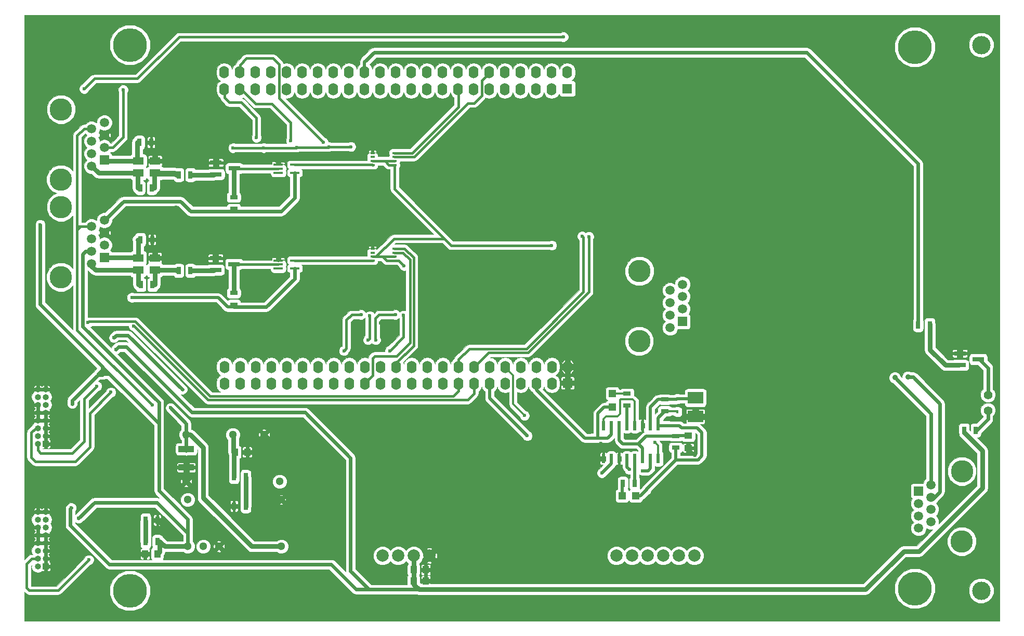
<source format=gbr>
G04 #@! TF.FileFunction,Copper,L2,Bot,Signal*
%FSLAX46Y46*%
G04 Gerber Fmt 4.6, Leading zero omitted, Abs format (unit mm)*
G04 Created by KiCad (PCBNEW 4.0.4+e1-6308~48~ubuntu15.10.1-stable) date Thu Jul 19 16:03:55 2018*
%MOMM*%
%LPD*%
G01*
G04 APERTURE LIST*
%ADD10C,0.100000*%
%ADD11R,0.750000X0.350000*%
%ADD12R,1.700000X1.300000*%
%ADD13R,1.000000X1.000000*%
%ADD14O,1.000000X1.000000*%
%ADD15C,3.650000*%
%ADD16C,1.500000*%
%ADD17R,1.500000X1.500000*%
%ADD18C,5.500000*%
%ADD19C,3.000000*%
%ADD20C,2.000000*%
%ADD21C,1.300000*%
%ADD22C,1.400000*%
%ADD23R,1.500000X0.400000*%
%ADD24R,1.600000X1.600000*%
%ADD25O,1.600000X2.000000*%
%ADD26R,1.900000X0.800000*%
%ADD27R,1.000000X1.250000*%
%ADD28R,0.700000X1.300000*%
%ADD29R,1.300000X0.700000*%
%ADD30R,2.500000X1.000000*%
%ADD31R,2.500000X1.950000*%
%ADD32R,1.250000X1.000000*%
%ADD33R,0.450000X0.600000*%
%ADD34R,1.200000X1.200000*%
%ADD35R,0.600000X1.500000*%
%ADD36C,0.600000*%
%ADD37C,0.900000*%
%ADD38C,0.600000*%
%ADD39C,0.400000*%
%ADD40C,0.300000*%
%ADD41C,0.250000*%
%ADD42C,0.800000*%
%ADD43C,0.500000*%
%ADD44C,0.050000*%
G04 APERTURE END LIST*
D10*
D11*
X88597240Y-58215840D03*
X88597240Y-58865840D03*
X88597240Y-59515840D03*
X88597240Y-60165840D03*
X92197240Y-58215840D03*
X92197240Y-58865840D03*
X92197240Y-60165840D03*
X92197240Y-59515840D03*
X88597240Y-42615840D03*
X88597240Y-43265840D03*
X88597240Y-43915840D03*
X88597240Y-44565840D03*
X92197240Y-42615840D03*
X92197240Y-43265840D03*
X92197240Y-44565840D03*
X92197240Y-43915840D03*
D12*
X50450000Y-59750000D03*
X50450000Y-61700000D03*
X53150000Y-61700000D03*
X53150000Y-59750000D03*
X50480840Y-43924000D03*
X50480840Y-45874000D03*
X53180840Y-45874000D03*
X53180840Y-43924000D03*
D13*
X35357240Y-110040840D03*
D14*
X34087240Y-110040840D03*
X35357240Y-108770840D03*
X34087240Y-108770840D03*
X35357240Y-107500840D03*
X34087240Y-107500840D03*
X35357240Y-106230840D03*
X34087240Y-106230840D03*
X35357240Y-104960840D03*
X34087240Y-104960840D03*
X35357240Y-103690840D03*
X34087240Y-103690840D03*
X35357240Y-102420840D03*
X34087240Y-102420840D03*
X35357240Y-101150840D03*
X34087240Y-101150840D03*
D15*
X184607240Y-94535840D03*
X184582240Y-105965840D03*
D16*
X179582240Y-96715840D03*
D17*
X177532240Y-97740840D03*
D16*
X179582240Y-98740840D03*
X177532240Y-99765840D03*
X179582240Y-100765840D03*
X177532240Y-101790840D03*
X179582240Y-102790840D03*
X177542240Y-103805840D03*
D18*
X176939100Y-25343000D03*
X49088200Y-25001000D03*
X49088200Y-114001000D03*
D19*
X187758200Y-114001000D03*
X187758200Y-25001000D03*
D18*
X176939100Y-113659000D03*
D20*
X141037240Y-108300840D03*
X138497240Y-108300840D03*
X135957240Y-108300840D03*
X133417240Y-108300840D03*
X130877240Y-108300840D03*
X128337240Y-108300840D03*
X90237240Y-108300840D03*
X92777240Y-108300840D03*
X95317240Y-108300840D03*
X97857240Y-108300840D03*
D21*
X73497240Y-96190840D03*
X70957240Y-88570840D03*
X65877240Y-88570840D03*
X58257240Y-96190840D03*
X58257240Y-88570840D03*
X58517240Y-106780840D03*
X61057240Y-106780840D03*
X63597240Y-106780840D03*
X73757240Y-106780840D03*
X73757240Y-99160840D03*
X58517240Y-99160840D03*
D13*
X35357240Y-90040840D03*
D14*
X34087240Y-90040840D03*
X35357240Y-88770840D03*
X34087240Y-88770840D03*
X35357240Y-87500840D03*
X34087240Y-87500840D03*
X35357240Y-86230840D03*
X34087240Y-86230840D03*
X35357240Y-84960840D03*
X34087240Y-84960840D03*
X35357240Y-83690840D03*
X34087240Y-83690840D03*
X35357240Y-82420840D03*
X34087240Y-82420840D03*
X35357240Y-81150840D03*
X34087240Y-81150840D03*
D22*
X188857240Y-82060840D03*
X188857240Y-84600840D03*
D23*
X73267240Y-61440840D03*
X73267240Y-60790840D03*
X73267240Y-60140840D03*
X75927240Y-60140840D03*
X75927240Y-61440840D03*
X73267240Y-45840840D03*
X73267240Y-45190840D03*
X73267240Y-44540840D03*
X75927240Y-44540840D03*
X75927240Y-45840840D03*
D24*
X120370000Y-80135000D03*
D25*
X120370000Y-77495000D03*
X117830000Y-80235000D03*
X117830000Y-77495000D03*
X115290000Y-80235000D03*
X115290000Y-77495000D03*
X112750000Y-80235000D03*
X112750000Y-77495000D03*
X110210000Y-80235000D03*
X110210000Y-77495000D03*
X107670000Y-80235000D03*
X107670000Y-77495000D03*
X105130000Y-80235000D03*
X105130000Y-77495000D03*
X102590000Y-80235000D03*
X102590000Y-77495000D03*
X100050000Y-80235000D03*
X100050000Y-77495000D03*
X97510000Y-80235000D03*
X97510000Y-77495000D03*
X94970000Y-80235000D03*
X94970000Y-77495000D03*
X92430000Y-80235000D03*
X92430000Y-77495000D03*
X89890000Y-80235000D03*
X89890000Y-77495000D03*
X87350000Y-80235000D03*
X87350000Y-77495000D03*
X84810000Y-80235000D03*
X84810000Y-77495000D03*
X82270000Y-80235000D03*
X82270000Y-77495000D03*
X79730000Y-80235000D03*
X79730000Y-77495000D03*
X77190000Y-80235000D03*
X77190000Y-77495000D03*
X74650000Y-80235000D03*
X74650000Y-77495000D03*
X72110000Y-80235000D03*
X72110000Y-77495000D03*
X69570000Y-80235000D03*
X69570000Y-77495000D03*
X67030000Y-80235000D03*
X67030000Y-77495000D03*
X64490000Y-80235000D03*
X64490000Y-77495000D03*
D24*
X120340000Y-32115000D03*
D25*
X120340000Y-29475000D03*
X117800000Y-32215000D03*
X117800000Y-29475000D03*
X115260000Y-32215000D03*
X115260000Y-29475000D03*
X112720000Y-32215000D03*
X112720000Y-29475000D03*
X110180000Y-32215000D03*
X110180000Y-29475000D03*
X107640000Y-32215000D03*
X107640000Y-29475000D03*
X105100000Y-32215000D03*
X105100000Y-29475000D03*
X102560000Y-32215000D03*
X102560000Y-29475000D03*
X100020000Y-32215000D03*
X100020000Y-29475000D03*
X97480000Y-32215000D03*
X97480000Y-29475000D03*
X94940000Y-32215000D03*
X94940000Y-29475000D03*
X92400000Y-32215000D03*
X92400000Y-29475000D03*
X89860000Y-32215000D03*
X89860000Y-29475000D03*
X87320000Y-32215000D03*
X87320000Y-29475000D03*
X84780000Y-32215000D03*
X84780000Y-29475000D03*
X82240000Y-32215000D03*
X82240000Y-29475000D03*
X79700000Y-32215000D03*
X79700000Y-29475000D03*
X77160000Y-32215000D03*
X77160000Y-29475000D03*
X74620000Y-32215000D03*
X74620000Y-29475000D03*
X72080000Y-32215000D03*
X72080000Y-29475000D03*
X69540000Y-32215000D03*
X69540000Y-29475000D03*
X67000000Y-32215000D03*
X67000000Y-29475000D03*
X64460000Y-32215000D03*
X64460000Y-29475000D03*
D26*
X63040000Y-61680000D03*
X63040000Y-59780000D03*
X66040000Y-60730000D03*
X63090000Y-46090000D03*
X63090000Y-44190000D03*
X66090000Y-45140000D03*
X184270000Y-77210000D03*
X184270000Y-75310000D03*
X187270000Y-76260000D03*
D27*
X66200000Y-91400000D03*
X68200000Y-91400000D03*
X53557640Y-108000800D03*
X51557640Y-108000800D03*
X95296440Y-112420400D03*
X97296440Y-112420400D03*
X95296440Y-110591600D03*
X97296440Y-110591600D03*
D28*
X52550000Y-40900000D03*
X50650000Y-40900000D03*
X52700000Y-56750000D03*
X50800000Y-56750000D03*
X57047240Y-61790840D03*
X58947240Y-61790840D03*
X57047240Y-46190840D03*
X58947240Y-46190840D03*
D29*
X65997240Y-67340840D03*
X65997240Y-65440840D03*
X65997240Y-51740840D03*
X65997240Y-49840840D03*
D28*
X66050000Y-95400000D03*
X67950000Y-95400000D03*
X67950000Y-100200000D03*
X66050000Y-100200000D03*
X53550000Y-106000000D03*
X51650000Y-106000000D03*
X51650000Y-102500000D03*
X53550000Y-102500000D03*
X184977240Y-87820840D03*
X186877240Y-87820840D03*
X179377240Y-70630840D03*
X177477240Y-70630840D03*
X52750000Y-64100000D03*
X50850000Y-64100000D03*
X52650000Y-48300000D03*
X50750000Y-48300000D03*
D15*
X132047240Y-73295840D03*
X132072240Y-61865840D03*
D16*
X137072240Y-71115840D03*
D17*
X139122240Y-70090840D03*
D16*
X137072240Y-69090840D03*
X139122240Y-68065840D03*
X137072240Y-67065840D03*
X139122240Y-66040840D03*
X137072240Y-65040840D03*
X139112240Y-64025840D03*
D15*
X37847240Y-46955000D03*
X37872240Y-35525000D03*
D16*
X42872240Y-44775000D03*
D17*
X44922240Y-43750000D03*
D16*
X42872240Y-42750000D03*
X44922240Y-41725000D03*
X42872240Y-40725000D03*
X44922240Y-39700000D03*
X42872240Y-38700000D03*
X44912240Y-37685000D03*
D15*
X37847240Y-62865840D03*
X37872240Y-51435840D03*
D16*
X42872240Y-60685840D03*
D17*
X44922240Y-59660840D03*
D16*
X42872240Y-58660840D03*
X44922240Y-57635840D03*
X42872240Y-56635840D03*
X44922240Y-55610840D03*
X42872240Y-54610840D03*
X44912240Y-53595840D03*
D30*
X58280000Y-90900000D03*
X58280000Y-93900000D03*
D31*
X141203640Y-82549000D03*
X141203640Y-85599000D03*
D32*
X140035240Y-88712800D03*
X140035240Y-90712800D03*
D33*
X138257240Y-84819200D03*
X138257240Y-82719200D03*
D34*
X131483240Y-98501200D03*
X129283240Y-98501200D03*
X127690840Y-84056400D03*
X127690840Y-81856400D03*
D29*
X136225240Y-84719200D03*
X136225240Y-82819200D03*
D28*
X129382440Y-96520000D03*
X131282440Y-96520000D03*
D29*
X138003240Y-90662800D03*
X138003240Y-88762800D03*
X130078440Y-81854000D03*
X130078440Y-83754000D03*
D35*
X135133040Y-92463600D03*
X133863040Y-92463600D03*
X132593040Y-92463600D03*
X131323040Y-92463600D03*
X130053040Y-92463600D03*
X128783040Y-92463600D03*
X127513040Y-92463600D03*
X126243040Y-92463600D03*
X126243040Y-87063600D03*
X127513040Y-87063600D03*
X128783040Y-87063600D03*
X130053040Y-87063600D03*
X131323040Y-87063600D03*
X132593040Y-87063600D03*
X133863040Y-87063600D03*
X135133040Y-87063600D03*
D36*
X67697240Y-43390840D03*
X125831600Y-89941400D03*
X55097640Y-104140000D03*
X90403640Y-62890400D03*
X84510840Y-64668400D03*
X89946440Y-70307200D03*
X82682040Y-71069200D03*
X75620840Y-67716400D03*
X141152840Y-91897200D03*
X43362840Y-34442400D03*
X38117740Y-68961000D03*
X56450000Y-63500000D03*
X116800000Y-74950000D03*
X73197240Y-43290840D03*
X91100000Y-35200000D03*
X56400000Y-56150000D03*
X56600000Y-51450000D03*
X78697240Y-42990840D03*
X46004440Y-81635600D03*
X43718440Y-80645000D03*
X69697240Y-40090840D03*
X80597240Y-40890840D03*
X75297240Y-40590840D03*
X113365240Y-85445600D03*
X124333000Y-89103200D03*
X46817240Y-74625200D03*
X39552840Y-100482400D03*
X135361640Y-85598000D03*
X133228040Y-97536000D03*
X136834840Y-87071200D03*
X46461640Y-72745600D03*
X57637640Y-81178400D03*
X55707240Y-84175600D03*
X49400000Y-66200000D03*
X85097240Y-41590840D03*
X81497240Y-41590840D03*
X76297240Y-41690840D03*
X70897240Y-41790840D03*
X65897240Y-41790840D03*
X49697240Y-70840840D03*
X123847240Y-56240840D03*
X42247240Y-70290840D03*
X122747240Y-56190840D03*
X119697240Y-23690840D03*
X41647240Y-32140840D03*
D37*
X173697240Y-79250840D03*
X175827240Y-79150840D03*
D36*
X132618440Y-94437200D03*
X113822440Y-88747600D03*
X125963640Y-94792800D03*
X134599640Y-89814400D03*
X130434040Y-94234000D03*
X48011040Y-32334200D03*
X42397640Y-108966000D03*
X83952040Y-74879200D03*
X86746040Y-68986400D03*
X89133640Y-73101200D03*
X92334040Y-68986400D03*
X39705240Y-83515200D03*
X40721240Y-102209600D03*
X34472840Y-54305200D03*
X91419640Y-74879200D03*
X93654840Y-69088000D03*
X88168440Y-69189600D03*
X87863640Y-73101200D03*
X93756440Y-61010800D03*
X117797240Y-57690840D03*
X52747240Y-83740840D03*
D38*
X53550000Y-102500000D02*
X53550000Y-102592360D01*
X53550000Y-102592360D02*
X55097640Y-104140000D01*
D39*
X86288840Y-62890400D02*
X90403640Y-62890400D01*
X84510840Y-64668400D02*
X86288840Y-62890400D01*
D40*
X140035240Y-90712800D02*
X140035240Y-90779600D01*
X140035240Y-90779600D02*
X141152840Y-91897200D01*
D38*
X58280000Y-93650000D02*
X58280000Y-96168080D01*
X58280000Y-96168080D02*
X58257240Y-96190840D01*
D40*
X44922240Y-39670840D02*
X44922240Y-39285840D01*
D41*
X53097240Y-59740840D02*
X56090840Y-59740840D01*
X56090840Y-59740840D02*
X56350000Y-60000000D01*
D39*
X120417240Y-75317240D02*
X120417240Y-77560840D01*
X116800000Y-74950000D02*
X116900000Y-74850000D01*
X116900000Y-74850000D02*
X119950000Y-74850000D01*
X119950000Y-74850000D02*
X120417240Y-75317240D01*
D41*
X73197240Y-43290840D02*
X73197240Y-44470840D01*
X73197240Y-44470840D02*
X73267240Y-44540840D01*
X88597240Y-42615840D02*
X88597240Y-37702760D01*
X88597240Y-37702760D02*
X91100000Y-35200000D01*
X88597240Y-58215840D02*
X88597240Y-56352760D01*
X74950000Y-55650000D02*
X72800000Y-57800000D01*
X87894480Y-55650000D02*
X74950000Y-55650000D01*
X88597240Y-56352760D02*
X87894480Y-55650000D01*
D39*
X44922240Y-55610840D02*
X45139160Y-55610840D01*
X45139160Y-55610840D02*
X45850000Y-54900000D01*
X45850000Y-54900000D02*
X56100000Y-54900000D01*
X56100000Y-54900000D02*
X56400000Y-54600000D01*
X73267240Y-60140840D02*
X73267240Y-58267240D01*
X62747240Y-58502760D02*
X62747240Y-59840840D01*
X63450000Y-57800000D02*
X62747240Y-58502760D01*
X72800000Y-57800000D02*
X63450000Y-57800000D01*
X73267240Y-58267240D02*
X72800000Y-57800000D01*
X56400000Y-60050000D02*
X56400000Y-56150000D01*
X56450000Y-60100000D02*
X56400000Y-60050000D01*
X56400000Y-51650000D02*
X56400000Y-54600000D01*
X56400000Y-54600000D02*
X56400000Y-56150000D01*
X56600000Y-51450000D02*
X56400000Y-51650000D01*
D42*
X70957240Y-88570840D02*
X70957240Y-98450840D01*
X70957240Y-98450840D02*
X71667240Y-99160840D01*
X71667240Y-99160840D02*
X73757240Y-99160840D01*
D39*
X34087240Y-87500840D02*
X33730560Y-87500840D01*
X33730560Y-87500840D02*
X33000000Y-88231400D01*
X33000000Y-88231400D02*
X33000000Y-92219600D01*
X33000000Y-92219600D02*
X33722200Y-92941800D01*
X33722200Y-92941800D02*
X40210810Y-92941800D01*
X40210810Y-92941800D02*
X42600002Y-90552608D01*
X42600002Y-90552608D02*
X42600002Y-85040038D01*
X42600002Y-85040038D02*
X46004440Y-81635600D01*
X42600002Y-90552608D02*
X40210810Y-92941800D01*
X40210810Y-92941800D02*
X33722200Y-92941800D01*
X33722200Y-92941800D02*
X33000000Y-92219600D01*
X33000000Y-92219600D02*
X33000000Y-88231400D01*
X33000000Y-88231400D02*
X33651560Y-87579840D01*
X34087240Y-90040840D02*
X34087240Y-91096440D01*
X34087240Y-91096440D02*
X34543135Y-91552335D01*
X34543135Y-91552335D02*
X39735745Y-91552335D01*
X39735745Y-91552335D02*
X41644400Y-89643680D01*
X41644400Y-89643680D02*
X41644400Y-82719040D01*
X41644400Y-82719040D02*
X43718440Y-80645000D01*
X41644400Y-89643680D02*
X39735745Y-91552335D01*
X39735745Y-91552335D02*
X34543135Y-91552335D01*
X34543135Y-91552335D02*
X34087240Y-91096440D01*
X34087240Y-90043640D02*
X34087240Y-91096440D01*
X106397240Y-30830840D02*
X107687240Y-29540840D01*
X106397240Y-33240840D02*
X106397240Y-30830840D01*
X105147240Y-34490840D02*
X106397240Y-33240840D01*
X104147240Y-34490840D02*
X105147240Y-34490840D01*
X94897240Y-43265840D02*
X95372240Y-43265840D01*
X95372240Y-43265840D02*
X104147240Y-34490840D01*
X92197240Y-43265840D02*
X94897240Y-43265840D01*
X92197240Y-42615840D02*
X95072240Y-42615840D01*
X102607240Y-35080840D02*
X102607240Y-32080840D01*
X95072240Y-42615840D02*
X102607240Y-35080840D01*
X64507240Y-33600840D02*
X64507240Y-32080840D01*
X65297240Y-34390840D02*
X64507240Y-33600840D01*
X67197240Y-34390840D02*
X65297240Y-34390840D01*
X69697240Y-36890840D02*
X67197240Y-34390840D01*
X69697240Y-40090840D02*
X69697240Y-36890840D01*
X67047240Y-28240840D02*
X67047240Y-29540840D01*
X68097240Y-27190840D02*
X67047240Y-28240840D01*
X72397240Y-27190840D02*
X68097240Y-27190840D01*
X73397240Y-28190840D02*
X72397240Y-27190840D01*
X73397240Y-33690840D02*
X73397240Y-28190840D01*
X80597240Y-40890840D02*
X73397240Y-33690840D01*
X88597240Y-78900840D02*
X87397240Y-80100840D01*
X88597240Y-76090840D02*
X88597240Y-78900840D01*
X88976440Y-75711640D02*
X88597240Y-76090840D01*
X92502040Y-75711640D02*
X88976440Y-75711640D01*
X94697238Y-73516442D02*
X92502040Y-75711640D01*
X94697238Y-59990838D02*
X94697238Y-73516442D01*
X93572240Y-58865840D02*
X94697238Y-59990838D01*
X92197240Y-58865840D02*
X93572240Y-58865840D01*
X92197240Y-58215840D02*
X93822240Y-58215840D01*
X92477240Y-76839640D02*
X92477240Y-77560840D01*
X95297240Y-74019640D02*
X92477240Y-76839640D01*
X95297240Y-59690840D02*
X95297240Y-74019640D01*
X93822240Y-58215840D02*
X95297240Y-59690840D01*
X69557240Y-34590840D02*
X67047240Y-32080840D01*
X72197240Y-34590840D02*
X69557240Y-34590840D01*
X75297240Y-37690840D02*
X72197240Y-34590840D01*
X75297240Y-40590840D02*
X75297240Y-37690840D01*
D40*
X111485640Y-78870640D02*
X110210000Y-77595000D01*
X111485640Y-83566000D02*
X111485640Y-78870640D01*
X113365240Y-85445600D02*
X111485640Y-83566000D01*
X126217640Y-89103200D02*
X126212600Y-89103200D01*
X126212600Y-89103200D02*
X126217640Y-89103200D01*
D38*
X46817240Y-74625200D02*
X47223640Y-74218800D01*
X85018840Y-110794800D02*
X88014880Y-113790840D01*
X85018840Y-92354400D02*
X85018840Y-110794800D01*
X77602040Y-84937600D02*
X85018840Y-92354400D01*
X59212440Y-84937600D02*
X77602040Y-84937600D01*
X48493640Y-74218800D02*
X59212440Y-84937600D01*
X47223640Y-74218800D02*
X48493640Y-74218800D01*
X85932080Y-113790840D02*
X88014880Y-113790840D01*
X81869240Y-109728000D02*
X85932080Y-113790840D01*
X45750440Y-109728000D02*
X81869240Y-109728000D01*
X39400440Y-103378000D02*
X45750440Y-109728000D01*
X39400440Y-100634800D02*
X39400440Y-103378000D01*
X39552840Y-100482400D02*
X39400440Y-100634800D01*
D42*
X97363240Y-113790840D02*
X96142880Y-113790840D01*
D38*
X88014880Y-113790840D02*
X97363240Y-113790840D01*
X97363240Y-113790840D02*
X97417240Y-113790840D01*
D42*
X97417240Y-113790840D02*
X168907240Y-113790840D01*
X168907240Y-113790840D02*
X175127240Y-107570840D01*
X175127240Y-107570840D02*
X177647240Y-107570840D01*
X177647240Y-107570840D02*
X187926640Y-97291440D01*
X187926640Y-97291440D02*
X187926640Y-91170240D01*
D40*
X135361640Y-85598000D02*
X135354040Y-85590400D01*
X135354040Y-85590400D02*
X135361640Y-85598000D01*
X135361640Y-85598000D02*
X135361640Y-85582800D01*
D43*
X127690840Y-84056400D02*
X126336840Y-84056400D01*
X125303240Y-85090000D02*
X125303240Y-89103200D01*
X126336840Y-84056400D02*
X125303240Y-85090000D01*
X136834840Y-87071200D02*
X138562040Y-87071200D01*
X141610040Y-92659200D02*
X138003240Y-92659200D01*
X142270440Y-91998800D02*
X141610040Y-92659200D01*
X142270440Y-88239600D02*
X142270440Y-91998800D01*
X141457640Y-87426800D02*
X142270440Y-88239600D01*
X138917640Y-87426800D02*
X141457640Y-87426800D01*
X138562040Y-87071200D02*
X138917640Y-87426800D01*
D40*
X133228040Y-97536000D02*
X133228040Y-97434400D01*
D43*
X133228040Y-97434400D02*
X138003240Y-92659200D01*
X138003240Y-92659200D02*
X138003240Y-90662800D01*
X132262840Y-98501200D02*
X131483240Y-98501200D01*
X133228040Y-97536000D02*
X132262840Y-98501200D01*
X135133040Y-87063600D02*
X136827240Y-87063600D01*
D40*
X136827240Y-87063600D02*
X136834840Y-87071200D01*
X136225240Y-84719200D02*
X138157240Y-84719200D01*
X138157240Y-84719200D02*
X138257240Y-84819200D01*
D43*
X135133040Y-87063600D02*
X135133040Y-85811400D01*
X135133040Y-85811400D02*
X135361640Y-85582800D01*
X135361640Y-85582800D02*
X136225240Y-84719200D01*
D40*
X115290000Y-80135000D02*
X115290000Y-81223560D01*
D43*
X115290000Y-81223560D02*
X123169640Y-89103200D01*
X123169640Y-89103200D02*
X124333000Y-89103200D01*
X124333000Y-89103200D02*
X125303240Y-89103200D01*
X125303240Y-89103200D02*
X126217640Y-89103200D01*
X126217640Y-89103200D02*
X126928840Y-89103200D01*
X126928840Y-89103200D02*
X127513040Y-88519000D01*
X127513040Y-88519000D02*
X127513040Y-87063600D01*
D42*
X95296440Y-112420400D02*
X95296440Y-110591600D01*
X95296440Y-110591600D02*
X95296440Y-108321640D01*
X95296440Y-108321640D02*
X95317240Y-108300840D01*
X95317240Y-112965200D02*
X95317240Y-108300840D01*
X96142880Y-113790840D02*
X95317240Y-112965200D01*
D38*
X58257240Y-88570840D02*
X58257240Y-86725600D01*
X46868040Y-72339200D02*
X46461640Y-72745600D01*
X48798440Y-72339200D02*
X46868040Y-72339200D01*
X57637640Y-81178400D02*
X48798440Y-72339200D01*
X58257240Y-86725600D02*
X55707240Y-84175600D01*
D43*
X65997240Y-51740840D02*
X65997240Y-52140840D01*
X65997240Y-67340840D02*
X65997240Y-67740840D01*
D38*
X58280000Y-91150000D02*
X58280000Y-88593600D01*
X58280000Y-88593600D02*
X58257240Y-88570840D01*
D43*
X49400000Y-66200000D02*
X63450000Y-66200000D01*
X64990840Y-67740840D02*
X65997240Y-67740840D01*
X63450000Y-66200000D02*
X64990840Y-67740840D01*
D42*
X58257240Y-88570840D02*
X58920840Y-88570840D01*
X60997240Y-90647240D02*
X60997240Y-92390840D01*
X58920840Y-88570840D02*
X60997240Y-90647240D01*
X73757240Y-106780840D02*
X68930840Y-106780840D01*
X68930840Y-106780840D02*
X60997240Y-98847240D01*
X60997240Y-98847240D02*
X60997240Y-92390840D01*
D38*
X65997240Y-52140840D02*
X58990840Y-52140840D01*
X48050000Y-50500000D02*
X44954160Y-53595840D01*
X57350000Y-50500000D02*
X48050000Y-50500000D01*
X58990840Y-52140840D02*
X57350000Y-50500000D01*
D41*
X44954160Y-53595840D02*
X44912240Y-53595840D01*
D38*
X65997240Y-67740840D02*
X71309160Y-67740840D01*
X75927240Y-63122760D02*
X75927240Y-61440840D01*
X71309160Y-67740840D02*
X75927240Y-63122760D01*
X75927240Y-45840840D02*
X75927240Y-49922760D01*
X73709160Y-52140840D02*
X65997240Y-52140840D01*
X75927240Y-49922760D02*
X73709160Y-52140840D01*
D42*
X187926640Y-91170240D02*
X184958240Y-88201840D01*
X58267240Y-88580840D02*
X58257240Y-88570840D01*
X58057240Y-88770840D02*
X58257240Y-88570840D01*
D43*
X66040000Y-60730000D02*
X66040000Y-65398080D01*
X66040000Y-65398080D02*
X65997240Y-65440840D01*
D39*
X73267240Y-60790840D02*
X66047240Y-60790840D01*
D42*
X65997240Y-65040840D02*
X65997240Y-60840840D01*
X65997240Y-60840840D02*
X66047240Y-60790840D01*
D43*
X65997240Y-49840840D02*
X65997240Y-45232760D01*
X65997240Y-45232760D02*
X66090000Y-45140000D01*
D39*
X73267240Y-45190840D02*
X66047240Y-45190840D01*
D42*
X65997240Y-49440840D02*
X65997240Y-45240840D01*
X65997240Y-45240840D02*
X66047240Y-45190840D01*
D39*
X85097240Y-41590840D02*
X81497240Y-41590840D01*
X76297240Y-41690840D02*
X81397240Y-41690840D01*
X81397240Y-41690840D02*
X81497240Y-41590840D01*
X70897240Y-41790840D02*
X76197240Y-41790840D01*
X76197240Y-41790840D02*
X76297240Y-41690840D01*
X65897240Y-41790840D02*
X70897240Y-41790840D01*
X105177240Y-81860840D02*
X105177240Y-80100840D01*
X104147240Y-82890840D02*
X105177240Y-81860840D01*
X61797240Y-82890840D02*
X104147240Y-82890840D01*
X49697240Y-70840840D02*
X49722240Y-70815840D01*
X49722240Y-70815840D02*
X49697240Y-70840840D01*
X49697240Y-70840840D02*
X49697240Y-70790840D01*
X49697240Y-70790840D02*
X61797240Y-82890840D01*
X107547240Y-75190840D02*
X105177240Y-77560840D01*
X113947240Y-75190840D02*
X107547240Y-75190840D01*
X123847240Y-65290840D02*
X113947240Y-75190840D01*
X123847240Y-56240840D02*
X123847240Y-65290840D01*
X62147238Y-82290838D02*
X101747242Y-82290838D01*
X101747242Y-82290838D02*
X102637240Y-81400840D01*
X102637240Y-81400840D02*
X102637240Y-80100840D01*
X42447240Y-70090840D02*
X49947240Y-70090840D01*
X49947240Y-70090840D02*
X62147238Y-82290838D01*
X42247240Y-70290840D02*
X42447240Y-70090840D01*
X102637240Y-76300840D02*
X102637240Y-77560840D01*
X104397240Y-74540840D02*
X102637240Y-76300840D01*
X113697240Y-74540840D02*
X104397240Y-74540840D01*
X122947240Y-65290840D02*
X113697240Y-74540840D01*
X122947240Y-56390840D02*
X122947240Y-65290840D01*
X122747240Y-56190840D02*
X122947240Y-56390840D01*
X57109160Y-23690840D02*
X119697240Y-23690840D01*
X50309160Y-30490840D02*
X57109160Y-23690840D01*
X43297240Y-30490840D02*
X50309160Y-30490840D01*
X41647240Y-32140840D02*
X43297240Y-30490840D01*
D38*
X179582240Y-96715840D02*
X179582240Y-95528600D01*
X179582240Y-95528600D02*
X179582240Y-85135840D01*
X179582240Y-85135840D02*
X173697240Y-79250840D01*
X179582240Y-98740840D02*
X180127240Y-98740840D01*
X180127240Y-98740840D02*
X181047240Y-97820840D01*
X180127240Y-98740840D02*
X181047240Y-97820840D01*
X181047240Y-97820840D02*
X181047240Y-83530840D01*
X181047240Y-83530840D02*
X176667240Y-79150840D01*
X176667240Y-79150840D02*
X175827240Y-79150840D01*
X175827240Y-79150840D02*
X176667240Y-79150840D01*
X176667240Y-79150840D02*
X181047240Y-83530840D01*
X181047240Y-83530840D02*
X181047240Y-83540840D01*
X179137240Y-81630840D02*
X179137240Y-81620840D01*
X179137240Y-81620840D02*
X176667240Y-79150840D01*
X180127240Y-98740840D02*
X181047240Y-97820840D01*
X181047240Y-97820840D02*
X181047240Y-83540840D01*
X181047240Y-83540840D02*
X179137240Y-81630840D01*
D43*
X58947240Y-61790840D02*
X62929160Y-61790840D01*
X62929160Y-61790840D02*
X63040000Y-61680000D01*
D42*
X59347240Y-61790840D02*
X62697240Y-61790840D01*
X62697240Y-61790840D02*
X62747240Y-61740840D01*
D43*
X63090000Y-46090000D02*
X59048080Y-46090000D01*
X59048080Y-46090000D02*
X58947240Y-46190840D01*
D42*
X59347240Y-46190840D02*
X62697240Y-46190840D01*
X62697240Y-46190840D02*
X62747240Y-46140840D01*
X67943600Y-100301600D02*
X67943600Y-95501600D01*
D38*
X67950000Y-100200000D02*
X67950000Y-95400000D01*
D42*
X51656400Y-102550800D02*
X51656400Y-106050800D01*
D38*
X51650000Y-106000000D02*
X51650000Y-102500000D01*
X188857240Y-82060840D02*
X188857240Y-77710840D01*
X188857240Y-77710840D02*
X187427240Y-76280840D01*
X188857240Y-84600840D02*
X188857240Y-85986840D01*
X188857240Y-85986840D02*
X187023240Y-87820840D01*
D42*
X179396240Y-70503840D02*
X179396240Y-74709840D01*
X181917240Y-77230840D02*
X184127240Y-77230840D01*
X179396240Y-74709840D02*
X181917240Y-77230840D01*
D43*
X87320000Y-29575000D02*
X87320000Y-27767400D01*
D38*
X87396200Y-27691200D02*
X88874600Y-26212800D01*
X88874600Y-26212800D02*
X159308800Y-26212800D01*
X159308800Y-26212800D02*
X177477240Y-44381240D01*
X177477240Y-44381240D02*
X177477240Y-70630840D01*
D43*
X87320000Y-27767400D02*
X87396200Y-27691200D01*
X53150000Y-61700000D02*
X56956400Y-61700000D01*
X56956400Y-61700000D02*
X57047240Y-61790840D01*
X52750000Y-64100000D02*
X53150000Y-64100000D01*
D42*
X53150000Y-64100000D02*
X53150000Y-61700000D01*
X53097240Y-61690840D02*
X56547240Y-61690840D01*
X56547240Y-61690840D02*
X56647240Y-61790840D01*
D43*
X53100000Y-45750000D02*
X53100000Y-47850000D01*
X53100000Y-47850000D02*
X52650000Y-48300000D01*
X57047240Y-46190840D02*
X53540840Y-46190840D01*
X53540840Y-46190840D02*
X53100000Y-45750000D01*
D42*
X53050000Y-48300000D02*
X53050000Y-45800000D01*
X53050000Y-45800000D02*
X53100000Y-45750000D01*
X53097240Y-45890840D02*
X56347240Y-45890840D01*
X56347240Y-45890840D02*
X56647240Y-46190840D01*
D43*
X133863040Y-94056200D02*
X133863040Y-92463600D01*
X133482040Y-94437200D02*
X133863040Y-94056200D01*
X132618440Y-94437200D02*
X133482040Y-94437200D01*
X107670000Y-80135000D02*
X107670000Y-82595160D01*
X107670000Y-82595160D02*
X113822440Y-88747600D01*
X138257240Y-82719200D02*
X141033440Y-82719200D01*
D40*
X141033440Y-82719200D02*
X141203640Y-82549000D01*
D43*
X136225240Y-82819200D02*
X135092440Y-82819200D01*
X133863040Y-84048600D02*
X133863040Y-87063600D01*
X135092440Y-82819200D02*
X133863040Y-84048600D01*
X136225240Y-82819200D02*
X138157240Y-82819200D01*
D40*
X138157240Y-82819200D02*
X138257240Y-82719200D01*
D43*
X138003240Y-88762800D02*
X133212840Y-88762800D01*
X133212840Y-88762800D02*
X131907240Y-90068400D01*
X140035240Y-88712800D02*
X138053240Y-88712800D01*
D40*
X138053240Y-88712800D02*
X138003240Y-88762800D01*
D43*
X132593040Y-92463600D02*
X132593040Y-90754200D01*
X132593040Y-90754200D02*
X131907240Y-90068400D01*
X128783040Y-89484200D02*
X128783040Y-87063600D01*
X131907240Y-90068400D02*
X129367240Y-90068400D01*
X129367240Y-90068400D02*
X128783040Y-89484200D01*
X129283240Y-98501200D02*
X129283240Y-96619200D01*
D40*
X129283240Y-96619200D02*
X129382440Y-96520000D01*
D43*
X127513040Y-92463600D02*
X127513040Y-93243400D01*
X127513040Y-93243400D02*
X125963640Y-94792800D01*
D40*
X130078440Y-81854000D02*
X127693240Y-81854000D01*
X127693240Y-81854000D02*
X127690840Y-81856400D01*
D43*
X131282440Y-96520000D02*
X131282440Y-92504200D01*
D40*
X131282440Y-92504200D02*
X131323040Y-92463600D01*
D43*
X130053040Y-87063600D02*
X130053040Y-83779400D01*
D40*
X130053040Y-83779400D02*
X130078440Y-83754000D01*
X135133040Y-92463600D02*
X135133040Y-90347800D01*
X135133040Y-90347800D02*
X134599640Y-89814400D01*
D43*
X130053040Y-92463600D02*
X130053040Y-93853000D01*
X130053040Y-93853000D02*
X130434040Y-94234000D01*
D40*
X131323040Y-87063600D02*
X131323040Y-83134200D01*
X126243040Y-85979000D02*
X126243040Y-87063600D01*
X126674840Y-85547200D02*
X126243040Y-85979000D01*
X128503640Y-85547200D02*
X126674840Y-85547200D01*
X128910040Y-85140800D02*
X128503640Y-85547200D01*
X128910040Y-82905600D02*
X128910040Y-85140800D01*
X129062440Y-82753200D02*
X128910040Y-82905600D01*
X130942040Y-82753200D02*
X129062440Y-82753200D01*
X131323040Y-83134200D02*
X130942040Y-82753200D01*
D43*
X50850000Y-64100000D02*
X50474840Y-64100000D01*
D42*
X50424040Y-64049200D02*
X50424040Y-61649200D01*
D43*
X50474840Y-64100000D02*
X50424040Y-64049200D01*
D42*
X42872240Y-60685840D02*
X42872240Y-61065840D01*
X42872240Y-61065840D02*
X43497240Y-61690840D01*
X43497240Y-61690840D02*
X50397240Y-61690840D01*
X50450000Y-59750000D02*
X50450000Y-56800000D01*
X50450000Y-56800000D02*
X50400000Y-56750000D01*
X44922240Y-59660840D02*
X50317240Y-59660840D01*
X50317240Y-59660840D02*
X50397240Y-59740840D01*
D43*
X50400000Y-45750000D02*
X50400000Y-47950000D01*
X50400000Y-47950000D02*
X50750000Y-48300000D01*
D42*
X50350000Y-48300000D02*
X50350000Y-45800000D01*
X50350000Y-45800000D02*
X50400000Y-45750000D01*
X50397240Y-45890840D02*
X44017240Y-45890840D01*
X44017240Y-45890840D02*
X42872240Y-44745840D01*
D39*
X42872240Y-44745840D02*
X42872240Y-44865840D01*
D43*
X50400000Y-43800000D02*
X50400000Y-41150000D01*
X50400000Y-41150000D02*
X50650000Y-40900000D01*
D42*
X50250000Y-40900000D02*
X50250000Y-43650000D01*
D40*
X50250000Y-43650000D02*
X50400000Y-43800000D01*
D42*
X50397240Y-43940840D02*
X45142240Y-43940840D01*
X45142240Y-43940840D02*
X44922240Y-43720840D01*
D39*
X46316440Y-41725000D02*
X44922240Y-41725000D01*
X47985640Y-40055800D02*
X46316440Y-41725000D01*
X47985640Y-32359600D02*
X47985640Y-40055800D01*
D40*
X48011040Y-32334200D02*
X47985640Y-32359600D01*
D39*
X45492240Y-41695840D02*
X44922240Y-41695840D01*
X34265040Y-108802840D02*
X33112000Y-108802840D01*
X37419240Y-113944400D02*
X42397640Y-108966000D01*
X32694840Y-113944400D02*
X37419240Y-113944400D01*
X32288440Y-113538000D02*
X32694840Y-113944400D01*
X32288440Y-109626400D02*
X32288440Y-113538000D01*
X33112000Y-108802840D02*
X32288440Y-109626400D01*
X88597240Y-60165840D02*
X75952240Y-60165840D01*
X75952240Y-60165840D02*
X75927240Y-60140840D01*
X75927240Y-44540840D02*
X88572240Y-44540840D01*
X88572240Y-44540840D02*
X88597240Y-44565840D01*
X83952040Y-74879200D02*
X84358440Y-74472800D01*
X84358440Y-74472800D02*
X84358440Y-69850000D01*
X84358440Y-69850000D02*
X85222040Y-68986400D01*
X85222040Y-68986400D02*
X86746040Y-68986400D01*
X89133640Y-73101200D02*
X89082840Y-73050400D01*
X89082840Y-73050400D02*
X89082840Y-69596000D01*
X89082840Y-69596000D02*
X89692440Y-68986400D01*
X89692440Y-68986400D02*
X92334040Y-68986400D01*
D38*
X43891064Y-78770576D02*
X43891064Y-78668976D01*
X43891064Y-78668976D02*
X44602264Y-77957776D01*
X43891064Y-78770576D02*
X44602264Y-78770576D01*
X39705240Y-82956400D02*
X43891064Y-78770576D01*
X39705240Y-83515200D02*
X39705240Y-82956400D01*
X58517240Y-106780840D02*
X58517240Y-102378000D01*
X58517240Y-102378000D02*
X53797240Y-97658000D01*
X58517240Y-106780840D02*
X58517240Y-104613200D01*
X43312040Y-99618800D02*
X40721240Y-102209600D01*
X53522840Y-99618800D02*
X43312040Y-99618800D01*
X58517240Y-104613200D02*
X53522840Y-99618800D01*
D43*
X58517240Y-106780840D02*
X54330840Y-106780840D01*
X54330840Y-106780840D02*
X53550000Y-106000000D01*
D42*
X58517240Y-106780840D02*
X54730840Y-106780840D01*
X54730840Y-106780840D02*
X53950000Y-106000000D01*
X53950000Y-106000000D02*
X53950000Y-107629280D01*
X53950000Y-107629280D02*
X53602440Y-107976840D01*
X58477240Y-106820840D02*
X58517240Y-106780840D01*
D38*
X53797240Y-97658000D02*
X53797240Y-87190840D01*
X53797240Y-86690840D02*
X53797240Y-87190840D01*
X53797240Y-87190840D02*
X53797240Y-87190840D01*
X44602264Y-77495864D02*
X44602264Y-77439424D01*
X34472840Y-67310000D02*
X34472840Y-54305200D01*
X44602264Y-77439424D02*
X34472840Y-67310000D01*
X44602264Y-77485816D02*
X44602264Y-77957776D01*
X44602264Y-77485816D02*
X44602264Y-77495864D01*
X44602264Y-77957776D02*
X44602264Y-78585816D01*
X44602264Y-78770576D02*
X44602264Y-78585816D01*
X44602264Y-78585816D02*
X44602264Y-78770576D01*
X44654848Y-78638400D02*
X45744800Y-78638400D01*
X44602264Y-78585816D02*
X44654848Y-78638400D01*
X41397240Y-70890840D02*
X41397240Y-59490840D01*
X41397240Y-59490840D02*
X41397240Y-70890840D01*
X41397240Y-59115600D02*
X41852000Y-58660840D01*
X41397240Y-59490840D02*
X41397240Y-59115600D01*
X53797240Y-83290840D02*
X41397240Y-70890840D01*
X41397240Y-70890840D02*
X53797240Y-83290840D01*
X53797240Y-86690840D02*
X53797240Y-83290840D01*
X45222240Y-78115840D02*
X45072240Y-78115840D01*
X45072240Y-78115840D02*
X44602264Y-78585816D01*
X44602264Y-77495864D02*
X45222240Y-78115840D01*
X50272240Y-83165840D02*
X52247240Y-85140840D01*
X52247240Y-85140840D02*
X53347240Y-86240840D01*
X45222240Y-78115840D02*
X50272240Y-83165840D01*
X45744800Y-78638400D02*
X53347240Y-86240840D01*
X53347240Y-86240840D02*
X53797240Y-86690840D01*
X53347240Y-86240840D02*
X53347240Y-86240840D01*
X41852000Y-58660840D02*
X42872240Y-58660840D01*
D39*
X91419640Y-74879200D02*
X93654840Y-72644000D01*
X93654840Y-72644000D02*
X93654840Y-69088000D01*
X88117640Y-69240400D02*
X88168440Y-69189600D01*
X88117640Y-72847200D02*
X88117640Y-69240400D01*
X87863640Y-73101200D02*
X88117640Y-72847200D01*
X92197240Y-60165840D02*
X92911480Y-60165840D01*
X92911480Y-60165840D02*
X93756440Y-61010800D01*
X92197240Y-44565840D02*
X91281480Y-44565840D01*
X91281480Y-44565840D02*
X90631480Y-43915840D01*
X92197240Y-60165840D02*
X90930280Y-60165840D01*
X90930280Y-60165840D02*
X90280280Y-59515840D01*
X88597240Y-59515840D02*
X89172240Y-59515840D01*
X100297240Y-56590840D02*
X101397240Y-57690840D01*
X92097240Y-56590840D02*
X100297240Y-56590840D01*
X89172240Y-59515840D02*
X92097240Y-56590840D01*
X92197240Y-44565840D02*
X92197240Y-48490840D01*
X92197240Y-48490840D02*
X101397240Y-57690840D01*
X101397240Y-57690840D02*
X117797240Y-57690840D01*
X88597240Y-59515840D02*
X90280280Y-59515840D01*
X90280280Y-59515840D02*
X92197240Y-59515840D01*
X88597240Y-43915840D02*
X90631480Y-43915840D01*
X90631480Y-43915840D02*
X92197240Y-43915840D01*
D42*
X65950000Y-91400000D02*
X65950000Y-88643600D01*
X65950000Y-88643600D02*
X65877240Y-88570840D01*
X66070440Y-95501600D02*
X66070440Y-91279560D01*
X66070440Y-91279560D02*
X65950000Y-91400000D01*
D39*
X40497240Y-71490840D02*
X40497240Y-70490840D01*
X52747240Y-83740840D02*
X40497240Y-71490840D01*
X40497240Y-55190840D02*
X40497240Y-70490840D01*
X40497240Y-52235840D02*
X40497240Y-54590840D01*
X42872240Y-38670840D02*
X41617240Y-38670840D01*
X40497240Y-39790840D02*
X40497240Y-52235840D01*
X41617240Y-38670840D02*
X40497240Y-39790840D01*
X41077240Y-54610840D02*
X40497240Y-54610840D01*
X40497240Y-54590840D02*
X40497240Y-55190840D01*
X41077240Y-54610840D02*
X40497240Y-55190840D01*
X42872240Y-54610840D02*
X41077240Y-54610840D01*
X40497240Y-54610840D02*
X40517240Y-54590840D01*
X40517240Y-54590840D02*
X40597240Y-54590840D01*
X40597240Y-54590840D02*
X40497240Y-54590840D01*
D44*
G36*
X190737240Y-118890840D02*
X31927240Y-118890840D01*
X31927240Y-114202104D01*
X32182187Y-114457052D01*
X32325845Y-114553041D01*
X32417395Y-114614213D01*
X32694840Y-114669400D01*
X37419240Y-114669400D01*
X37518882Y-114649580D01*
X45812633Y-114649580D01*
X46310171Y-115853715D01*
X47230639Y-116775791D01*
X48433904Y-117275430D01*
X49736780Y-117276567D01*
X50940915Y-116779029D01*
X51862991Y-115858561D01*
X52362630Y-114655296D01*
X52363767Y-113352420D01*
X51866229Y-112148285D01*
X50945761Y-111226209D01*
X49742496Y-110726570D01*
X48439620Y-110725433D01*
X47235485Y-111222971D01*
X46313409Y-112143439D01*
X45813770Y-113346704D01*
X45812633Y-114649580D01*
X37518882Y-114649580D01*
X37650655Y-114623369D01*
X37696686Y-114614213D01*
X37931892Y-114457052D01*
X42623699Y-109765246D01*
X42864355Y-109665809D01*
X43096633Y-109433935D01*
X43222497Y-109130823D01*
X43222783Y-108802617D01*
X43097449Y-108499285D01*
X42865575Y-108267007D01*
X42562463Y-108141143D01*
X42234257Y-108140857D01*
X41930925Y-108266191D01*
X41698647Y-108498065D01*
X41598080Y-108740255D01*
X37118936Y-113219400D01*
X33013440Y-113219400D01*
X33013440Y-109926704D01*
X33077630Y-109862514D01*
X33042159Y-110040840D01*
X33120182Y-110433091D01*
X33342375Y-110765624D01*
X33674908Y-110987817D01*
X34067159Y-111065840D01*
X34107321Y-111065840D01*
X34499572Y-110987817D01*
X34773889Y-110804523D01*
X34802438Y-110816348D01*
X35038363Y-110816348D01*
X35107240Y-110747471D01*
X35107240Y-110290840D01*
X35607240Y-110290840D01*
X35607240Y-110747471D01*
X35676117Y-110816348D01*
X35912042Y-110816348D01*
X36013303Y-110774404D01*
X36090804Y-110696903D01*
X36132748Y-110595642D01*
X36132748Y-110359717D01*
X36063871Y-110290840D01*
X35607240Y-110290840D01*
X35107240Y-110290840D01*
X35082593Y-110290840D01*
X35132321Y-110040840D01*
X35082593Y-109790840D01*
X35107240Y-109790840D01*
X35107240Y-109020840D01*
X35607240Y-109020840D01*
X35607240Y-109790840D01*
X36063871Y-109790840D01*
X36132748Y-109721963D01*
X36132748Y-109486038D01*
X36090804Y-109384777D01*
X36013303Y-109307276D01*
X35940502Y-109277121D01*
X35953990Y-109266177D01*
X36043200Y-109132602D01*
X36018169Y-109020840D01*
X35607240Y-109020840D01*
X35107240Y-109020840D01*
X35082593Y-109020840D01*
X35132321Y-108770840D01*
X35082593Y-108520840D01*
X35107240Y-108520840D01*
X35107240Y-107750840D01*
X35607240Y-107750840D01*
X35607240Y-108520840D01*
X36018169Y-108520840D01*
X36043200Y-108409078D01*
X35953990Y-108275503D01*
X35781861Y-108135840D01*
X35953990Y-107996177D01*
X36043200Y-107862602D01*
X36018169Y-107750840D01*
X35607240Y-107750840D01*
X35107240Y-107750840D01*
X35082593Y-107750840D01*
X35132321Y-107500840D01*
X35082593Y-107250840D01*
X35107240Y-107250840D01*
X35107240Y-106480840D01*
X35607240Y-106480840D01*
X35607240Y-107250840D01*
X36018169Y-107250840D01*
X36043200Y-107139078D01*
X35953990Y-107005503D01*
X35781861Y-106865840D01*
X35953990Y-106726177D01*
X36043200Y-106592602D01*
X36018169Y-106480840D01*
X35607240Y-106480840D01*
X35107240Y-106480840D01*
X34337240Y-106480840D01*
X34337240Y-106521573D01*
X34107321Y-106475840D01*
X34067159Y-106475840D01*
X33837240Y-106521573D01*
X33837240Y-106480840D01*
X33426311Y-106480840D01*
X33401280Y-106592602D01*
X33467821Y-106692235D01*
X33342375Y-106776056D01*
X33120182Y-107108589D01*
X33042159Y-107500840D01*
X33120182Y-107893091D01*
X33243628Y-108077840D01*
X33112000Y-108077840D01*
X32834554Y-108133027D01*
X32599348Y-108290187D01*
X31927240Y-108962296D01*
X31927240Y-105322602D01*
X33401280Y-105322602D01*
X33490490Y-105456177D01*
X33662619Y-105595840D01*
X33490490Y-105735503D01*
X33401280Y-105869078D01*
X33426311Y-105980840D01*
X33837240Y-105980840D01*
X33837240Y-105210840D01*
X34337240Y-105210840D01*
X34337240Y-105980840D01*
X35107240Y-105980840D01*
X35107240Y-105210840D01*
X35607240Y-105210840D01*
X35607240Y-105980840D01*
X36018169Y-105980840D01*
X36043200Y-105869078D01*
X35953990Y-105735503D01*
X35781861Y-105595840D01*
X35953990Y-105456177D01*
X36043200Y-105322602D01*
X36018169Y-105210840D01*
X35607240Y-105210840D01*
X35107240Y-105210840D01*
X34337240Y-105210840D01*
X33837240Y-105210840D01*
X33426311Y-105210840D01*
X33401280Y-105322602D01*
X31927240Y-105322602D01*
X31927240Y-104052602D01*
X33401280Y-104052602D01*
X33490490Y-104186177D01*
X33662619Y-104325840D01*
X33490490Y-104465503D01*
X33401280Y-104599078D01*
X33426311Y-104710840D01*
X33837240Y-104710840D01*
X33837240Y-103940840D01*
X33426311Y-103940840D01*
X33401280Y-104052602D01*
X31927240Y-104052602D01*
X31927240Y-102420840D01*
X33042159Y-102420840D01*
X33120182Y-102813091D01*
X33342375Y-103145624D01*
X33467821Y-103229445D01*
X33401280Y-103329078D01*
X33426311Y-103440840D01*
X33837240Y-103440840D01*
X33837240Y-103400107D01*
X34067159Y-103445840D01*
X34107321Y-103445840D01*
X34337240Y-103400107D01*
X34337240Y-103440840D01*
X34361887Y-103440840D01*
X34312159Y-103690840D01*
X34361887Y-103940840D01*
X34337240Y-103940840D01*
X34337240Y-104710840D01*
X35107240Y-104710840D01*
X35107240Y-104670107D01*
X35337159Y-104715840D01*
X35377321Y-104715840D01*
X35607240Y-104670107D01*
X35607240Y-104710840D01*
X36018169Y-104710840D01*
X36043200Y-104599078D01*
X35976659Y-104499445D01*
X36102105Y-104415624D01*
X36324298Y-104083091D01*
X36402321Y-103690840D01*
X36324298Y-103298589D01*
X36162097Y-103055840D01*
X36324298Y-102813091D01*
X36402321Y-102420840D01*
X36324298Y-102028589D01*
X36102105Y-101696056D01*
X35976659Y-101612235D01*
X36043200Y-101512602D01*
X36018169Y-101400840D01*
X35607240Y-101400840D01*
X35607240Y-101441573D01*
X35377321Y-101395840D01*
X35337159Y-101395840D01*
X35107240Y-101441573D01*
X35107240Y-101400840D01*
X34337240Y-101400840D01*
X34337240Y-101441573D01*
X34107321Y-101395840D01*
X34067159Y-101395840D01*
X33837240Y-101441573D01*
X33837240Y-101400840D01*
X33426311Y-101400840D01*
X33401280Y-101512602D01*
X33467821Y-101612235D01*
X33342375Y-101696056D01*
X33120182Y-102028589D01*
X33042159Y-102420840D01*
X31927240Y-102420840D01*
X31927240Y-100789078D01*
X33401280Y-100789078D01*
X33426311Y-100900840D01*
X33837240Y-100900840D01*
X33837240Y-100485572D01*
X34337240Y-100485572D01*
X34337240Y-100900840D01*
X35107240Y-100900840D01*
X35107240Y-100485572D01*
X35607240Y-100485572D01*
X35607240Y-100900840D01*
X36018169Y-100900840D01*
X36043200Y-100789078D01*
X35953990Y-100655503D01*
X35719008Y-100464842D01*
X35607240Y-100485572D01*
X35107240Y-100485572D01*
X34995472Y-100464842D01*
X34760490Y-100655503D01*
X34722240Y-100712775D01*
X34683990Y-100655503D01*
X34449008Y-100464842D01*
X34337240Y-100485572D01*
X33837240Y-100485572D01*
X33725472Y-100464842D01*
X33490490Y-100655503D01*
X33401280Y-100789078D01*
X31927240Y-100789078D01*
X31927240Y-88231400D01*
X32275000Y-88231400D01*
X32275000Y-92219600D01*
X32316682Y-92429148D01*
X32330187Y-92497046D01*
X32487348Y-92732252D01*
X33209548Y-93454452D01*
X33444754Y-93611613D01*
X33490785Y-93620769D01*
X33722200Y-93666800D01*
X40210810Y-93666800D01*
X40442225Y-93620769D01*
X40488256Y-93611613D01*
X40723462Y-93454452D01*
X43112655Y-91065260D01*
X43269815Y-90830054D01*
X43325002Y-90552608D01*
X43325002Y-85340342D01*
X46230499Y-82434846D01*
X46471155Y-82335409D01*
X46703433Y-82103535D01*
X46829297Y-81800423D01*
X46829583Y-81472217D01*
X46704249Y-81168885D01*
X46472375Y-80936607D01*
X46169263Y-80810743D01*
X45841057Y-80810457D01*
X45537725Y-80935791D01*
X45305447Y-81167665D01*
X45204880Y-81409855D01*
X42369400Y-84245336D01*
X42369400Y-83019344D01*
X43944499Y-81444246D01*
X44185155Y-81344809D01*
X44417433Y-81112935D01*
X44543297Y-80809823D01*
X44543583Y-80481617D01*
X44418249Y-80178285D01*
X44186375Y-79946007D01*
X43971559Y-79856807D01*
X44232790Y-79595576D01*
X44602264Y-79595576D01*
X44917978Y-79532777D01*
X45021808Y-79463400D01*
X45403074Y-79463400D01*
X52972240Y-87032566D01*
X52972240Y-97658000D01*
X53035039Y-97973714D01*
X53213877Y-98241363D01*
X53826769Y-98854255D01*
X53522840Y-98793800D01*
X43312040Y-98793800D01*
X42996326Y-98856599D01*
X42728677Y-99035437D01*
X40225440Y-101538674D01*
X40225440Y-100976682D01*
X40251833Y-100950335D01*
X40377697Y-100647223D01*
X40377983Y-100319017D01*
X40252649Y-100015685D01*
X40020775Y-99783407D01*
X39717663Y-99657543D01*
X39389457Y-99657257D01*
X39086125Y-99782591D01*
X38853847Y-100014465D01*
X38853704Y-100014810D01*
X38817077Y-100051437D01*
X38638239Y-100319086D01*
X38575440Y-100634800D01*
X38575440Y-103378000D01*
X38638239Y-103693714D01*
X38817077Y-103961363D01*
X45167077Y-110311363D01*
X45434726Y-110490201D01*
X45750440Y-110553000D01*
X81527514Y-110553000D01*
X85348717Y-114374203D01*
X85616366Y-114553041D01*
X85932080Y-114615840D01*
X95744614Y-114615840D01*
X95788897Y-114645429D01*
X96142880Y-114715840D01*
X97363240Y-114715840D01*
X97390240Y-114710469D01*
X97417240Y-114715840D01*
X168907240Y-114715840D01*
X169261223Y-114645429D01*
X169561314Y-114444914D01*
X169698648Y-114307580D01*
X173663533Y-114307580D01*
X174161071Y-115511715D01*
X175081539Y-116433791D01*
X176284804Y-116933430D01*
X177587680Y-116934567D01*
X178791815Y-116437029D01*
X179713891Y-115516561D01*
X180176684Y-114402030D01*
X185732849Y-114402030D01*
X186040488Y-115146572D01*
X186609632Y-115716710D01*
X187353635Y-116025648D01*
X188159230Y-116026351D01*
X188903772Y-115718712D01*
X189473910Y-115149568D01*
X189782848Y-114405565D01*
X189783551Y-113599970D01*
X189475912Y-112855428D01*
X188906768Y-112285290D01*
X188162765Y-111976352D01*
X187357170Y-111975649D01*
X186612628Y-112283288D01*
X186042490Y-112852432D01*
X185733552Y-113596435D01*
X185732849Y-114402030D01*
X180176684Y-114402030D01*
X180213530Y-114313296D01*
X180214667Y-113010420D01*
X179717129Y-111806285D01*
X178796661Y-110884209D01*
X177593396Y-110384570D01*
X176290520Y-110383433D01*
X175086385Y-110880971D01*
X174164309Y-111801439D01*
X173664670Y-113004704D01*
X173663533Y-114307580D01*
X169698648Y-114307580D01*
X175510388Y-108495840D01*
X177647240Y-108495840D01*
X178001223Y-108425429D01*
X178301314Y-108224914D01*
X180094995Y-106431233D01*
X182231833Y-106431233D01*
X182588845Y-107295269D01*
X183249334Y-107956911D01*
X184112745Y-108315431D01*
X185047633Y-108316247D01*
X185911669Y-107959235D01*
X186573311Y-107298746D01*
X186931831Y-106435335D01*
X186932647Y-105500447D01*
X186575635Y-104636411D01*
X185915146Y-103974769D01*
X185051735Y-103616249D01*
X184116847Y-103615433D01*
X183252811Y-103972445D01*
X182591169Y-104632934D01*
X182232649Y-105496345D01*
X182231833Y-106431233D01*
X180094995Y-106431233D01*
X188580714Y-97945514D01*
X188781229Y-97645423D01*
X188851640Y-97291440D01*
X188851640Y-91170245D01*
X188851641Y-91170240D01*
X188781229Y-90816258D01*
X188717044Y-90720198D01*
X188580714Y-90516166D01*
X188580711Y-90516164D01*
X187070673Y-89006125D01*
X187227240Y-89006125D01*
X187421793Y-88969517D01*
X187600479Y-88854536D01*
X187720352Y-88679096D01*
X187762525Y-88470840D01*
X187762525Y-88248281D01*
X189440603Y-86570203D01*
X189619441Y-86302554D01*
X189682240Y-85986840D01*
X189682240Y-85508180D01*
X189895139Y-85295653D01*
X190082027Y-84845577D01*
X190082452Y-84358241D01*
X189896350Y-83907840D01*
X189552053Y-83562941D01*
X189101977Y-83376053D01*
X188614641Y-83375628D01*
X188164240Y-83561730D01*
X187819341Y-83906027D01*
X187632453Y-84356103D01*
X187632028Y-84843439D01*
X187818130Y-85293840D01*
X188032240Y-85508324D01*
X188032240Y-85645114D01*
X187041799Y-86635555D01*
X186527240Y-86635555D01*
X186332687Y-86672163D01*
X186154001Y-86787144D01*
X186034128Y-86962584D01*
X185991955Y-87170840D01*
X185991955Y-87927407D01*
X185862525Y-87797977D01*
X185862525Y-87170840D01*
X185825917Y-86976287D01*
X185710936Y-86797601D01*
X185535496Y-86677728D01*
X185327240Y-86635555D01*
X184627240Y-86635555D01*
X184432687Y-86672163D01*
X184254001Y-86787144D01*
X184134128Y-86962584D01*
X184091955Y-87170840D01*
X184091955Y-87906657D01*
X184033240Y-88201840D01*
X184103651Y-88555823D01*
X184109629Y-88564770D01*
X184128563Y-88665393D01*
X184243544Y-88844079D01*
X184397578Y-88949326D01*
X187001640Y-91553387D01*
X187001640Y-96908292D01*
X180851800Y-103058132D01*
X180857018Y-103045566D01*
X180857461Y-102538339D01*
X180663763Y-102069554D01*
X180372864Y-101778146D01*
X180662502Y-101489013D01*
X180857018Y-101020566D01*
X180857461Y-100513339D01*
X180663763Y-100044554D01*
X180372864Y-99753146D01*
X180662502Y-99464013D01*
X180727624Y-99307182D01*
X181630603Y-98404203D01*
X181809441Y-98136554D01*
X181872240Y-97820840D01*
X181872240Y-95001233D01*
X182256833Y-95001233D01*
X182613845Y-95865269D01*
X183274334Y-96526911D01*
X184137745Y-96885431D01*
X185072633Y-96886247D01*
X185936669Y-96529235D01*
X186598311Y-95868746D01*
X186956831Y-95005335D01*
X186957647Y-94070447D01*
X186600635Y-93206411D01*
X185940146Y-92544769D01*
X185076735Y-92186249D01*
X184141847Y-92185433D01*
X183277811Y-92542445D01*
X182616169Y-93202934D01*
X182257649Y-94066345D01*
X182256833Y-95001233D01*
X181872240Y-95001233D01*
X181872240Y-83530840D01*
X181809441Y-83215126D01*
X181630603Y-82947477D01*
X177250603Y-78567477D01*
X176982954Y-78388639D01*
X176667240Y-78325840D01*
X176381334Y-78325840D01*
X176380254Y-78324758D01*
X176022030Y-78176010D01*
X175634151Y-78175671D01*
X175275669Y-78323794D01*
X175001158Y-78597826D01*
X174852410Y-78956050D01*
X174852163Y-79239037D01*
X174672408Y-79059282D01*
X174672409Y-79057751D01*
X174524286Y-78699269D01*
X174250254Y-78424758D01*
X173892030Y-78276010D01*
X173504151Y-78275671D01*
X173145669Y-78423794D01*
X172871158Y-78697826D01*
X172722410Y-79056050D01*
X172722071Y-79443929D01*
X172870194Y-79802411D01*
X173144226Y-80076922D01*
X173502450Y-80225670D01*
X173505347Y-80225673D01*
X178757240Y-85477566D01*
X178757240Y-95737850D01*
X178501978Y-95992667D01*
X178307635Y-96460698D01*
X178282240Y-96455555D01*
X176782240Y-96455555D01*
X176587687Y-96492163D01*
X176409001Y-96607144D01*
X176289128Y-96782584D01*
X176246955Y-96990840D01*
X176246955Y-98490840D01*
X176283563Y-98685393D01*
X176398544Y-98864079D01*
X176536472Y-98958321D01*
X176451978Y-99042667D01*
X176257462Y-99511114D01*
X176257019Y-100018341D01*
X176450717Y-100487126D01*
X176741616Y-100778534D01*
X176451978Y-101067667D01*
X176257462Y-101536114D01*
X176257019Y-102043341D01*
X176450717Y-102512126D01*
X176741608Y-102803525D01*
X176461978Y-103082667D01*
X176267462Y-103551114D01*
X176267019Y-104058341D01*
X176460717Y-104527126D01*
X176819067Y-104886102D01*
X177287514Y-105080618D01*
X177794741Y-105081061D01*
X178263526Y-104887363D01*
X178622502Y-104529013D01*
X178817018Y-104060566D01*
X178817220Y-103829182D01*
X178859067Y-103871102D01*
X179327514Y-104065618D01*
X179834741Y-104066061D01*
X179850300Y-104059632D01*
X177264092Y-106645840D01*
X175127240Y-106645840D01*
X174773258Y-106716251D01*
X174532496Y-106877123D01*
X174473166Y-106916766D01*
X168524092Y-112865840D01*
X98071948Y-112865840D01*
X98071948Y-112801777D01*
X98003071Y-112732900D01*
X97546440Y-112732900D01*
X97546440Y-112865840D01*
X97417240Y-112865840D01*
X97390240Y-112871211D01*
X97363240Y-112865840D01*
X97046440Y-112865840D01*
X97046440Y-112732900D01*
X96589809Y-112732900D01*
X96520932Y-112801777D01*
X96520932Y-112860744D01*
X96331725Y-112671537D01*
X96331725Y-111795400D01*
X96321414Y-111740598D01*
X96520932Y-111740598D01*
X96520932Y-112039023D01*
X96589809Y-112107900D01*
X97046440Y-112107900D01*
X97046440Y-111588769D01*
X97546440Y-111588769D01*
X97546440Y-112107900D01*
X98003071Y-112107900D01*
X98071948Y-112039023D01*
X98071948Y-111740598D01*
X98030004Y-111639337D01*
X97952503Y-111561836D01*
X97851242Y-111519892D01*
X97615317Y-111519892D01*
X97546440Y-111588769D01*
X97046440Y-111588769D01*
X96977563Y-111519892D01*
X96741638Y-111519892D01*
X96640377Y-111561836D01*
X96562876Y-111639337D01*
X96520932Y-111740598D01*
X96321414Y-111740598D01*
X96295117Y-111600847D01*
X96242240Y-111518674D01*
X96242240Y-111494099D01*
X96289552Y-111424856D01*
X96331725Y-111216600D01*
X96331725Y-110972977D01*
X96520932Y-110972977D01*
X96520932Y-111271402D01*
X96562876Y-111372663D01*
X96640377Y-111450164D01*
X96741638Y-111492108D01*
X96977563Y-111492108D01*
X97046440Y-111423231D01*
X97046440Y-110904100D01*
X97546440Y-110904100D01*
X97546440Y-111423231D01*
X97615317Y-111492108D01*
X97851242Y-111492108D01*
X97952503Y-111450164D01*
X98030004Y-111372663D01*
X98071948Y-111271402D01*
X98071948Y-110972977D01*
X98003071Y-110904100D01*
X97546440Y-110904100D01*
X97046440Y-110904100D01*
X96589809Y-110904100D01*
X96520932Y-110972977D01*
X96331725Y-110972977D01*
X96331725Y-109966600D01*
X96321414Y-109911798D01*
X96520932Y-109911798D01*
X96520932Y-110210223D01*
X96589809Y-110279100D01*
X97046440Y-110279100D01*
X97046440Y-109759969D01*
X97546440Y-109759969D01*
X97546440Y-110279100D01*
X98003071Y-110279100D01*
X98071948Y-110210223D01*
X98071948Y-109911798D01*
X98030004Y-109810537D01*
X97952503Y-109733036D01*
X97851242Y-109691092D01*
X97615317Y-109691092D01*
X97546440Y-109759969D01*
X97046440Y-109759969D01*
X96977563Y-109691092D01*
X96741638Y-109691092D01*
X96640377Y-109733036D01*
X96562876Y-109810537D01*
X96520932Y-109911798D01*
X96321414Y-109911798D01*
X96295117Y-109772047D01*
X96242240Y-109689874D01*
X96242240Y-109532250D01*
X96324348Y-109450285D01*
X97414902Y-109450285D01*
X97556090Y-109565988D01*
X98063166Y-109584930D01*
X98158390Y-109565988D01*
X98299578Y-109450285D01*
X97857240Y-109007947D01*
X97414902Y-109450285D01*
X96324348Y-109450285D01*
X96609319Y-109165811D01*
X96839500Y-108611473D01*
X97150133Y-108300840D01*
X98564347Y-108300840D01*
X99006685Y-108743178D01*
X99121682Y-108602851D01*
X126811975Y-108602851D01*
X127043654Y-109163555D01*
X127472269Y-109592919D01*
X128032568Y-109825575D01*
X128639251Y-109826105D01*
X129199955Y-109594426D01*
X129607575Y-109187517D01*
X130012269Y-109592919D01*
X130572568Y-109825575D01*
X131179251Y-109826105D01*
X131739955Y-109594426D01*
X132147575Y-109187517D01*
X132552269Y-109592919D01*
X133112568Y-109825575D01*
X133719251Y-109826105D01*
X134279955Y-109594426D01*
X134687575Y-109187517D01*
X135092269Y-109592919D01*
X135652568Y-109825575D01*
X136259251Y-109826105D01*
X136819955Y-109594426D01*
X137227575Y-109187517D01*
X137632269Y-109592919D01*
X138192568Y-109825575D01*
X138799251Y-109826105D01*
X139359955Y-109594426D01*
X139767575Y-109187517D01*
X140172269Y-109592919D01*
X140732568Y-109825575D01*
X141339251Y-109826105D01*
X141899955Y-109594426D01*
X142329319Y-109165811D01*
X142561975Y-108605512D01*
X142562505Y-107998829D01*
X142330826Y-107438125D01*
X141902211Y-107008761D01*
X141341912Y-106776105D01*
X140735229Y-106775575D01*
X140174525Y-107007254D01*
X139766905Y-107414163D01*
X139362211Y-107008761D01*
X138801912Y-106776105D01*
X138195229Y-106775575D01*
X137634525Y-107007254D01*
X137226905Y-107414163D01*
X136822211Y-107008761D01*
X136261912Y-106776105D01*
X135655229Y-106775575D01*
X135094525Y-107007254D01*
X134686905Y-107414163D01*
X134282211Y-107008761D01*
X133721912Y-106776105D01*
X133115229Y-106775575D01*
X132554525Y-107007254D01*
X132146905Y-107414163D01*
X131742211Y-107008761D01*
X131181912Y-106776105D01*
X130575229Y-106775575D01*
X130014525Y-107007254D01*
X129606905Y-107414163D01*
X129202211Y-107008761D01*
X128641912Y-106776105D01*
X128035229Y-106775575D01*
X127474525Y-107007254D01*
X127045161Y-107435869D01*
X126812505Y-107996168D01*
X126811975Y-108602851D01*
X99121682Y-108602851D01*
X99122388Y-108601990D01*
X99141330Y-108094914D01*
X99122388Y-107999690D01*
X99006685Y-107858502D01*
X98564347Y-108300840D01*
X97150133Y-108300840D01*
X96838550Y-107989257D01*
X96610826Y-107438125D01*
X96324597Y-107151395D01*
X97414902Y-107151395D01*
X97857240Y-107593733D01*
X98299578Y-107151395D01*
X98158390Y-107035692D01*
X97651314Y-107016750D01*
X97556090Y-107035692D01*
X97414902Y-107151395D01*
X96324597Y-107151395D01*
X96182211Y-107008761D01*
X95621912Y-106776105D01*
X95015229Y-106775575D01*
X94454525Y-107007254D01*
X94046905Y-107414163D01*
X93642211Y-107008761D01*
X93081912Y-106776105D01*
X92475229Y-106775575D01*
X91914525Y-107007254D01*
X91506905Y-107414163D01*
X91102211Y-107008761D01*
X90541912Y-106776105D01*
X89935229Y-106775575D01*
X89374525Y-107007254D01*
X88945161Y-107435869D01*
X88712505Y-107996168D01*
X88711975Y-108602851D01*
X88943654Y-109163555D01*
X89372269Y-109592919D01*
X89932568Y-109825575D01*
X90539251Y-109826105D01*
X91099955Y-109594426D01*
X91507575Y-109187517D01*
X91912269Y-109592919D01*
X92472568Y-109825575D01*
X93079251Y-109826105D01*
X93639955Y-109594426D01*
X94047575Y-109187517D01*
X94371440Y-109511949D01*
X94371440Y-109658659D01*
X94303328Y-109758344D01*
X94261155Y-109966600D01*
X94261155Y-111216600D01*
X94297763Y-111411153D01*
X94358784Y-111505982D01*
X94303328Y-111587144D01*
X94261155Y-111795400D01*
X94261155Y-112965840D01*
X88356606Y-112965840D01*
X85843840Y-110453074D01*
X85843840Y-94956183D01*
X125138497Y-94956183D01*
X125263831Y-95259515D01*
X125495705Y-95491793D01*
X125798817Y-95617657D01*
X126127023Y-95617943D01*
X126430355Y-95492609D01*
X126662633Y-95260735D01*
X126712988Y-95139468D01*
X128061045Y-93791410D01*
X128061048Y-93791408D01*
X128229047Y-93539980D01*
X128230528Y-93532536D01*
X128304332Y-93424519D01*
X128326977Y-93447164D01*
X128428238Y-93489108D01*
X128564163Y-93489108D01*
X128633040Y-93420231D01*
X128633040Y-92838600D01*
X128483040Y-92838600D01*
X128483040Y-92088600D01*
X128633040Y-92088600D01*
X128633040Y-91506969D01*
X128564163Y-91438092D01*
X128428238Y-91438092D01*
X128326977Y-91480036D01*
X128302418Y-91504595D01*
X128196736Y-91340361D01*
X128021296Y-91220488D01*
X127813040Y-91178315D01*
X127213040Y-91178315D01*
X127018487Y-91214923D01*
X126839801Y-91329904D01*
X126721748Y-91502681D01*
X126699103Y-91480036D01*
X126597842Y-91438092D01*
X126461917Y-91438092D01*
X126393040Y-91506969D01*
X126393040Y-92088600D01*
X126543040Y-92088600D01*
X126543040Y-92838600D01*
X126393040Y-92838600D01*
X126393040Y-92984000D01*
X126093040Y-92984000D01*
X126093040Y-92838600D01*
X125736409Y-92838600D01*
X125667532Y-92907477D01*
X125667532Y-93268402D01*
X125709476Y-93369663D01*
X125742638Y-93402825D01*
X125742638Y-93489108D01*
X126171317Y-93489108D01*
X125617080Y-94043344D01*
X125496925Y-94092991D01*
X125264647Y-94324865D01*
X125138783Y-94627977D01*
X125138497Y-94956183D01*
X85843840Y-94956183D01*
X85843840Y-92354400D01*
X85781041Y-92038686D01*
X85602203Y-91771037D01*
X85489964Y-91658798D01*
X125667532Y-91658798D01*
X125667532Y-92019723D01*
X125736409Y-92088600D01*
X126093040Y-92088600D01*
X126093040Y-91506969D01*
X126024163Y-91438092D01*
X125888238Y-91438092D01*
X125786977Y-91480036D01*
X125709476Y-91557537D01*
X125667532Y-91658798D01*
X85489964Y-91658798D01*
X78185403Y-84354237D01*
X77917754Y-84175399D01*
X77602040Y-84112600D01*
X59554166Y-84112600D01*
X57424944Y-81983378D01*
X57472817Y-82003257D01*
X57801023Y-82003543D01*
X58104355Y-81878209D01*
X58336633Y-81646335D01*
X58462497Y-81343223D01*
X58462783Y-81015017D01*
X58337449Y-80711685D01*
X58105575Y-80479407D01*
X58105230Y-80479264D01*
X49381803Y-71755837D01*
X49114154Y-71576999D01*
X48798440Y-71514200D01*
X46868040Y-71514200D01*
X46552326Y-71576999D01*
X46284677Y-71755837D01*
X45878786Y-72161728D01*
X45762647Y-72277665D01*
X45636783Y-72580777D01*
X45636497Y-72908983D01*
X45761831Y-73212315D01*
X45993705Y-73444593D01*
X46296817Y-73570457D01*
X46625023Y-73570743D01*
X46928355Y-73445409D01*
X47160633Y-73213535D01*
X47160776Y-73213190D01*
X47209766Y-73164200D01*
X48456714Y-73164200D01*
X48734155Y-73441641D01*
X48493640Y-73393800D01*
X47223640Y-73393800D01*
X46907926Y-73456599D01*
X46640277Y-73635437D01*
X46234386Y-74041328D01*
X46118247Y-74157265D01*
X46033788Y-74360662D01*
X42678447Y-71005321D01*
X42713955Y-70990649D01*
X42889069Y-70815840D01*
X48872261Y-70815840D01*
X48872097Y-71004223D01*
X48997431Y-71307555D01*
X49229305Y-71539833D01*
X49532417Y-71665697D01*
X49546806Y-71665710D01*
X61284588Y-83403492D01*
X61519795Y-83560653D01*
X61797240Y-83615840D01*
X104147240Y-83615840D01*
X104397804Y-83566000D01*
X104424686Y-83560653D01*
X104659892Y-83403492D01*
X105689892Y-82373492D01*
X105847053Y-82138286D01*
X105862458Y-82060840D01*
X105902240Y-81860840D01*
X105902240Y-81511826D01*
X106066916Y-81401793D01*
X106354140Y-80971933D01*
X106400000Y-80741380D01*
X106445860Y-80971933D01*
X106733084Y-81401793D01*
X106895000Y-81509982D01*
X106895000Y-82595160D01*
X106953993Y-82891740D01*
X107121992Y-83143168D01*
X113072984Y-89094160D01*
X113122631Y-89214315D01*
X113354505Y-89446593D01*
X113657617Y-89572457D01*
X113985823Y-89572743D01*
X114289155Y-89447409D01*
X114521433Y-89215535D01*
X114647297Y-88912423D01*
X114647583Y-88584217D01*
X114522249Y-88280885D01*
X114290375Y-88048607D01*
X114169108Y-87998252D01*
X108445000Y-82274144D01*
X108445000Y-81509982D01*
X108606916Y-81401793D01*
X108894140Y-80971933D01*
X108940000Y-80741380D01*
X108985860Y-80971933D01*
X109273084Y-81401793D01*
X109702944Y-81689017D01*
X110210000Y-81789877D01*
X110717056Y-81689017D01*
X110810640Y-81626486D01*
X110810640Y-83566000D01*
X110862021Y-83824312D01*
X111008343Y-84043297D01*
X112540127Y-85575081D01*
X112540097Y-85608983D01*
X112665431Y-85912315D01*
X112897305Y-86144593D01*
X113200417Y-86270457D01*
X113528623Y-86270743D01*
X113831955Y-86145409D01*
X114064233Y-85913535D01*
X114190097Y-85610423D01*
X114190383Y-85282217D01*
X114065049Y-84978885D01*
X113833175Y-84746607D01*
X113530063Y-84620743D01*
X113494946Y-84620712D01*
X112160640Y-83286406D01*
X112160640Y-81634023D01*
X112242944Y-81689017D01*
X112750000Y-81789877D01*
X113257056Y-81689017D01*
X113686916Y-81401793D01*
X113974140Y-80971933D01*
X114020000Y-80741380D01*
X114065860Y-80971933D01*
X114353084Y-81401793D01*
X114609313Y-81573000D01*
X114741992Y-81771568D01*
X122621632Y-89651208D01*
X122873060Y-89819207D01*
X123169640Y-89878201D01*
X123169645Y-89878200D01*
X124048109Y-89878200D01*
X124168177Y-89928057D01*
X124496383Y-89928343D01*
X124617739Y-89878200D01*
X126928840Y-89878200D01*
X127225420Y-89819207D01*
X127476848Y-89651208D01*
X128008040Y-89120015D01*
X128008040Y-89484200D01*
X128067033Y-89780780D01*
X128235032Y-90032208D01*
X128819230Y-90616405D01*
X128819232Y-90616408D01*
X129070660Y-90784407D01*
X129119866Y-90794195D01*
X129367240Y-90843401D01*
X129367245Y-90843400D01*
X131586224Y-90843400D01*
X131818040Y-91075216D01*
X131818040Y-91217804D01*
X131623040Y-91178315D01*
X131023040Y-91178315D01*
X130828487Y-91214923D01*
X130686690Y-91306166D01*
X130561296Y-91220488D01*
X130353040Y-91178315D01*
X129753040Y-91178315D01*
X129558487Y-91214923D01*
X129379801Y-91329904D01*
X129261748Y-91502681D01*
X129239103Y-91480036D01*
X129137842Y-91438092D01*
X129001917Y-91438092D01*
X128933040Y-91506969D01*
X128933040Y-92088600D01*
X129083040Y-92088600D01*
X129083040Y-92838600D01*
X128933040Y-92838600D01*
X128933040Y-93420231D01*
X129001917Y-93489108D01*
X129137842Y-93489108D01*
X129239103Y-93447164D01*
X129263662Y-93422605D01*
X129278040Y-93444948D01*
X129278040Y-93853000D01*
X129337033Y-94149580D01*
X129505032Y-94401008D01*
X129684584Y-94580559D01*
X129734231Y-94700715D01*
X129966105Y-94932993D01*
X130269217Y-95058857D01*
X130507440Y-95059065D01*
X130507440Y-95562059D01*
X130439328Y-95661744D01*
X130397155Y-95870000D01*
X130397155Y-97170000D01*
X130433763Y-97364553D01*
X130525688Y-97507409D01*
X130510001Y-97517504D01*
X130390128Y-97692944D01*
X130384535Y-97720562D01*
X130381917Y-97706647D01*
X130266936Y-97527961D01*
X130168990Y-97461037D01*
X130225552Y-97378256D01*
X130267725Y-97170000D01*
X130267725Y-95870000D01*
X130231117Y-95675447D01*
X130116136Y-95496761D01*
X129940696Y-95376888D01*
X129732440Y-95334715D01*
X129032440Y-95334715D01*
X128837887Y-95371323D01*
X128659201Y-95486304D01*
X128539328Y-95661744D01*
X128497155Y-95870000D01*
X128497155Y-97170000D01*
X128508240Y-97228911D01*
X128508240Y-97398844D01*
X128488687Y-97402523D01*
X128310001Y-97517504D01*
X128190128Y-97692944D01*
X128147955Y-97901200D01*
X128147955Y-99101200D01*
X128184563Y-99295753D01*
X128299544Y-99474439D01*
X128474984Y-99594312D01*
X128683240Y-99636485D01*
X129883240Y-99636485D01*
X130077793Y-99599877D01*
X130256479Y-99484896D01*
X130376352Y-99309456D01*
X130381945Y-99281838D01*
X130384563Y-99295753D01*
X130499544Y-99474439D01*
X130674984Y-99594312D01*
X130883240Y-99636485D01*
X132083240Y-99636485D01*
X132277793Y-99599877D01*
X132456479Y-99484896D01*
X132576352Y-99309456D01*
X132600606Y-99189688D01*
X132810848Y-99049208D01*
X133574600Y-98285456D01*
X133694755Y-98235809D01*
X133927033Y-98003935D01*
X134049534Y-97708922D01*
X138324255Y-93434200D01*
X141610040Y-93434200D01*
X141906620Y-93375207D01*
X142158048Y-93207208D01*
X142158049Y-93207207D01*
X142818445Y-92546810D01*
X142818448Y-92546808D01*
X142986447Y-92295380D01*
X142996235Y-92246174D01*
X143045441Y-91998800D01*
X143045440Y-91998795D01*
X143045440Y-88239600D01*
X142986447Y-87943020D01*
X142818448Y-87691592D01*
X142005648Y-86878792D01*
X141961821Y-86849508D01*
X142508442Y-86849508D01*
X142609703Y-86807564D01*
X142687204Y-86730063D01*
X142729148Y-86628802D01*
X142729148Y-86155377D01*
X142660271Y-86086500D01*
X141704040Y-86086500D01*
X141704040Y-86119400D01*
X140703240Y-86119400D01*
X140703240Y-86086500D01*
X139747009Y-86086500D01*
X139678132Y-86155377D01*
X139678132Y-86628802D01*
X139687658Y-86651800D01*
X139238656Y-86651800D01*
X139110048Y-86523192D01*
X138858620Y-86355193D01*
X138562040Y-86296200D01*
X137119731Y-86296200D01*
X136999663Y-86246343D01*
X136671457Y-86246057D01*
X136568495Y-86288600D01*
X135963621Y-86288600D01*
X135943690Y-86182675D01*
X136060633Y-86065935D01*
X136121781Y-85918675D01*
X136435971Y-85604485D01*
X136875240Y-85604485D01*
X137069793Y-85567877D01*
X137248479Y-85452896D01*
X137288584Y-85394200D01*
X137585329Y-85394200D01*
X137648544Y-85492439D01*
X137823984Y-85612312D01*
X138032240Y-85654485D01*
X138482240Y-85654485D01*
X138676793Y-85617877D01*
X138855479Y-85502896D01*
X138975352Y-85327456D01*
X139017525Y-85119200D01*
X139017525Y-84569198D01*
X139678132Y-84569198D01*
X139678132Y-85042623D01*
X139747009Y-85111500D01*
X140703240Y-85111500D01*
X140703240Y-84417369D01*
X141704040Y-84417369D01*
X141704040Y-85111500D01*
X142660271Y-85111500D01*
X142729148Y-85042623D01*
X142729148Y-84569198D01*
X142687204Y-84467937D01*
X142609703Y-84390436D01*
X142508442Y-84348492D01*
X141772917Y-84348492D01*
X141704040Y-84417369D01*
X140703240Y-84417369D01*
X140634363Y-84348492D01*
X139898838Y-84348492D01*
X139797577Y-84390436D01*
X139720076Y-84467937D01*
X139678132Y-84569198D01*
X139017525Y-84569198D01*
X139017525Y-84519200D01*
X138980917Y-84324647D01*
X138865936Y-84145961D01*
X138690496Y-84026088D01*
X138482240Y-83983915D01*
X138032240Y-83983915D01*
X137837687Y-84020523D01*
X137800892Y-84044200D01*
X137289977Y-84044200D01*
X137258936Y-83995961D01*
X137083496Y-83876088D01*
X136875240Y-83833915D01*
X135575240Y-83833915D01*
X135380687Y-83870523D01*
X135202001Y-83985504D01*
X135082128Y-84160944D01*
X135039955Y-84369200D01*
X135039955Y-84808469D01*
X134989177Y-84859247D01*
X134894925Y-84898191D01*
X134662647Y-85130065D01*
X134638040Y-85189325D01*
X134638040Y-84369616D01*
X135354128Y-83653528D01*
X135366984Y-83662312D01*
X135575240Y-83704485D01*
X136875240Y-83704485D01*
X137069793Y-83667877D01*
X137184291Y-83594200D01*
X138157240Y-83594200D01*
X138356902Y-83554485D01*
X138482240Y-83554485D01*
X138676793Y-83517877D01*
X138713588Y-83494200D01*
X139418355Y-83494200D01*
X139418355Y-83524000D01*
X139454963Y-83718553D01*
X139569944Y-83897239D01*
X139745384Y-84017112D01*
X139953640Y-84059285D01*
X142453640Y-84059285D01*
X142648193Y-84022677D01*
X142826879Y-83907696D01*
X142946752Y-83732256D01*
X142988925Y-83524000D01*
X142988925Y-81574000D01*
X142952317Y-81379447D01*
X142837336Y-81200761D01*
X142661896Y-81080888D01*
X142453640Y-81038715D01*
X139953640Y-81038715D01*
X139759087Y-81075323D01*
X139580401Y-81190304D01*
X139460528Y-81365744D01*
X139418355Y-81574000D01*
X139418355Y-81944200D01*
X138717004Y-81944200D01*
X138690496Y-81926088D01*
X138482240Y-81883915D01*
X138032240Y-81883915D01*
X137837687Y-81920523D01*
X137659001Y-82035504D01*
X137653059Y-82044200D01*
X137183181Y-82044200D01*
X137083496Y-81976088D01*
X136875240Y-81933915D01*
X135575240Y-81933915D01*
X135380687Y-81970523D01*
X135266189Y-82044200D01*
X135092440Y-82044200D01*
X134795860Y-82103193D01*
X134544432Y-82271192D01*
X133315032Y-83500592D01*
X133147033Y-83752020D01*
X133088040Y-84048600D01*
X133088040Y-86078836D01*
X133071748Y-86102681D01*
X133049103Y-86080036D01*
X132947842Y-86038092D01*
X132811917Y-86038092D01*
X132743040Y-86106969D01*
X132743040Y-86688600D01*
X132893040Y-86688600D01*
X132893040Y-87438600D01*
X132743040Y-87438600D01*
X132743040Y-88020231D01*
X132811917Y-88089108D01*
X132852931Y-88089108D01*
X132664832Y-88214792D01*
X131586224Y-89293400D01*
X129688255Y-89293400D01*
X129558040Y-89163184D01*
X129558040Y-88309396D01*
X129753040Y-88348885D01*
X130353040Y-88348885D01*
X130547593Y-88312277D01*
X130689390Y-88221034D01*
X130814784Y-88306712D01*
X131023040Y-88348885D01*
X131623040Y-88348885D01*
X131817593Y-88312277D01*
X131996279Y-88197296D01*
X132114332Y-88024519D01*
X132136977Y-88047164D01*
X132238238Y-88089108D01*
X132374163Y-88089108D01*
X132443040Y-88020231D01*
X132443040Y-87438600D01*
X132293040Y-87438600D01*
X132293040Y-86688600D01*
X132443040Y-86688600D01*
X132443040Y-86106969D01*
X132374163Y-86038092D01*
X132238238Y-86038092D01*
X132136977Y-86080036D01*
X132112418Y-86104595D01*
X132006736Y-85940361D01*
X131998040Y-85934419D01*
X131998040Y-83134200D01*
X131946659Y-82875889D01*
X131800337Y-82656903D01*
X131419337Y-82275903D01*
X131263725Y-82171926D01*
X131263725Y-81504000D01*
X131227117Y-81309447D01*
X131112136Y-81130761D01*
X130936696Y-81010888D01*
X130728440Y-80968715D01*
X129428440Y-80968715D01*
X129233887Y-81005323D01*
X129055201Y-81120304D01*
X129015096Y-81179000D01*
X128811561Y-81179000D01*
X128789517Y-81061847D01*
X128674536Y-80883161D01*
X128499096Y-80763288D01*
X128290840Y-80721115D01*
X127090840Y-80721115D01*
X126896287Y-80757723D01*
X126717601Y-80872704D01*
X126597728Y-81048144D01*
X126555555Y-81256400D01*
X126555555Y-82456400D01*
X126592163Y-82650953D01*
X126707144Y-82829639D01*
X126882584Y-82949512D01*
X126910202Y-82955105D01*
X126896287Y-82957723D01*
X126717601Y-83072704D01*
X126597728Y-83248144D01*
X126590993Y-83281400D01*
X126336840Y-83281400D01*
X126040260Y-83340393D01*
X125788832Y-83508392D01*
X124755232Y-84541992D01*
X124587233Y-84793420D01*
X124528240Y-85090000D01*
X124528240Y-88290973D01*
X124497823Y-88278343D01*
X124169617Y-88278057D01*
X124048261Y-88328200D01*
X123490656Y-88328200D01*
X116362033Y-81199577D01*
X116514140Y-80971933D01*
X116560000Y-80741380D01*
X116605860Y-80971933D01*
X116893084Y-81401793D01*
X117322944Y-81689017D01*
X117830000Y-81789877D01*
X118337056Y-81689017D01*
X118766916Y-81401793D01*
X119054140Y-80971933D01*
X119127351Y-80603877D01*
X119294492Y-80603877D01*
X119294492Y-80989802D01*
X119336436Y-81091063D01*
X119413937Y-81168564D01*
X119515198Y-81210508D01*
X119901123Y-81210508D01*
X119970000Y-81141631D01*
X119970000Y-80535000D01*
X120770000Y-80535000D01*
X120770000Y-81141631D01*
X120838877Y-81210508D01*
X121224802Y-81210508D01*
X121326063Y-81168564D01*
X121403564Y-81091063D01*
X121445508Y-80989802D01*
X121445508Y-80603877D01*
X121376631Y-80535000D01*
X120770000Y-80535000D01*
X119970000Y-80535000D01*
X119363369Y-80535000D01*
X119294492Y-80603877D01*
X119127351Y-80603877D01*
X119155000Y-80464877D01*
X119155000Y-80005123D01*
X119054140Y-79498067D01*
X118908565Y-79280198D01*
X119294492Y-79280198D01*
X119294492Y-79666123D01*
X119363369Y-79735000D01*
X119970000Y-79735000D01*
X119970000Y-79128369D01*
X120770000Y-79128369D01*
X120770000Y-79735000D01*
X121376631Y-79735000D01*
X121445508Y-79666123D01*
X121445508Y-79280198D01*
X121403564Y-79178937D01*
X121326063Y-79101436D01*
X121224802Y-79059492D01*
X120838877Y-79059492D01*
X120770000Y-79128369D01*
X119970000Y-79128369D01*
X119901123Y-79059492D01*
X119515198Y-79059492D01*
X119413937Y-79101436D01*
X119336436Y-79178937D01*
X119294492Y-79280198D01*
X118908565Y-79280198D01*
X118766916Y-79068207D01*
X118462796Y-78865000D01*
X118766916Y-78661793D01*
X119054140Y-78231933D01*
X119070781Y-78148271D01*
X119425897Y-78148271D01*
X119671222Y-78475060D01*
X119818747Y-78618492D01*
X119970000Y-78618746D01*
X119970000Y-77995000D01*
X120770000Y-77995000D01*
X120770000Y-78618746D01*
X120921253Y-78618492D01*
X121068778Y-78475060D01*
X121314103Y-78148271D01*
X121304510Y-77995000D01*
X120770000Y-77995000D01*
X119970000Y-77995000D01*
X119435490Y-77995000D01*
X119425897Y-78148271D01*
X119070781Y-78148271D01*
X119155000Y-77724877D01*
X119155000Y-77265123D01*
X119070782Y-76841729D01*
X119425897Y-76841729D01*
X119435490Y-76995000D01*
X119970000Y-76995000D01*
X120770000Y-76995000D01*
X121304510Y-76995000D01*
X121314103Y-76841729D01*
X121068778Y-76514940D01*
X120921253Y-76371508D01*
X120770000Y-76371254D01*
X120770000Y-76995000D01*
X119970000Y-76995000D01*
X119970000Y-76371254D01*
X119818747Y-76371508D01*
X119671222Y-76514940D01*
X119425897Y-76841729D01*
X119070782Y-76841729D01*
X119054140Y-76758067D01*
X118766916Y-76328207D01*
X118337056Y-76040983D01*
X117830000Y-75940123D01*
X117322944Y-76040983D01*
X116893084Y-76328207D01*
X116605860Y-76758067D01*
X116560000Y-76988620D01*
X116514140Y-76758067D01*
X116226916Y-76328207D01*
X115797056Y-76040983D01*
X115290000Y-75940123D01*
X114782944Y-76040983D01*
X114353084Y-76328207D01*
X114065860Y-76758067D01*
X114020000Y-76988620D01*
X113974140Y-76758067D01*
X113686916Y-76328207D01*
X113257056Y-76040983D01*
X112750000Y-75940123D01*
X112242944Y-76040983D01*
X111813084Y-76328207D01*
X111525860Y-76758067D01*
X111480000Y-76988620D01*
X111434140Y-76758067D01*
X111146916Y-76328207D01*
X110717056Y-76040983D01*
X110210000Y-75940123D01*
X109702944Y-76040983D01*
X109273084Y-76328207D01*
X108985860Y-76758067D01*
X108940000Y-76988620D01*
X108894140Y-76758067D01*
X108606916Y-76328207D01*
X108177056Y-76040983D01*
X107797834Y-75965551D01*
X107847545Y-75915840D01*
X113947240Y-75915840D01*
X114197487Y-75866063D01*
X114224686Y-75860653D01*
X114459892Y-75703492D01*
X116402151Y-73761233D01*
X129696833Y-73761233D01*
X130053845Y-74625269D01*
X130714334Y-75286911D01*
X131577745Y-75645431D01*
X132512633Y-75646247D01*
X133376669Y-75289235D01*
X134038311Y-74628746D01*
X134396831Y-73765335D01*
X134397647Y-72830447D01*
X134040635Y-71966411D01*
X133380146Y-71304769D01*
X132516735Y-70946249D01*
X131581847Y-70945433D01*
X130717811Y-71302445D01*
X130056169Y-71962934D01*
X129697649Y-72826345D01*
X129696833Y-73761233D01*
X116402151Y-73761233D01*
X124359892Y-65803493D01*
X124517052Y-65568286D01*
X124517053Y-65568285D01*
X124571742Y-65293341D01*
X135797019Y-65293341D01*
X135990717Y-65762126D01*
X136281616Y-66053534D01*
X135991978Y-66342667D01*
X135797462Y-66811114D01*
X135797019Y-67318341D01*
X135990717Y-67787126D01*
X136281616Y-68078534D01*
X135991978Y-68367667D01*
X135797462Y-68836114D01*
X135797019Y-69343341D01*
X135990717Y-69812126D01*
X136281616Y-70103534D01*
X135991978Y-70392667D01*
X135797462Y-70861114D01*
X135797019Y-71368341D01*
X135990717Y-71837126D01*
X136349067Y-72196102D01*
X136817514Y-72390618D01*
X137324741Y-72391061D01*
X137793526Y-72197363D01*
X138152502Y-71839013D01*
X138346845Y-71370982D01*
X138372240Y-71376125D01*
X139872240Y-71376125D01*
X140066793Y-71339517D01*
X140245479Y-71224536D01*
X140365352Y-71049096D01*
X140407525Y-70840840D01*
X140407525Y-69340840D01*
X140370917Y-69146287D01*
X140255936Y-68967601D01*
X140118008Y-68873359D01*
X140202502Y-68789013D01*
X140397018Y-68320566D01*
X140397461Y-67813339D01*
X140203763Y-67344554D01*
X139912864Y-67053146D01*
X140202502Y-66764013D01*
X140397018Y-66295566D01*
X140397461Y-65788339D01*
X140203763Y-65319554D01*
X139912872Y-65028155D01*
X140192502Y-64749013D01*
X140387018Y-64280566D01*
X140387461Y-63773339D01*
X140193763Y-63304554D01*
X139835413Y-62945578D01*
X139366966Y-62751062D01*
X138859739Y-62750619D01*
X138390954Y-62944317D01*
X138031978Y-63302667D01*
X137837462Y-63771114D01*
X137837260Y-64002498D01*
X137795413Y-63960578D01*
X137326966Y-63766062D01*
X136819739Y-63765619D01*
X136350954Y-63959317D01*
X135991978Y-64317667D01*
X135797462Y-64786114D01*
X135797019Y-65293341D01*
X124571742Y-65293341D01*
X124572240Y-65290840D01*
X124572240Y-62331233D01*
X129721833Y-62331233D01*
X130078845Y-63195269D01*
X130739334Y-63856911D01*
X131602745Y-64215431D01*
X132537633Y-64216247D01*
X133401669Y-63859235D01*
X134063311Y-63198746D01*
X134421831Y-62335335D01*
X134422647Y-61400447D01*
X134065635Y-60536411D01*
X133405146Y-59874769D01*
X132541735Y-59516249D01*
X131606847Y-59515433D01*
X130742811Y-59872445D01*
X130081169Y-60532934D01*
X129722649Y-61396345D01*
X129721833Y-62331233D01*
X124572240Y-62331233D01*
X124572240Y-56646144D01*
X124672097Y-56405663D01*
X124672383Y-56077457D01*
X124547049Y-55774125D01*
X124315175Y-55541847D01*
X124012063Y-55415983D01*
X123683857Y-55415697D01*
X123380525Y-55541031D01*
X123322298Y-55599157D01*
X123215175Y-55491847D01*
X122912063Y-55365983D01*
X122583857Y-55365697D01*
X122280525Y-55491031D01*
X122048247Y-55722905D01*
X121922383Y-56026017D01*
X121922097Y-56354223D01*
X122047431Y-56657555D01*
X122222240Y-56832669D01*
X122222240Y-64990535D01*
X113396936Y-73815840D01*
X104397240Y-73815840D01*
X104119794Y-73871027D01*
X103884588Y-74028187D01*
X102124588Y-75788188D01*
X101967427Y-76023394D01*
X101958271Y-76069425D01*
X101945686Y-76132696D01*
X101653084Y-76328207D01*
X101365860Y-76758067D01*
X101320000Y-76988620D01*
X101274140Y-76758067D01*
X100986916Y-76328207D01*
X100557056Y-76040983D01*
X100050000Y-75940123D01*
X99542944Y-76040983D01*
X99113084Y-76328207D01*
X98825860Y-76758067D01*
X98780000Y-76988620D01*
X98734140Y-76758067D01*
X98446916Y-76328207D01*
X98017056Y-76040983D01*
X97510000Y-75940123D01*
X97002944Y-76040983D01*
X96573084Y-76328207D01*
X96285860Y-76758067D01*
X96240000Y-76988620D01*
X96194140Y-76758067D01*
X95906916Y-76328207D01*
X95477056Y-76040983D01*
X94970000Y-75940123D01*
X94462944Y-76040983D01*
X94033084Y-76328207D01*
X93745860Y-76758067D01*
X93700000Y-76988620D01*
X93654140Y-76758067D01*
X93626093Y-76716091D01*
X95809892Y-74532293D01*
X95967052Y-74297086D01*
X95967053Y-74297085D01*
X96022240Y-74019640D01*
X96022240Y-59690840D01*
X95970617Y-59431314D01*
X95967053Y-59413394D01*
X95809892Y-59178188D01*
X94334892Y-57703188D01*
X94099686Y-57546027D01*
X94053655Y-57536871D01*
X93822240Y-57490840D01*
X92222545Y-57490840D01*
X92397545Y-57315840D01*
X99996935Y-57315840D01*
X100884588Y-58203493D01*
X101119794Y-58360653D01*
X101397240Y-58415840D01*
X117391936Y-58415840D01*
X117632417Y-58515697D01*
X117960623Y-58515983D01*
X118263955Y-58390649D01*
X118496233Y-58158775D01*
X118622097Y-57855663D01*
X118622383Y-57527457D01*
X118497049Y-57224125D01*
X118265175Y-56991847D01*
X117962063Y-56865983D01*
X117633857Y-56865697D01*
X117391492Y-56965840D01*
X101697545Y-56965840D01*
X92922240Y-48190536D01*
X92922240Y-45139490D01*
X92945479Y-45124536D01*
X93065352Y-44949096D01*
X93107525Y-44740840D01*
X93107525Y-44390840D01*
X93078264Y-44235334D01*
X93107525Y-44090840D01*
X93107525Y-43990840D01*
X95372240Y-43990840D01*
X95603655Y-43944809D01*
X95649686Y-43935653D01*
X95884892Y-43778492D01*
X104447544Y-35215840D01*
X105147240Y-35215840D01*
X105378655Y-35169809D01*
X105424686Y-35160653D01*
X105659892Y-35003492D01*
X106909892Y-33753492D01*
X107017762Y-33592055D01*
X107132944Y-33669017D01*
X107640000Y-33769877D01*
X108147056Y-33669017D01*
X108576916Y-33381793D01*
X108864140Y-32951933D01*
X108910000Y-32721380D01*
X108955860Y-32951933D01*
X109243084Y-33381793D01*
X109672944Y-33669017D01*
X110180000Y-33769877D01*
X110687056Y-33669017D01*
X111116916Y-33381793D01*
X111404140Y-32951933D01*
X111450000Y-32721380D01*
X111495860Y-32951933D01*
X111783084Y-33381793D01*
X112212944Y-33669017D01*
X112720000Y-33769877D01*
X113227056Y-33669017D01*
X113656916Y-33381793D01*
X113944140Y-32951933D01*
X113990000Y-32721380D01*
X114035860Y-32951933D01*
X114323084Y-33381793D01*
X114752944Y-33669017D01*
X115260000Y-33769877D01*
X115767056Y-33669017D01*
X116196916Y-33381793D01*
X116484140Y-32951933D01*
X116530000Y-32721380D01*
X116575860Y-32951933D01*
X116863084Y-33381793D01*
X117292944Y-33669017D01*
X117800000Y-33769877D01*
X118307056Y-33669017D01*
X118736916Y-33381793D01*
X119014406Y-32966501D01*
X119041323Y-33109553D01*
X119156304Y-33288239D01*
X119331744Y-33408112D01*
X119540000Y-33450285D01*
X121140000Y-33450285D01*
X121334553Y-33413677D01*
X121513239Y-33298696D01*
X121633112Y-33123256D01*
X121675285Y-32915000D01*
X121675285Y-31315000D01*
X121638677Y-31120447D01*
X121523696Y-30941761D01*
X121348256Y-30821888D01*
X121140000Y-30779715D01*
X121070502Y-30779715D01*
X121276916Y-30641793D01*
X121564140Y-30211933D01*
X121665000Y-29704877D01*
X121665000Y-29245123D01*
X121564140Y-28738067D01*
X121276916Y-28308207D01*
X120847056Y-28020983D01*
X120340000Y-27920123D01*
X119832944Y-28020983D01*
X119403084Y-28308207D01*
X119115860Y-28738067D01*
X119070000Y-28968620D01*
X119024140Y-28738067D01*
X118736916Y-28308207D01*
X118307056Y-28020983D01*
X117800000Y-27920123D01*
X117292944Y-28020983D01*
X116863084Y-28308207D01*
X116575860Y-28738067D01*
X116530000Y-28968620D01*
X116484140Y-28738067D01*
X116196916Y-28308207D01*
X115767056Y-28020983D01*
X115260000Y-27920123D01*
X114752944Y-28020983D01*
X114323084Y-28308207D01*
X114035860Y-28738067D01*
X113990000Y-28968620D01*
X113944140Y-28738067D01*
X113656916Y-28308207D01*
X113227056Y-28020983D01*
X112720000Y-27920123D01*
X112212944Y-28020983D01*
X111783084Y-28308207D01*
X111495860Y-28738067D01*
X111450000Y-28968620D01*
X111404140Y-28738067D01*
X111116916Y-28308207D01*
X110687056Y-28020983D01*
X110180000Y-27920123D01*
X109672944Y-28020983D01*
X109243084Y-28308207D01*
X108955860Y-28738067D01*
X108910000Y-28968620D01*
X108864140Y-28738067D01*
X108576916Y-28308207D01*
X108147056Y-28020983D01*
X107640000Y-27920123D01*
X107132944Y-28020983D01*
X106703084Y-28308207D01*
X106415860Y-28738067D01*
X106370000Y-28968620D01*
X106324140Y-28738067D01*
X106036916Y-28308207D01*
X105607056Y-28020983D01*
X105100000Y-27920123D01*
X104592944Y-28020983D01*
X104163084Y-28308207D01*
X103875860Y-28738067D01*
X103830000Y-28968620D01*
X103784140Y-28738067D01*
X103496916Y-28308207D01*
X103067056Y-28020983D01*
X102560000Y-27920123D01*
X102052944Y-28020983D01*
X101623084Y-28308207D01*
X101335860Y-28738067D01*
X101290000Y-28968620D01*
X101244140Y-28738067D01*
X100956916Y-28308207D01*
X100527056Y-28020983D01*
X100020000Y-27920123D01*
X99512944Y-28020983D01*
X99083084Y-28308207D01*
X98795860Y-28738067D01*
X98750000Y-28968620D01*
X98704140Y-28738067D01*
X98416916Y-28308207D01*
X97987056Y-28020983D01*
X97480000Y-27920123D01*
X96972944Y-28020983D01*
X96543084Y-28308207D01*
X96255860Y-28738067D01*
X96210000Y-28968620D01*
X96164140Y-28738067D01*
X95876916Y-28308207D01*
X95447056Y-28020983D01*
X94940000Y-27920123D01*
X94432944Y-28020983D01*
X94003084Y-28308207D01*
X93715860Y-28738067D01*
X93670000Y-28968620D01*
X93624140Y-28738067D01*
X93336916Y-28308207D01*
X92907056Y-28020983D01*
X92400000Y-27920123D01*
X91892944Y-28020983D01*
X91463084Y-28308207D01*
X91175860Y-28738067D01*
X91130000Y-28968620D01*
X91084140Y-28738067D01*
X90796916Y-28308207D01*
X90367056Y-28020983D01*
X89860000Y-27920123D01*
X89352944Y-28020983D01*
X88923084Y-28308207D01*
X88635860Y-28738067D01*
X88590000Y-28968620D01*
X88544140Y-28738067D01*
X88256916Y-28308207D01*
X88095000Y-28200018D01*
X88095000Y-28159126D01*
X89216326Y-27037800D01*
X158967074Y-27037800D01*
X176652240Y-44722966D01*
X176652240Y-69746076D01*
X176634128Y-69772584D01*
X176591955Y-69980840D01*
X176591955Y-71280840D01*
X176628563Y-71475393D01*
X176743544Y-71654079D01*
X176918984Y-71773952D01*
X177127240Y-71816125D01*
X177827240Y-71816125D01*
X178021793Y-71779517D01*
X178200479Y-71664536D01*
X178320352Y-71489096D01*
X178362525Y-71280840D01*
X178362525Y-70503840D01*
X178471240Y-70503840D01*
X178471240Y-74709840D01*
X178541651Y-75063823D01*
X178742166Y-75363914D01*
X181263164Y-77884911D01*
X181263166Y-77884914D01*
X181563258Y-78085429D01*
X181917240Y-78155840D01*
X184127240Y-78155840D01*
X184180304Y-78145285D01*
X185220000Y-78145285D01*
X185414553Y-78108677D01*
X185593239Y-77993696D01*
X185713112Y-77818256D01*
X185755285Y-77610000D01*
X185755285Y-76810000D01*
X185718677Y-76615447D01*
X185603696Y-76436761D01*
X185428256Y-76316888D01*
X185220000Y-76274715D01*
X183320000Y-76274715D01*
X183154586Y-76305840D01*
X182300387Y-76305840D01*
X181573425Y-75578877D01*
X183044492Y-75578877D01*
X183044492Y-75764802D01*
X183086436Y-75866063D01*
X183163937Y-75943564D01*
X183265198Y-75985508D01*
X183726123Y-75985508D01*
X183795000Y-75916631D01*
X183795000Y-75510000D01*
X184745000Y-75510000D01*
X184745000Y-75916631D01*
X184813877Y-75985508D01*
X185274802Y-75985508D01*
X185376063Y-75943564D01*
X185453564Y-75866063D01*
X185456075Y-75860000D01*
X185784715Y-75860000D01*
X185784715Y-76660000D01*
X185821323Y-76854553D01*
X185936304Y-77033239D01*
X186111744Y-77153112D01*
X186320000Y-77195285D01*
X187174959Y-77195285D01*
X188032240Y-78052566D01*
X188032240Y-81153500D01*
X187819341Y-81366027D01*
X187632453Y-81816103D01*
X187632028Y-82303439D01*
X187818130Y-82753840D01*
X188162427Y-83098739D01*
X188612503Y-83285627D01*
X189099839Y-83286052D01*
X189550240Y-83099950D01*
X189895139Y-82755653D01*
X190082027Y-82305577D01*
X190082452Y-81818241D01*
X189896350Y-81367840D01*
X189682240Y-81153356D01*
X189682240Y-77710840D01*
X189619441Y-77395126D01*
X189440603Y-77127477D01*
X188755285Y-76442159D01*
X188755285Y-75860000D01*
X188718677Y-75665447D01*
X188603696Y-75486761D01*
X188428256Y-75366888D01*
X188220000Y-75324715D01*
X186320000Y-75324715D01*
X186125447Y-75361323D01*
X185946761Y-75476304D01*
X185826888Y-75651744D01*
X185784715Y-75860000D01*
X185456075Y-75860000D01*
X185495508Y-75764802D01*
X185495508Y-75578877D01*
X185426631Y-75510000D01*
X184745000Y-75510000D01*
X183795000Y-75510000D01*
X183113369Y-75510000D01*
X183044492Y-75578877D01*
X181573425Y-75578877D01*
X180849746Y-74855198D01*
X183044492Y-74855198D01*
X183044492Y-75041123D01*
X183113369Y-75110000D01*
X183795000Y-75110000D01*
X183795000Y-74703369D01*
X184745000Y-74703369D01*
X184745000Y-75110000D01*
X185426631Y-75110000D01*
X185495508Y-75041123D01*
X185495508Y-74855198D01*
X185453564Y-74753937D01*
X185376063Y-74676436D01*
X185274802Y-74634492D01*
X184813877Y-74634492D01*
X184745000Y-74703369D01*
X183795000Y-74703369D01*
X183726123Y-74634492D01*
X183265198Y-74634492D01*
X183163937Y-74676436D01*
X183086436Y-74753937D01*
X183044492Y-74855198D01*
X180849746Y-74855198D01*
X180321240Y-74326692D01*
X180321240Y-70503840D01*
X180262525Y-70208658D01*
X180262525Y-69980840D01*
X180225917Y-69786287D01*
X180110936Y-69607601D01*
X179935496Y-69487728D01*
X179727240Y-69445555D01*
X179027240Y-69445555D01*
X178832687Y-69482163D01*
X178654001Y-69597144D01*
X178534128Y-69772584D01*
X178491955Y-69980840D01*
X178491955Y-70399698D01*
X178471240Y-70503840D01*
X178362525Y-70503840D01*
X178362525Y-69980840D01*
X178325917Y-69786287D01*
X178302240Y-69749492D01*
X178302240Y-44381240D01*
X178239441Y-44065526D01*
X178060603Y-43797877D01*
X160254306Y-25991580D01*
X173663533Y-25991580D01*
X174161071Y-27195715D01*
X175081539Y-28117791D01*
X176284804Y-28617430D01*
X177587680Y-28618567D01*
X178791815Y-28121029D01*
X179713891Y-27200561D01*
X180213530Y-25997296D01*
X180214049Y-25402030D01*
X185732849Y-25402030D01*
X186040488Y-26146572D01*
X186609632Y-26716710D01*
X187353635Y-27025648D01*
X188159230Y-27026351D01*
X188903772Y-26718712D01*
X189473910Y-26149568D01*
X189782848Y-25405565D01*
X189783551Y-24599970D01*
X189475912Y-23855428D01*
X188906768Y-23285290D01*
X188162765Y-22976352D01*
X187357170Y-22975649D01*
X186612628Y-23283288D01*
X186042490Y-23852432D01*
X185733552Y-24596435D01*
X185732849Y-25402030D01*
X180214049Y-25402030D01*
X180214667Y-24694420D01*
X179717129Y-23490285D01*
X178796661Y-22568209D01*
X177593396Y-22068570D01*
X176290520Y-22067433D01*
X175086385Y-22564971D01*
X174164309Y-23485439D01*
X173664670Y-24688704D01*
X173663533Y-25991580D01*
X160254306Y-25991580D01*
X159892163Y-25629437D01*
X159624514Y-25450599D01*
X159308800Y-25387800D01*
X88874600Y-25387800D01*
X88558886Y-25450599D01*
X88291237Y-25629437D01*
X86812837Y-27107837D01*
X86633999Y-27375486D01*
X86619717Y-27447288D01*
X86603993Y-27470820D01*
X86545000Y-27767400D01*
X86545000Y-28200018D01*
X86383084Y-28308207D01*
X86095860Y-28738067D01*
X86050000Y-28968620D01*
X86004140Y-28738067D01*
X85716916Y-28308207D01*
X85287056Y-28020983D01*
X84780000Y-27920123D01*
X84272944Y-28020983D01*
X83843084Y-28308207D01*
X83555860Y-28738067D01*
X83510000Y-28968620D01*
X83464140Y-28738067D01*
X83176916Y-28308207D01*
X82747056Y-28020983D01*
X82240000Y-27920123D01*
X81732944Y-28020983D01*
X81303084Y-28308207D01*
X81015860Y-28738067D01*
X80970000Y-28968620D01*
X80924140Y-28738067D01*
X80636916Y-28308207D01*
X80207056Y-28020983D01*
X79700000Y-27920123D01*
X79192944Y-28020983D01*
X78763084Y-28308207D01*
X78475860Y-28738067D01*
X78430000Y-28968620D01*
X78384140Y-28738067D01*
X78096916Y-28308207D01*
X77667056Y-28020983D01*
X77160000Y-27920123D01*
X76652944Y-28020983D01*
X76223084Y-28308207D01*
X75935860Y-28738067D01*
X75890000Y-28968620D01*
X75844140Y-28738067D01*
X75556916Y-28308207D01*
X75127056Y-28020983D01*
X74620000Y-27920123D01*
X74112944Y-28020983D01*
X74091327Y-28035427D01*
X74067053Y-27913394D01*
X73909893Y-27678188D01*
X72909892Y-26678188D01*
X72674686Y-26521027D01*
X72628655Y-26511871D01*
X72397240Y-26465840D01*
X68097240Y-26465840D01*
X67819795Y-26521027D01*
X67819793Y-26521028D01*
X67819794Y-26521028D01*
X67584587Y-26678188D01*
X66534588Y-27728188D01*
X66377427Y-27963394D01*
X66368771Y-28006914D01*
X66346510Y-28118828D01*
X66063084Y-28308207D01*
X65775860Y-28738067D01*
X65730000Y-28968620D01*
X65684140Y-28738067D01*
X65396916Y-28308207D01*
X64967056Y-28020983D01*
X64460000Y-27920123D01*
X63952944Y-28020983D01*
X63523084Y-28308207D01*
X63235860Y-28738067D01*
X63135000Y-29245123D01*
X63135000Y-29704877D01*
X63235860Y-30211933D01*
X63523084Y-30641793D01*
X63827204Y-30845000D01*
X63523084Y-31048207D01*
X63235860Y-31478067D01*
X63135000Y-31985123D01*
X63135000Y-32444877D01*
X63235860Y-32951933D01*
X63523084Y-33381793D01*
X63782240Y-33554956D01*
X63782240Y-33600840D01*
X63826038Y-33821027D01*
X63837427Y-33878286D01*
X63994588Y-34113492D01*
X64784588Y-34903493D01*
X65019794Y-35060653D01*
X65297240Y-35115840D01*
X66896936Y-35115840D01*
X68972240Y-37191144D01*
X68972240Y-39685536D01*
X68872383Y-39926017D01*
X68872097Y-40254223D01*
X68997431Y-40557555D01*
X69229305Y-40789833D01*
X69532417Y-40915697D01*
X69860623Y-40915983D01*
X70163955Y-40790649D01*
X70396233Y-40558775D01*
X70522097Y-40255663D01*
X70522383Y-39927457D01*
X70422240Y-39685092D01*
X70422240Y-36890840D01*
X70367053Y-36613395D01*
X70367053Y-36613394D01*
X70209892Y-36378188D01*
X67709892Y-33878188D01*
X67474686Y-33721027D01*
X67428655Y-33711871D01*
X67360134Y-33698242D01*
X67507056Y-33669017D01*
X67568834Y-33627738D01*
X69044588Y-35103492D01*
X69279794Y-35260653D01*
X69325825Y-35269809D01*
X69557240Y-35315840D01*
X71896936Y-35315840D01*
X74572240Y-37991144D01*
X74572240Y-40185536D01*
X74472383Y-40426017D01*
X74472097Y-40754223D01*
X74597431Y-41057555D01*
X74605702Y-41065840D01*
X71302544Y-41065840D01*
X71062063Y-40965983D01*
X70733857Y-40965697D01*
X70491492Y-41065840D01*
X66302544Y-41065840D01*
X66062063Y-40965983D01*
X65733857Y-40965697D01*
X65430525Y-41091031D01*
X65198247Y-41322905D01*
X65072383Y-41626017D01*
X65072097Y-41954223D01*
X65197431Y-42257555D01*
X65429305Y-42489833D01*
X65732417Y-42615697D01*
X66060623Y-42615983D01*
X66302988Y-42515840D01*
X70491936Y-42515840D01*
X70732417Y-42615697D01*
X71060623Y-42615983D01*
X71302988Y-42515840D01*
X76197240Y-42515840D01*
X76197673Y-42515754D01*
X76460623Y-42515983D01*
X76702988Y-42415840D01*
X81397240Y-42415840D01*
X81397673Y-42415754D01*
X81660623Y-42415983D01*
X81902988Y-42315840D01*
X84691936Y-42315840D01*
X84932417Y-42415697D01*
X85260623Y-42415983D01*
X85333095Y-42386038D01*
X87946732Y-42386038D01*
X87946732Y-42459463D01*
X88015609Y-42528340D01*
X88409740Y-42528340D01*
X88409740Y-42234209D01*
X88784740Y-42234209D01*
X88784740Y-42528340D01*
X89178871Y-42528340D01*
X89247748Y-42459463D01*
X89247748Y-42386038D01*
X89205804Y-42284777D01*
X89128303Y-42207276D01*
X89027042Y-42165332D01*
X88853617Y-42165332D01*
X88784740Y-42234209D01*
X88409740Y-42234209D01*
X88340863Y-42165332D01*
X88167438Y-42165332D01*
X88066177Y-42207276D01*
X87988676Y-42284777D01*
X87946732Y-42386038D01*
X85333095Y-42386038D01*
X85563955Y-42290649D01*
X85796233Y-42058775D01*
X85922097Y-41755663D01*
X85922383Y-41427457D01*
X85797049Y-41124125D01*
X85565175Y-40891847D01*
X85262063Y-40765983D01*
X84933857Y-40765697D01*
X84691492Y-40865840D01*
X81902544Y-40865840D01*
X81662063Y-40765983D01*
X81422350Y-40765774D01*
X81422383Y-40727457D01*
X81297049Y-40424125D01*
X81065175Y-40191847D01*
X80822985Y-40091280D01*
X74472177Y-33740473D01*
X74620000Y-33769877D01*
X75127056Y-33669017D01*
X75556916Y-33381793D01*
X75844140Y-32951933D01*
X75890000Y-32721380D01*
X75935860Y-32951933D01*
X76223084Y-33381793D01*
X76652944Y-33669017D01*
X77160000Y-33769877D01*
X77667056Y-33669017D01*
X78096916Y-33381793D01*
X78384140Y-32951933D01*
X78430000Y-32721380D01*
X78475860Y-32951933D01*
X78763084Y-33381793D01*
X79192944Y-33669017D01*
X79700000Y-33769877D01*
X80207056Y-33669017D01*
X80636916Y-33381793D01*
X80924140Y-32951933D01*
X80970000Y-32721380D01*
X81015860Y-32951933D01*
X81303084Y-33381793D01*
X81732944Y-33669017D01*
X82240000Y-33769877D01*
X82747056Y-33669017D01*
X83176916Y-33381793D01*
X83464140Y-32951933D01*
X83510000Y-32721380D01*
X83555860Y-32951933D01*
X83843084Y-33381793D01*
X84272944Y-33669017D01*
X84780000Y-33769877D01*
X85287056Y-33669017D01*
X85716916Y-33381793D01*
X86004140Y-32951933D01*
X86050000Y-32721380D01*
X86095860Y-32951933D01*
X86383084Y-33381793D01*
X86812944Y-33669017D01*
X87320000Y-33769877D01*
X87827056Y-33669017D01*
X88256916Y-33381793D01*
X88544140Y-32951933D01*
X88590000Y-32721380D01*
X88635860Y-32951933D01*
X88923084Y-33381793D01*
X89352944Y-33669017D01*
X89860000Y-33769877D01*
X90367056Y-33669017D01*
X90796916Y-33381793D01*
X91084140Y-32951933D01*
X91130000Y-32721380D01*
X91175860Y-32951933D01*
X91463084Y-33381793D01*
X91892944Y-33669017D01*
X92400000Y-33769877D01*
X92907056Y-33669017D01*
X93336916Y-33381793D01*
X93624140Y-32951933D01*
X93670000Y-32721380D01*
X93715860Y-32951933D01*
X94003084Y-33381793D01*
X94432944Y-33669017D01*
X94940000Y-33769877D01*
X95447056Y-33669017D01*
X95876916Y-33381793D01*
X96164140Y-32951933D01*
X96210000Y-32721380D01*
X96255860Y-32951933D01*
X96543084Y-33381793D01*
X96972944Y-33669017D01*
X97480000Y-33769877D01*
X97987056Y-33669017D01*
X98416916Y-33381793D01*
X98704140Y-32951933D01*
X98750000Y-32721380D01*
X98795860Y-32951933D01*
X99083084Y-33381793D01*
X99512944Y-33669017D01*
X100020000Y-33769877D01*
X100527056Y-33669017D01*
X100956916Y-33381793D01*
X101244140Y-32951933D01*
X101290000Y-32721380D01*
X101335860Y-32951933D01*
X101623084Y-33381793D01*
X101882240Y-33554956D01*
X101882240Y-34780535D01*
X94771936Y-41890840D01*
X92197240Y-41890840D01*
X92123262Y-41905555D01*
X91822240Y-41905555D01*
X91627687Y-41942163D01*
X91449001Y-42057144D01*
X91329128Y-42232584D01*
X91286955Y-42440840D01*
X91286955Y-42790840D01*
X91316216Y-42946346D01*
X91286955Y-43090840D01*
X91286955Y-43190840D01*
X89507525Y-43190840D01*
X89507525Y-43090840D01*
X89470917Y-42896287D01*
X89355936Y-42717601D01*
X89180496Y-42597728D01*
X88972240Y-42555555D01*
X88222240Y-42555555D01*
X88027687Y-42592163D01*
X87849001Y-42707144D01*
X87729128Y-42882584D01*
X87686955Y-43090840D01*
X87686955Y-43440840D01*
X87716216Y-43596346D01*
X87686955Y-43740840D01*
X87686955Y-43815840D01*
X76728029Y-43815840D01*
X76677240Y-43805555D01*
X75177240Y-43805555D01*
X74982687Y-43842163D01*
X74804001Y-43957144D01*
X74684128Y-44132584D01*
X74641955Y-44340840D01*
X74641955Y-44740840D01*
X74678563Y-44935393D01*
X74793544Y-45114079D01*
X74906447Y-45191222D01*
X74804001Y-45257144D01*
X74684128Y-45432584D01*
X74641955Y-45640840D01*
X74641955Y-46040840D01*
X74678563Y-46235393D01*
X74793544Y-46414079D01*
X74968984Y-46533952D01*
X75102240Y-46560937D01*
X75102240Y-49581034D01*
X73367434Y-51315840D01*
X67168413Y-51315840D01*
X67145917Y-51196287D01*
X67030936Y-51017601D01*
X66855496Y-50897728D01*
X66647240Y-50855555D01*
X65347240Y-50855555D01*
X65152687Y-50892163D01*
X64974001Y-51007144D01*
X64854128Y-51182584D01*
X64827143Y-51315840D01*
X59332566Y-51315840D01*
X57933363Y-49916637D01*
X57665714Y-49737799D01*
X57350000Y-49675000D01*
X48050000Y-49675000D01*
X47734286Y-49737799D01*
X47466637Y-49916637D01*
X45062303Y-52320971D01*
X44659739Y-52320619D01*
X44190954Y-52514317D01*
X43831978Y-52872667D01*
X43637462Y-53341114D01*
X43637260Y-53572498D01*
X43595413Y-53530578D01*
X43126966Y-53336062D01*
X42619739Y-53335619D01*
X42150954Y-53529317D01*
X41793808Y-53885840D01*
X41222240Y-53885840D01*
X41222240Y-40091144D01*
X41841364Y-39472021D01*
X42081616Y-39712694D01*
X41791978Y-40001827D01*
X41597462Y-40470274D01*
X41597019Y-40977501D01*
X41790717Y-41446286D01*
X42081616Y-41737694D01*
X41791978Y-42026827D01*
X41597462Y-42495274D01*
X41597019Y-43002501D01*
X41790717Y-43471286D01*
X42081616Y-43762694D01*
X41791978Y-44051827D01*
X41597462Y-44520274D01*
X41597019Y-45027501D01*
X41790717Y-45496286D01*
X42149067Y-45855262D01*
X42617514Y-46049778D01*
X42868250Y-46049997D01*
X43363164Y-46544911D01*
X43363166Y-46544914D01*
X43572151Y-46684553D01*
X43663258Y-46745429D01*
X44017240Y-46815841D01*
X44017245Y-46815840D01*
X49194765Y-46815840D01*
X49247144Y-46897239D01*
X49422584Y-47017112D01*
X49425000Y-47017601D01*
X49425000Y-48300000D01*
X49495411Y-48653982D01*
X49695926Y-48954074D01*
X49889865Y-49083660D01*
X49901323Y-49144553D01*
X50016304Y-49323239D01*
X50191744Y-49443112D01*
X50400000Y-49485285D01*
X51100000Y-49485285D01*
X51294553Y-49448677D01*
X51473239Y-49333696D01*
X51593112Y-49158256D01*
X51635285Y-48950000D01*
X51635285Y-47650000D01*
X51598677Y-47455447D01*
X51483696Y-47276761D01*
X51308256Y-47156888D01*
X51275000Y-47150153D01*
X51275000Y-47059285D01*
X51330840Y-47059285D01*
X51525393Y-47022677D01*
X51704079Y-46907696D01*
X51823952Y-46732256D01*
X51829545Y-46704638D01*
X51832163Y-46718553D01*
X51947144Y-46897239D01*
X52122584Y-47017112D01*
X52125000Y-47017601D01*
X52125000Y-47147644D01*
X52105447Y-47151323D01*
X51926761Y-47266304D01*
X51806888Y-47441744D01*
X51764715Y-47650000D01*
X51764715Y-48950000D01*
X51801323Y-49144553D01*
X51916304Y-49323239D01*
X52091744Y-49443112D01*
X52300000Y-49485285D01*
X53000000Y-49485285D01*
X53194553Y-49448677D01*
X53373239Y-49333696D01*
X53493112Y-49158256D01*
X53507918Y-49085141D01*
X53704074Y-48954074D01*
X53904589Y-48653982D01*
X53975000Y-48300000D01*
X53975000Y-47059285D01*
X54030840Y-47059285D01*
X54225393Y-47022677D01*
X54313720Y-46965840D01*
X56174144Y-46965840D01*
X56187105Y-46974500D01*
X56198563Y-47035393D01*
X56313544Y-47214079D01*
X56488984Y-47333952D01*
X56697240Y-47376125D01*
X57397240Y-47376125D01*
X57591793Y-47339517D01*
X57770479Y-47224536D01*
X57890352Y-47049096D01*
X57932525Y-46840840D01*
X57932525Y-45540840D01*
X58061955Y-45540840D01*
X58061955Y-46840840D01*
X58098563Y-47035393D01*
X58213544Y-47214079D01*
X58388984Y-47333952D01*
X58597240Y-47376125D01*
X59297240Y-47376125D01*
X59491793Y-47339517D01*
X59670479Y-47224536D01*
X59744748Y-47115840D01*
X62697240Y-47115840D01*
X63051223Y-47045429D01*
X63081371Y-47025285D01*
X64040000Y-47025285D01*
X64234553Y-46988677D01*
X64413239Y-46873696D01*
X64533112Y-46698256D01*
X64575285Y-46490000D01*
X64575285Y-45690000D01*
X64538677Y-45495447D01*
X64423696Y-45316761D01*
X64248256Y-45196888D01*
X64040000Y-45154715D01*
X62140000Y-45154715D01*
X61945447Y-45191323D01*
X61829644Y-45265840D01*
X59744151Y-45265840D01*
X59680936Y-45167601D01*
X59505496Y-45047728D01*
X59297240Y-45005555D01*
X58597240Y-45005555D01*
X58402687Y-45042163D01*
X58224001Y-45157144D01*
X58104128Y-45332584D01*
X58061955Y-45540840D01*
X57932525Y-45540840D01*
X57895917Y-45346287D01*
X57780936Y-45167601D01*
X57605496Y-45047728D01*
X57397240Y-45005555D01*
X56697240Y-45005555D01*
X56619984Y-45020092D01*
X56347240Y-44965840D01*
X54488587Y-44965840D01*
X54414536Y-44850761D01*
X54253641Y-44740826D01*
X54264404Y-44730063D01*
X54306348Y-44628802D01*
X54306348Y-44458877D01*
X61864492Y-44458877D01*
X61864492Y-44644802D01*
X61906436Y-44746063D01*
X61983937Y-44823564D01*
X62085198Y-44865508D01*
X62546123Y-44865508D01*
X62615000Y-44796631D01*
X62615000Y-44390000D01*
X63565000Y-44390000D01*
X63565000Y-44796631D01*
X63633877Y-44865508D01*
X64094802Y-44865508D01*
X64196063Y-44823564D01*
X64273564Y-44746063D01*
X64276075Y-44740000D01*
X64604715Y-44740000D01*
X64604715Y-45540000D01*
X64641323Y-45734553D01*
X64756304Y-45913239D01*
X64931744Y-46033112D01*
X65072240Y-46061563D01*
X65072240Y-49043929D01*
X64974001Y-49107144D01*
X64854128Y-49282584D01*
X64811955Y-49490840D01*
X64811955Y-50190840D01*
X64848563Y-50385393D01*
X64963544Y-50564079D01*
X65138984Y-50683952D01*
X65347240Y-50726125D01*
X66647240Y-50726125D01*
X66841793Y-50689517D01*
X67020479Y-50574536D01*
X67140352Y-50399096D01*
X67182525Y-50190840D01*
X67182525Y-49490840D01*
X67145917Y-49296287D01*
X67030936Y-49117601D01*
X66922240Y-49043332D01*
X66922240Y-46075285D01*
X67040000Y-46075285D01*
X67234553Y-46038677D01*
X67413239Y-45923696D01*
X67418607Y-45915840D01*
X71981955Y-45915840D01*
X71981955Y-46040840D01*
X72018563Y-46235393D01*
X72133544Y-46414079D01*
X72308984Y-46533952D01*
X72517240Y-46576125D01*
X74017240Y-46576125D01*
X74211793Y-46539517D01*
X74390479Y-46424536D01*
X74510352Y-46249096D01*
X74552525Y-46040840D01*
X74552525Y-45640840D01*
X74528141Y-45511251D01*
X74552525Y-45390840D01*
X74552525Y-44990840D01*
X74515917Y-44796287D01*
X74400936Y-44617601D01*
X74225496Y-44497728D01*
X74017240Y-44455555D01*
X72746840Y-44455555D01*
X72746840Y-44440840D01*
X72892240Y-44440840D01*
X72892240Y-44134209D01*
X73642240Y-44134209D01*
X73642240Y-44440840D01*
X74223871Y-44440840D01*
X74292748Y-44371963D01*
X74292748Y-44286038D01*
X74250804Y-44184777D01*
X74173303Y-44107276D01*
X74072042Y-44065332D01*
X73711117Y-44065332D01*
X73642240Y-44134209D01*
X72892240Y-44134209D01*
X72823363Y-44065332D01*
X72746840Y-44065332D01*
X72746840Y-44040438D01*
X72241732Y-44040438D01*
X72241732Y-44465840D01*
X67487451Y-44465840D01*
X67423696Y-44366761D01*
X67248256Y-44246888D01*
X67040000Y-44204715D01*
X65140000Y-44204715D01*
X64945447Y-44241323D01*
X64766761Y-44356304D01*
X64646888Y-44531744D01*
X64604715Y-44740000D01*
X64276075Y-44740000D01*
X64315508Y-44644802D01*
X64315508Y-44458877D01*
X64246631Y-44390000D01*
X63565000Y-44390000D01*
X62615000Y-44390000D01*
X61933369Y-44390000D01*
X61864492Y-44458877D01*
X54306348Y-44458877D01*
X54306348Y-44317877D01*
X54237471Y-44249000D01*
X53605840Y-44249000D01*
X53605840Y-44444400D01*
X52755840Y-44444400D01*
X52755840Y-44249000D01*
X52124209Y-44249000D01*
X52055332Y-44317877D01*
X52055332Y-44628802D01*
X52097276Y-44730063D01*
X52109666Y-44742453D01*
X51957601Y-44840304D01*
X51837728Y-45015744D01*
X51832135Y-45043362D01*
X51829517Y-45029447D01*
X51744901Y-44897950D01*
X51823952Y-44782256D01*
X51866125Y-44574000D01*
X51866125Y-43735198D01*
X61864492Y-43735198D01*
X61864492Y-43921123D01*
X61933369Y-43990000D01*
X62615000Y-43990000D01*
X62615000Y-43583369D01*
X63565000Y-43583369D01*
X63565000Y-43990000D01*
X64246631Y-43990000D01*
X64315508Y-43921123D01*
X64315508Y-43735198D01*
X64273564Y-43633937D01*
X64196063Y-43556436D01*
X64094802Y-43514492D01*
X63633877Y-43514492D01*
X63565000Y-43583369D01*
X62615000Y-43583369D01*
X62546123Y-43514492D01*
X62085198Y-43514492D01*
X61983937Y-43556436D01*
X61906436Y-43633937D01*
X61864492Y-43735198D01*
X51866125Y-43735198D01*
X51866125Y-43274000D01*
X51855814Y-43219198D01*
X52055332Y-43219198D01*
X52055332Y-43530123D01*
X52124209Y-43599000D01*
X52755840Y-43599000D01*
X52755840Y-43067369D01*
X53605840Y-43067369D01*
X53605840Y-43599000D01*
X54237471Y-43599000D01*
X54306348Y-43530123D01*
X54306348Y-43219198D01*
X54264404Y-43117937D01*
X54186903Y-43040436D01*
X54085642Y-42998492D01*
X53674717Y-42998492D01*
X53605840Y-43067369D01*
X52755840Y-43067369D01*
X52686963Y-42998492D01*
X52276038Y-42998492D01*
X52174777Y-43040436D01*
X52097276Y-43117937D01*
X52055332Y-43219198D01*
X51855814Y-43219198D01*
X51829517Y-43079447D01*
X51714536Y-42900761D01*
X51539096Y-42780888D01*
X51330840Y-42738715D01*
X51175000Y-42738715D01*
X51175000Y-42052356D01*
X51194553Y-42048677D01*
X51373239Y-41933696D01*
X51493112Y-41758256D01*
X51535285Y-41550000D01*
X51535285Y-41293877D01*
X51924492Y-41293877D01*
X51924492Y-41604802D01*
X51966436Y-41706063D01*
X52043937Y-41783564D01*
X52145198Y-41825508D01*
X52306123Y-41825508D01*
X52375000Y-41756631D01*
X52375000Y-41225000D01*
X52725000Y-41225000D01*
X52725000Y-41756631D01*
X52793877Y-41825508D01*
X52954802Y-41825508D01*
X53056063Y-41783564D01*
X53133564Y-41706063D01*
X53175508Y-41604802D01*
X53175508Y-41293877D01*
X53106631Y-41225000D01*
X52725000Y-41225000D01*
X52375000Y-41225000D01*
X51993369Y-41225000D01*
X51924492Y-41293877D01*
X51535285Y-41293877D01*
X51535285Y-40250000D01*
X51524974Y-40195198D01*
X51924492Y-40195198D01*
X51924492Y-40506123D01*
X51993369Y-40575000D01*
X52375000Y-40575000D01*
X52375000Y-40043369D01*
X52725000Y-40043369D01*
X52725000Y-40575000D01*
X53106631Y-40575000D01*
X53175508Y-40506123D01*
X53175508Y-40195198D01*
X53133564Y-40093937D01*
X53056063Y-40016436D01*
X52954802Y-39974492D01*
X52793877Y-39974492D01*
X52725000Y-40043369D01*
X52375000Y-40043369D01*
X52306123Y-39974492D01*
X52145198Y-39974492D01*
X52043937Y-40016436D01*
X51966436Y-40093937D01*
X51924492Y-40195198D01*
X51524974Y-40195198D01*
X51498677Y-40055447D01*
X51383696Y-39876761D01*
X51208256Y-39756888D01*
X51000000Y-39714715D01*
X50300000Y-39714715D01*
X50105447Y-39751323D01*
X49926761Y-39866304D01*
X49806888Y-40041744D01*
X49792082Y-40114859D01*
X49595926Y-40245926D01*
X49395411Y-40546018D01*
X49325000Y-40900000D01*
X49325000Y-42846934D01*
X49257601Y-42890304D01*
X49171826Y-43015840D01*
X46207525Y-43015840D01*
X46207525Y-43000000D01*
X46170917Y-42805447D01*
X46055936Y-42626761D01*
X45918008Y-42532519D01*
X46000672Y-42450000D01*
X46316440Y-42450000D01*
X46547855Y-42403969D01*
X46593886Y-42394813D01*
X46829092Y-42237652D01*
X48498292Y-40568453D01*
X48655452Y-40333246D01*
X48655453Y-40333245D01*
X48710640Y-40055800D01*
X48710640Y-32800673D01*
X48835897Y-32499023D01*
X48836183Y-32170817D01*
X48710849Y-31867485D01*
X48478975Y-31635207D01*
X48175863Y-31509343D01*
X47847657Y-31509057D01*
X47544325Y-31634391D01*
X47312047Y-31866265D01*
X47186183Y-32169377D01*
X47185897Y-32497583D01*
X47260640Y-32678475D01*
X47260640Y-39755495D01*
X46016136Y-41000000D01*
X46000055Y-41000000D01*
X45645413Y-40644738D01*
X45176966Y-40450222D01*
X45142102Y-40450192D01*
X44922240Y-40230330D01*
X44702762Y-40449808D01*
X44669739Y-40449779D01*
X44200954Y-40643477D01*
X44147265Y-40697073D01*
X44147461Y-40472499D01*
X43958035Y-40014052D01*
X44019360Y-40072550D01*
X44391910Y-39700000D01*
X45452570Y-39700000D01*
X45825120Y-40072550D01*
X45932291Y-39970320D01*
X45958853Y-39563213D01*
X45932291Y-39429680D01*
X45825120Y-39327450D01*
X45452570Y-39700000D01*
X44391910Y-39700000D01*
X44019360Y-39327450D01*
X43974468Y-39370272D01*
X44147018Y-38954726D01*
X44147220Y-38723342D01*
X44189067Y-38765262D01*
X44657514Y-38959778D01*
X44712396Y-38959826D01*
X44922240Y-39169670D01*
X45131718Y-38960192D01*
X45164741Y-38960221D01*
X45633526Y-38766523D01*
X45992502Y-38408173D01*
X46187018Y-37939726D01*
X46187461Y-37432499D01*
X45993763Y-36963714D01*
X45635413Y-36604738D01*
X45166966Y-36410222D01*
X44659739Y-36409779D01*
X44190954Y-36603477D01*
X43831978Y-36961827D01*
X43637462Y-37430274D01*
X43637260Y-37661658D01*
X43595413Y-37619738D01*
X43126966Y-37425222D01*
X42619739Y-37424779D01*
X42150954Y-37618477D01*
X41823019Y-37945840D01*
X41617240Y-37945840D01*
X41339795Y-38001027D01*
X41339793Y-38001028D01*
X41339794Y-38001028D01*
X41104587Y-38158188D01*
X39984588Y-39278188D01*
X39827427Y-39513394D01*
X39827427Y-39513395D01*
X39772240Y-39790840D01*
X39772240Y-45557057D01*
X39180146Y-44963929D01*
X38316735Y-44605409D01*
X37381847Y-44604593D01*
X36517811Y-44961605D01*
X35856169Y-45622094D01*
X35497649Y-46485505D01*
X35496833Y-47420393D01*
X35853845Y-48284429D01*
X36514334Y-48946071D01*
X37127713Y-49200769D01*
X36542811Y-49442445D01*
X35881169Y-50102934D01*
X35522649Y-50966345D01*
X35521833Y-51901233D01*
X35878845Y-52765269D01*
X36539334Y-53426911D01*
X37402745Y-53785431D01*
X38337633Y-53786247D01*
X39201669Y-53429235D01*
X39772240Y-52859658D01*
X39772240Y-61467897D01*
X39180146Y-60874769D01*
X38316735Y-60516249D01*
X37381847Y-60515433D01*
X36517811Y-60872445D01*
X35856169Y-61532934D01*
X35497649Y-62396345D01*
X35496833Y-63331233D01*
X35853845Y-64195269D01*
X36514334Y-64856911D01*
X37377745Y-65215431D01*
X38312633Y-65216247D01*
X39176669Y-64859235D01*
X39772240Y-64264702D01*
X39772240Y-71442674D01*
X35297840Y-66968274D01*
X35297840Y-54305920D01*
X35297983Y-54141817D01*
X35172649Y-53838485D01*
X34940775Y-53606207D01*
X34637663Y-53480343D01*
X34309457Y-53480057D01*
X34006125Y-53605391D01*
X33773847Y-53837265D01*
X33647983Y-54140377D01*
X33647697Y-54468583D01*
X33647840Y-54468929D01*
X33647840Y-67310000D01*
X33710639Y-67625714D01*
X33889477Y-67893363D01*
X43694714Y-77698600D01*
X43307701Y-78085613D01*
X43128863Y-78353262D01*
X43125687Y-78369227D01*
X39121877Y-82373037D01*
X38943039Y-82640686D01*
X38880240Y-82956400D01*
X38880240Y-83514480D01*
X38880097Y-83678583D01*
X39005431Y-83981915D01*
X39237305Y-84214193D01*
X39540417Y-84340057D01*
X39868623Y-84340343D01*
X40171955Y-84215009D01*
X40404233Y-83983135D01*
X40530097Y-83680023D01*
X40530383Y-83351817D01*
X40530240Y-83351471D01*
X40530240Y-83298126D01*
X40919400Y-82908966D01*
X40919400Y-89343375D01*
X39435441Y-90827335D01*
X34843439Y-90827335D01*
X34832452Y-90816348D01*
X35038363Y-90816348D01*
X35107240Y-90747471D01*
X35107240Y-90290840D01*
X35607240Y-90290840D01*
X35607240Y-90747471D01*
X35676117Y-90816348D01*
X35912042Y-90816348D01*
X36013303Y-90774404D01*
X36090804Y-90696903D01*
X36132748Y-90595642D01*
X36132748Y-90359717D01*
X36063871Y-90290840D01*
X35607240Y-90290840D01*
X35107240Y-90290840D01*
X35082593Y-90290840D01*
X35132321Y-90040840D01*
X35082593Y-89790840D01*
X35107240Y-89790840D01*
X35107240Y-89020840D01*
X35607240Y-89020840D01*
X35607240Y-89790840D01*
X36063871Y-89790840D01*
X36132748Y-89721963D01*
X36132748Y-89486038D01*
X36090804Y-89384777D01*
X36013303Y-89307276D01*
X35940502Y-89277121D01*
X35953990Y-89266177D01*
X36043200Y-89132602D01*
X36018169Y-89020840D01*
X35607240Y-89020840D01*
X35107240Y-89020840D01*
X35082593Y-89020840D01*
X35132321Y-88770840D01*
X35082593Y-88520840D01*
X35107240Y-88520840D01*
X35107240Y-87750840D01*
X35607240Y-87750840D01*
X35607240Y-88520840D01*
X36018169Y-88520840D01*
X36043200Y-88409078D01*
X35953990Y-88275503D01*
X35781861Y-88135840D01*
X35953990Y-87996177D01*
X36043200Y-87862602D01*
X36018169Y-87750840D01*
X35607240Y-87750840D01*
X35107240Y-87750840D01*
X35082593Y-87750840D01*
X35132321Y-87500840D01*
X35082593Y-87250840D01*
X35107240Y-87250840D01*
X35107240Y-86480840D01*
X35607240Y-86480840D01*
X35607240Y-87250840D01*
X36018169Y-87250840D01*
X36043200Y-87139078D01*
X35953990Y-87005503D01*
X35781861Y-86865840D01*
X35953990Y-86726177D01*
X36043200Y-86592602D01*
X36018169Y-86480840D01*
X35607240Y-86480840D01*
X35107240Y-86480840D01*
X34337240Y-86480840D01*
X34337240Y-86521573D01*
X34107321Y-86475840D01*
X34067159Y-86475840D01*
X33837240Y-86521573D01*
X33837240Y-86480840D01*
X33426311Y-86480840D01*
X33401280Y-86592602D01*
X33467821Y-86692235D01*
X33342375Y-86776056D01*
X33165845Y-87040250D01*
X32845916Y-87360180D01*
X32487348Y-87718748D01*
X32330187Y-87953954D01*
X32321789Y-87996177D01*
X32275000Y-88231400D01*
X31927240Y-88231400D01*
X31927240Y-85322602D01*
X33401280Y-85322602D01*
X33490490Y-85456177D01*
X33662619Y-85595840D01*
X33490490Y-85735503D01*
X33401280Y-85869078D01*
X33426311Y-85980840D01*
X33837240Y-85980840D01*
X33837240Y-85210840D01*
X34337240Y-85210840D01*
X34337240Y-85980840D01*
X35107240Y-85980840D01*
X35107240Y-85210840D01*
X35607240Y-85210840D01*
X35607240Y-85980840D01*
X36018169Y-85980840D01*
X36043200Y-85869078D01*
X35953990Y-85735503D01*
X35781861Y-85595840D01*
X35953990Y-85456177D01*
X36043200Y-85322602D01*
X36018169Y-85210840D01*
X35607240Y-85210840D01*
X35107240Y-85210840D01*
X34337240Y-85210840D01*
X33837240Y-85210840D01*
X33426311Y-85210840D01*
X33401280Y-85322602D01*
X31927240Y-85322602D01*
X31927240Y-84052602D01*
X33401280Y-84052602D01*
X33490490Y-84186177D01*
X33662619Y-84325840D01*
X33490490Y-84465503D01*
X33401280Y-84599078D01*
X33426311Y-84710840D01*
X33837240Y-84710840D01*
X33837240Y-83940840D01*
X33426311Y-83940840D01*
X33401280Y-84052602D01*
X31927240Y-84052602D01*
X31927240Y-82420840D01*
X33042159Y-82420840D01*
X33120182Y-82813091D01*
X33342375Y-83145624D01*
X33467821Y-83229445D01*
X33401280Y-83329078D01*
X33426311Y-83440840D01*
X33837240Y-83440840D01*
X33837240Y-83400107D01*
X34067159Y-83445840D01*
X34107321Y-83445840D01*
X34337240Y-83400107D01*
X34337240Y-83440840D01*
X34361887Y-83440840D01*
X34312159Y-83690840D01*
X34361887Y-83940840D01*
X34337240Y-83940840D01*
X34337240Y-84710840D01*
X35107240Y-84710840D01*
X35107240Y-84670107D01*
X35337159Y-84715840D01*
X35377321Y-84715840D01*
X35607240Y-84670107D01*
X35607240Y-84710840D01*
X36018169Y-84710840D01*
X36043200Y-84599078D01*
X35976659Y-84499445D01*
X36102105Y-84415624D01*
X36324298Y-84083091D01*
X36402321Y-83690840D01*
X36324298Y-83298589D01*
X36162097Y-83055840D01*
X36324298Y-82813091D01*
X36402321Y-82420840D01*
X36324298Y-82028589D01*
X36102105Y-81696056D01*
X35976659Y-81612235D01*
X36043200Y-81512602D01*
X36018169Y-81400840D01*
X35607240Y-81400840D01*
X35607240Y-81441573D01*
X35377321Y-81395840D01*
X35337159Y-81395840D01*
X35107240Y-81441573D01*
X35107240Y-81400840D01*
X34337240Y-81400840D01*
X34337240Y-81441573D01*
X34107321Y-81395840D01*
X34067159Y-81395840D01*
X33837240Y-81441573D01*
X33837240Y-81400840D01*
X33426311Y-81400840D01*
X33401280Y-81512602D01*
X33467821Y-81612235D01*
X33342375Y-81696056D01*
X33120182Y-82028589D01*
X33042159Y-82420840D01*
X31927240Y-82420840D01*
X31927240Y-80789078D01*
X33401280Y-80789078D01*
X33426311Y-80900840D01*
X33837240Y-80900840D01*
X33837240Y-80485572D01*
X34337240Y-80485572D01*
X34337240Y-80900840D01*
X35107240Y-80900840D01*
X35107240Y-80485572D01*
X35607240Y-80485572D01*
X35607240Y-80900840D01*
X36018169Y-80900840D01*
X36043200Y-80789078D01*
X35953990Y-80655503D01*
X35719008Y-80464842D01*
X35607240Y-80485572D01*
X35107240Y-80485572D01*
X34995472Y-80464842D01*
X34760490Y-80655503D01*
X34722240Y-80712775D01*
X34683990Y-80655503D01*
X34449008Y-80464842D01*
X34337240Y-80485572D01*
X33837240Y-80485572D01*
X33725472Y-80464842D01*
X33490490Y-80655503D01*
X33401280Y-80789078D01*
X31927240Y-80789078D01*
X31927240Y-35990393D01*
X35521833Y-35990393D01*
X35878845Y-36854429D01*
X36539334Y-37516071D01*
X37402745Y-37874591D01*
X38337633Y-37875407D01*
X39201669Y-37518395D01*
X39863311Y-36857906D01*
X40221831Y-35994495D01*
X40222647Y-35059607D01*
X39865635Y-34195571D01*
X39205146Y-33533929D01*
X38341735Y-33175409D01*
X37406847Y-33174593D01*
X36542811Y-33531605D01*
X35881169Y-34192094D01*
X35522649Y-35055505D01*
X35521833Y-35990393D01*
X31927240Y-35990393D01*
X31927240Y-32304223D01*
X40822097Y-32304223D01*
X40947431Y-32607555D01*
X41179305Y-32839833D01*
X41482417Y-32965697D01*
X41810623Y-32965983D01*
X42113955Y-32840649D01*
X42346233Y-32608775D01*
X42446800Y-32366584D01*
X43597545Y-31215840D01*
X50309160Y-31215840D01*
X50540575Y-31169809D01*
X50586606Y-31160653D01*
X50821812Y-31003492D01*
X57409465Y-24415840D01*
X119291936Y-24415840D01*
X119532417Y-24515697D01*
X119860623Y-24515983D01*
X120163955Y-24390649D01*
X120396233Y-24158775D01*
X120522097Y-23855663D01*
X120522383Y-23527457D01*
X120397049Y-23224125D01*
X120165175Y-22991847D01*
X119862063Y-22865983D01*
X119533857Y-22865697D01*
X119291492Y-22965840D01*
X57109160Y-22965840D01*
X56831715Y-23021027D01*
X56831713Y-23021028D01*
X56831714Y-23021028D01*
X56596507Y-23178188D01*
X50008856Y-29765840D01*
X43297240Y-29765840D01*
X43019795Y-29821027D01*
X43019793Y-29821028D01*
X43019794Y-29821028D01*
X42784587Y-29978188D01*
X41421182Y-31341594D01*
X41180525Y-31441031D01*
X40948247Y-31672905D01*
X40822383Y-31976017D01*
X40822097Y-32304223D01*
X31927240Y-32304223D01*
X31927240Y-25649580D01*
X45812633Y-25649580D01*
X46310171Y-26853715D01*
X47230639Y-27775791D01*
X48433904Y-28275430D01*
X49736780Y-28276567D01*
X50940915Y-27779029D01*
X51862991Y-26858561D01*
X52362630Y-25655296D01*
X52363767Y-24352420D01*
X51866229Y-23148285D01*
X50945761Y-22226209D01*
X49742496Y-21726570D01*
X48439620Y-21725433D01*
X47235485Y-22222971D01*
X46313409Y-23143439D01*
X45813770Y-24346704D01*
X45812633Y-25649580D01*
X31927240Y-25649580D01*
X31927240Y-20110840D01*
X190737240Y-20110840D01*
X190737240Y-118890840D01*
X190737240Y-118890840D01*
G37*
X190737240Y-118890840D02*
X31927240Y-118890840D01*
X31927240Y-114202104D01*
X32182187Y-114457052D01*
X32325845Y-114553041D01*
X32417395Y-114614213D01*
X32694840Y-114669400D01*
X37419240Y-114669400D01*
X37518882Y-114649580D01*
X45812633Y-114649580D01*
X46310171Y-115853715D01*
X47230639Y-116775791D01*
X48433904Y-117275430D01*
X49736780Y-117276567D01*
X50940915Y-116779029D01*
X51862991Y-115858561D01*
X52362630Y-114655296D01*
X52363767Y-113352420D01*
X51866229Y-112148285D01*
X50945761Y-111226209D01*
X49742496Y-110726570D01*
X48439620Y-110725433D01*
X47235485Y-111222971D01*
X46313409Y-112143439D01*
X45813770Y-113346704D01*
X45812633Y-114649580D01*
X37518882Y-114649580D01*
X37650655Y-114623369D01*
X37696686Y-114614213D01*
X37931892Y-114457052D01*
X42623699Y-109765246D01*
X42864355Y-109665809D01*
X43096633Y-109433935D01*
X43222497Y-109130823D01*
X43222783Y-108802617D01*
X43097449Y-108499285D01*
X42865575Y-108267007D01*
X42562463Y-108141143D01*
X42234257Y-108140857D01*
X41930925Y-108266191D01*
X41698647Y-108498065D01*
X41598080Y-108740255D01*
X37118936Y-113219400D01*
X33013440Y-113219400D01*
X33013440Y-109926704D01*
X33077630Y-109862514D01*
X33042159Y-110040840D01*
X33120182Y-110433091D01*
X33342375Y-110765624D01*
X33674908Y-110987817D01*
X34067159Y-111065840D01*
X34107321Y-111065840D01*
X34499572Y-110987817D01*
X34773889Y-110804523D01*
X34802438Y-110816348D01*
X35038363Y-110816348D01*
X35107240Y-110747471D01*
X35107240Y-110290840D01*
X35607240Y-110290840D01*
X35607240Y-110747471D01*
X35676117Y-110816348D01*
X35912042Y-110816348D01*
X36013303Y-110774404D01*
X36090804Y-110696903D01*
X36132748Y-110595642D01*
X36132748Y-110359717D01*
X36063871Y-110290840D01*
X35607240Y-110290840D01*
X35107240Y-110290840D01*
X35082593Y-110290840D01*
X35132321Y-110040840D01*
X35082593Y-109790840D01*
X35107240Y-109790840D01*
X35107240Y-109020840D01*
X35607240Y-109020840D01*
X35607240Y-109790840D01*
X36063871Y-109790840D01*
X36132748Y-109721963D01*
X36132748Y-109486038D01*
X36090804Y-109384777D01*
X36013303Y-109307276D01*
X35940502Y-109277121D01*
X35953990Y-109266177D01*
X36043200Y-109132602D01*
X36018169Y-109020840D01*
X35607240Y-109020840D01*
X35107240Y-109020840D01*
X35082593Y-109020840D01*
X35132321Y-108770840D01*
X35082593Y-108520840D01*
X35107240Y-108520840D01*
X35107240Y-107750840D01*
X35607240Y-107750840D01*
X35607240Y-108520840D01*
X36018169Y-108520840D01*
X36043200Y-108409078D01*
X35953990Y-108275503D01*
X35781861Y-108135840D01*
X35953990Y-107996177D01*
X36043200Y-107862602D01*
X36018169Y-107750840D01*
X35607240Y-107750840D01*
X35107240Y-107750840D01*
X35082593Y-107750840D01*
X35132321Y-107500840D01*
X35082593Y-107250840D01*
X35107240Y-107250840D01*
X35107240Y-106480840D01*
X35607240Y-106480840D01*
X35607240Y-107250840D01*
X36018169Y-107250840D01*
X36043200Y-107139078D01*
X35953990Y-107005503D01*
X35781861Y-106865840D01*
X35953990Y-106726177D01*
X36043200Y-106592602D01*
X36018169Y-106480840D01*
X35607240Y-106480840D01*
X35107240Y-106480840D01*
X34337240Y-106480840D01*
X34337240Y-106521573D01*
X34107321Y-106475840D01*
X34067159Y-106475840D01*
X33837240Y-106521573D01*
X33837240Y-106480840D01*
X33426311Y-106480840D01*
X33401280Y-106592602D01*
X33467821Y-106692235D01*
X33342375Y-106776056D01*
X33120182Y-107108589D01*
X33042159Y-107500840D01*
X33120182Y-107893091D01*
X33243628Y-108077840D01*
X33112000Y-108077840D01*
X32834554Y-108133027D01*
X32599348Y-108290187D01*
X31927240Y-108962296D01*
X31927240Y-105322602D01*
X33401280Y-105322602D01*
X33490490Y-105456177D01*
X33662619Y-105595840D01*
X33490490Y-105735503D01*
X33401280Y-105869078D01*
X33426311Y-105980840D01*
X33837240Y-105980840D01*
X33837240Y-105210840D01*
X34337240Y-105210840D01*
X34337240Y-105980840D01*
X35107240Y-105980840D01*
X35107240Y-105210840D01*
X35607240Y-105210840D01*
X35607240Y-105980840D01*
X36018169Y-105980840D01*
X36043200Y-105869078D01*
X35953990Y-105735503D01*
X35781861Y-105595840D01*
X35953990Y-105456177D01*
X36043200Y-105322602D01*
X36018169Y-105210840D01*
X35607240Y-105210840D01*
X35107240Y-105210840D01*
X34337240Y-105210840D01*
X33837240Y-105210840D01*
X33426311Y-105210840D01*
X33401280Y-105322602D01*
X31927240Y-105322602D01*
X31927240Y-104052602D01*
X33401280Y-104052602D01*
X33490490Y-104186177D01*
X33662619Y-104325840D01*
X33490490Y-104465503D01*
X33401280Y-104599078D01*
X33426311Y-104710840D01*
X33837240Y-104710840D01*
X33837240Y-103940840D01*
X33426311Y-103940840D01*
X33401280Y-104052602D01*
X31927240Y-104052602D01*
X31927240Y-102420840D01*
X33042159Y-102420840D01*
X33120182Y-102813091D01*
X33342375Y-103145624D01*
X33467821Y-103229445D01*
X33401280Y-103329078D01*
X33426311Y-103440840D01*
X33837240Y-103440840D01*
X33837240Y-103400107D01*
X34067159Y-103445840D01*
X34107321Y-103445840D01*
X34337240Y-103400107D01*
X34337240Y-103440840D01*
X34361887Y-103440840D01*
X34312159Y-103690840D01*
X34361887Y-103940840D01*
X34337240Y-103940840D01*
X34337240Y-104710840D01*
X35107240Y-104710840D01*
X35107240Y-104670107D01*
X35337159Y-104715840D01*
X35377321Y-104715840D01*
X35607240Y-104670107D01*
X35607240Y-104710840D01*
X36018169Y-104710840D01*
X36043200Y-104599078D01*
X35976659Y-104499445D01*
X36102105Y-104415624D01*
X36324298Y-104083091D01*
X36402321Y-103690840D01*
X36324298Y-103298589D01*
X36162097Y-103055840D01*
X36324298Y-102813091D01*
X36402321Y-102420840D01*
X36324298Y-102028589D01*
X36102105Y-101696056D01*
X35976659Y-101612235D01*
X36043200Y-101512602D01*
X36018169Y-101400840D01*
X35607240Y-101400840D01*
X35607240Y-101441573D01*
X35377321Y-101395840D01*
X35337159Y-101395840D01*
X35107240Y-101441573D01*
X35107240Y-101400840D01*
X34337240Y-101400840D01*
X34337240Y-101441573D01*
X34107321Y-101395840D01*
X34067159Y-101395840D01*
X33837240Y-101441573D01*
X33837240Y-101400840D01*
X33426311Y-101400840D01*
X33401280Y-101512602D01*
X33467821Y-101612235D01*
X33342375Y-101696056D01*
X33120182Y-102028589D01*
X33042159Y-102420840D01*
X31927240Y-102420840D01*
X31927240Y-100789078D01*
X33401280Y-100789078D01*
X33426311Y-100900840D01*
X33837240Y-100900840D01*
X33837240Y-100485572D01*
X34337240Y-100485572D01*
X34337240Y-100900840D01*
X35107240Y-100900840D01*
X35107240Y-100485572D01*
X35607240Y-100485572D01*
X35607240Y-100900840D01*
X36018169Y-100900840D01*
X36043200Y-100789078D01*
X35953990Y-100655503D01*
X35719008Y-100464842D01*
X35607240Y-100485572D01*
X35107240Y-100485572D01*
X34995472Y-100464842D01*
X34760490Y-100655503D01*
X34722240Y-100712775D01*
X34683990Y-100655503D01*
X34449008Y-100464842D01*
X34337240Y-100485572D01*
X33837240Y-100485572D01*
X33725472Y-100464842D01*
X33490490Y-100655503D01*
X33401280Y-100789078D01*
X31927240Y-100789078D01*
X31927240Y-88231400D01*
X32275000Y-88231400D01*
X32275000Y-92219600D01*
X32316682Y-92429148D01*
X32330187Y-92497046D01*
X32487348Y-92732252D01*
X33209548Y-93454452D01*
X33444754Y-93611613D01*
X33490785Y-93620769D01*
X33722200Y-93666800D01*
X40210810Y-93666800D01*
X40442225Y-93620769D01*
X40488256Y-93611613D01*
X40723462Y-93454452D01*
X43112655Y-91065260D01*
X43269815Y-90830054D01*
X43325002Y-90552608D01*
X43325002Y-85340342D01*
X46230499Y-82434846D01*
X46471155Y-82335409D01*
X46703433Y-82103535D01*
X46829297Y-81800423D01*
X46829583Y-81472217D01*
X46704249Y-81168885D01*
X46472375Y-80936607D01*
X46169263Y-80810743D01*
X45841057Y-80810457D01*
X45537725Y-80935791D01*
X45305447Y-81167665D01*
X45204880Y-81409855D01*
X42369400Y-84245336D01*
X42369400Y-83019344D01*
X43944499Y-81444246D01*
X44185155Y-81344809D01*
X44417433Y-81112935D01*
X44543297Y-80809823D01*
X44543583Y-80481617D01*
X44418249Y-80178285D01*
X44186375Y-79946007D01*
X43971559Y-79856807D01*
X44232790Y-79595576D01*
X44602264Y-79595576D01*
X44917978Y-79532777D01*
X45021808Y-79463400D01*
X45403074Y-79463400D01*
X52972240Y-87032566D01*
X52972240Y-97658000D01*
X53035039Y-97973714D01*
X53213877Y-98241363D01*
X53826769Y-98854255D01*
X53522840Y-98793800D01*
X43312040Y-98793800D01*
X42996326Y-98856599D01*
X42728677Y-99035437D01*
X40225440Y-101538674D01*
X40225440Y-100976682D01*
X40251833Y-100950335D01*
X40377697Y-100647223D01*
X40377983Y-100319017D01*
X40252649Y-100015685D01*
X40020775Y-99783407D01*
X39717663Y-99657543D01*
X39389457Y-99657257D01*
X39086125Y-99782591D01*
X38853847Y-100014465D01*
X38853704Y-100014810D01*
X38817077Y-100051437D01*
X38638239Y-100319086D01*
X38575440Y-100634800D01*
X38575440Y-103378000D01*
X38638239Y-103693714D01*
X38817077Y-103961363D01*
X45167077Y-110311363D01*
X45434726Y-110490201D01*
X45750440Y-110553000D01*
X81527514Y-110553000D01*
X85348717Y-114374203D01*
X85616366Y-114553041D01*
X85932080Y-114615840D01*
X95744614Y-114615840D01*
X95788897Y-114645429D01*
X96142880Y-114715840D01*
X97363240Y-114715840D01*
X97390240Y-114710469D01*
X97417240Y-114715840D01*
X168907240Y-114715840D01*
X169261223Y-114645429D01*
X169561314Y-114444914D01*
X169698648Y-114307580D01*
X173663533Y-114307580D01*
X174161071Y-115511715D01*
X175081539Y-116433791D01*
X176284804Y-116933430D01*
X177587680Y-116934567D01*
X178791815Y-116437029D01*
X179713891Y-115516561D01*
X180176684Y-114402030D01*
X185732849Y-114402030D01*
X186040488Y-115146572D01*
X186609632Y-115716710D01*
X187353635Y-116025648D01*
X188159230Y-116026351D01*
X188903772Y-115718712D01*
X189473910Y-115149568D01*
X189782848Y-114405565D01*
X189783551Y-113599970D01*
X189475912Y-112855428D01*
X188906768Y-112285290D01*
X188162765Y-111976352D01*
X187357170Y-111975649D01*
X186612628Y-112283288D01*
X186042490Y-112852432D01*
X185733552Y-113596435D01*
X185732849Y-114402030D01*
X180176684Y-114402030D01*
X180213530Y-114313296D01*
X180214667Y-113010420D01*
X179717129Y-111806285D01*
X178796661Y-110884209D01*
X177593396Y-110384570D01*
X176290520Y-110383433D01*
X175086385Y-110880971D01*
X174164309Y-111801439D01*
X173664670Y-113004704D01*
X173663533Y-114307580D01*
X169698648Y-114307580D01*
X175510388Y-108495840D01*
X177647240Y-108495840D01*
X178001223Y-108425429D01*
X178301314Y-108224914D01*
X180094995Y-106431233D01*
X182231833Y-106431233D01*
X182588845Y-107295269D01*
X183249334Y-107956911D01*
X184112745Y-108315431D01*
X185047633Y-108316247D01*
X185911669Y-107959235D01*
X186573311Y-107298746D01*
X186931831Y-106435335D01*
X186932647Y-105500447D01*
X186575635Y-104636411D01*
X185915146Y-103974769D01*
X185051735Y-103616249D01*
X184116847Y-103615433D01*
X183252811Y-103972445D01*
X182591169Y-104632934D01*
X182232649Y-105496345D01*
X182231833Y-106431233D01*
X180094995Y-106431233D01*
X188580714Y-97945514D01*
X188781229Y-97645423D01*
X188851640Y-97291440D01*
X188851640Y-91170245D01*
X188851641Y-91170240D01*
X188781229Y-90816258D01*
X188717044Y-90720198D01*
X188580714Y-90516166D01*
X188580711Y-90516164D01*
X187070673Y-89006125D01*
X187227240Y-89006125D01*
X187421793Y-88969517D01*
X187600479Y-88854536D01*
X187720352Y-88679096D01*
X187762525Y-88470840D01*
X187762525Y-88248281D01*
X189440603Y-86570203D01*
X189619441Y-86302554D01*
X189682240Y-85986840D01*
X189682240Y-85508180D01*
X189895139Y-85295653D01*
X190082027Y-84845577D01*
X190082452Y-84358241D01*
X189896350Y-83907840D01*
X189552053Y-83562941D01*
X189101977Y-83376053D01*
X188614641Y-83375628D01*
X188164240Y-83561730D01*
X187819341Y-83906027D01*
X187632453Y-84356103D01*
X187632028Y-84843439D01*
X187818130Y-85293840D01*
X188032240Y-85508324D01*
X188032240Y-85645114D01*
X187041799Y-86635555D01*
X186527240Y-86635555D01*
X186332687Y-86672163D01*
X186154001Y-86787144D01*
X186034128Y-86962584D01*
X185991955Y-87170840D01*
X185991955Y-87927407D01*
X185862525Y-87797977D01*
X185862525Y-87170840D01*
X185825917Y-86976287D01*
X185710936Y-86797601D01*
X185535496Y-86677728D01*
X185327240Y-86635555D01*
X184627240Y-86635555D01*
X184432687Y-86672163D01*
X184254001Y-86787144D01*
X184134128Y-86962584D01*
X184091955Y-87170840D01*
X184091955Y-87906657D01*
X184033240Y-88201840D01*
X184103651Y-88555823D01*
X184109629Y-88564770D01*
X184128563Y-88665393D01*
X184243544Y-88844079D01*
X184397578Y-88949326D01*
X187001640Y-91553387D01*
X187001640Y-96908292D01*
X180851800Y-103058132D01*
X180857018Y-103045566D01*
X180857461Y-102538339D01*
X180663763Y-102069554D01*
X180372864Y-101778146D01*
X180662502Y-101489013D01*
X180857018Y-101020566D01*
X180857461Y-100513339D01*
X180663763Y-100044554D01*
X180372864Y-99753146D01*
X180662502Y-99464013D01*
X180727624Y-99307182D01*
X181630603Y-98404203D01*
X181809441Y-98136554D01*
X181872240Y-97820840D01*
X181872240Y-95001233D01*
X182256833Y-95001233D01*
X182613845Y-95865269D01*
X183274334Y-96526911D01*
X184137745Y-96885431D01*
X185072633Y-96886247D01*
X185936669Y-96529235D01*
X186598311Y-95868746D01*
X186956831Y-95005335D01*
X186957647Y-94070447D01*
X186600635Y-93206411D01*
X185940146Y-92544769D01*
X185076735Y-92186249D01*
X184141847Y-92185433D01*
X183277811Y-92542445D01*
X182616169Y-93202934D01*
X182257649Y-94066345D01*
X182256833Y-95001233D01*
X181872240Y-95001233D01*
X181872240Y-83530840D01*
X181809441Y-83215126D01*
X181630603Y-82947477D01*
X177250603Y-78567477D01*
X176982954Y-78388639D01*
X176667240Y-78325840D01*
X176381334Y-78325840D01*
X176380254Y-78324758D01*
X176022030Y-78176010D01*
X175634151Y-78175671D01*
X175275669Y-78323794D01*
X175001158Y-78597826D01*
X174852410Y-78956050D01*
X174852163Y-79239037D01*
X174672408Y-79059282D01*
X174672409Y-79057751D01*
X174524286Y-78699269D01*
X174250254Y-78424758D01*
X173892030Y-78276010D01*
X173504151Y-78275671D01*
X173145669Y-78423794D01*
X172871158Y-78697826D01*
X172722410Y-79056050D01*
X172722071Y-79443929D01*
X172870194Y-79802411D01*
X173144226Y-80076922D01*
X173502450Y-80225670D01*
X173505347Y-80225673D01*
X178757240Y-85477566D01*
X178757240Y-95737850D01*
X178501978Y-95992667D01*
X178307635Y-96460698D01*
X178282240Y-96455555D01*
X176782240Y-96455555D01*
X176587687Y-96492163D01*
X176409001Y-96607144D01*
X176289128Y-96782584D01*
X176246955Y-96990840D01*
X176246955Y-98490840D01*
X176283563Y-98685393D01*
X176398544Y-98864079D01*
X176536472Y-98958321D01*
X176451978Y-99042667D01*
X176257462Y-99511114D01*
X176257019Y-100018341D01*
X176450717Y-100487126D01*
X176741616Y-100778534D01*
X176451978Y-101067667D01*
X176257462Y-101536114D01*
X176257019Y-102043341D01*
X176450717Y-102512126D01*
X176741608Y-102803525D01*
X176461978Y-103082667D01*
X176267462Y-103551114D01*
X176267019Y-104058341D01*
X176460717Y-104527126D01*
X176819067Y-104886102D01*
X177287514Y-105080618D01*
X177794741Y-105081061D01*
X178263526Y-104887363D01*
X178622502Y-104529013D01*
X178817018Y-104060566D01*
X178817220Y-103829182D01*
X178859067Y-103871102D01*
X179327514Y-104065618D01*
X179834741Y-104066061D01*
X179850300Y-104059632D01*
X177264092Y-106645840D01*
X175127240Y-106645840D01*
X174773258Y-106716251D01*
X174532496Y-106877123D01*
X174473166Y-106916766D01*
X168524092Y-112865840D01*
X98071948Y-112865840D01*
X98071948Y-112801777D01*
X98003071Y-112732900D01*
X97546440Y-112732900D01*
X97546440Y-112865840D01*
X97417240Y-112865840D01*
X97390240Y-112871211D01*
X97363240Y-112865840D01*
X97046440Y-112865840D01*
X97046440Y-112732900D01*
X96589809Y-112732900D01*
X96520932Y-112801777D01*
X96520932Y-112860744D01*
X96331725Y-112671537D01*
X96331725Y-111795400D01*
X96321414Y-111740598D01*
X96520932Y-111740598D01*
X96520932Y-112039023D01*
X96589809Y-112107900D01*
X97046440Y-112107900D01*
X97046440Y-111588769D01*
X97546440Y-111588769D01*
X97546440Y-112107900D01*
X98003071Y-112107900D01*
X98071948Y-112039023D01*
X98071948Y-111740598D01*
X98030004Y-111639337D01*
X97952503Y-111561836D01*
X97851242Y-111519892D01*
X97615317Y-111519892D01*
X97546440Y-111588769D01*
X97046440Y-111588769D01*
X96977563Y-111519892D01*
X96741638Y-111519892D01*
X96640377Y-111561836D01*
X96562876Y-111639337D01*
X96520932Y-111740598D01*
X96321414Y-111740598D01*
X96295117Y-111600847D01*
X96242240Y-111518674D01*
X96242240Y-111494099D01*
X96289552Y-111424856D01*
X96331725Y-111216600D01*
X96331725Y-110972977D01*
X96520932Y-110972977D01*
X96520932Y-111271402D01*
X96562876Y-111372663D01*
X96640377Y-111450164D01*
X96741638Y-111492108D01*
X96977563Y-111492108D01*
X97046440Y-111423231D01*
X97046440Y-110904100D01*
X97546440Y-110904100D01*
X97546440Y-111423231D01*
X97615317Y-111492108D01*
X97851242Y-111492108D01*
X97952503Y-111450164D01*
X98030004Y-111372663D01*
X98071948Y-111271402D01*
X98071948Y-110972977D01*
X98003071Y-110904100D01*
X97546440Y-110904100D01*
X97046440Y-110904100D01*
X96589809Y-110904100D01*
X96520932Y-110972977D01*
X96331725Y-110972977D01*
X96331725Y-109966600D01*
X96321414Y-109911798D01*
X96520932Y-109911798D01*
X96520932Y-110210223D01*
X96589809Y-110279100D01*
X97046440Y-110279100D01*
X97046440Y-109759969D01*
X97546440Y-109759969D01*
X97546440Y-110279100D01*
X98003071Y-110279100D01*
X98071948Y-110210223D01*
X98071948Y-109911798D01*
X98030004Y-109810537D01*
X97952503Y-109733036D01*
X97851242Y-109691092D01*
X97615317Y-109691092D01*
X97546440Y-109759969D01*
X97046440Y-109759969D01*
X96977563Y-109691092D01*
X96741638Y-109691092D01*
X96640377Y-109733036D01*
X96562876Y-109810537D01*
X96520932Y-109911798D01*
X96321414Y-109911798D01*
X96295117Y-109772047D01*
X96242240Y-109689874D01*
X96242240Y-109532250D01*
X96324348Y-109450285D01*
X97414902Y-109450285D01*
X97556090Y-109565988D01*
X98063166Y-109584930D01*
X98158390Y-109565988D01*
X98299578Y-109450285D01*
X97857240Y-109007947D01*
X97414902Y-109450285D01*
X96324348Y-109450285D01*
X96609319Y-109165811D01*
X96839500Y-108611473D01*
X97150133Y-108300840D01*
X98564347Y-108300840D01*
X99006685Y-108743178D01*
X99121682Y-108602851D01*
X126811975Y-108602851D01*
X127043654Y-109163555D01*
X127472269Y-109592919D01*
X128032568Y-109825575D01*
X128639251Y-109826105D01*
X129199955Y-109594426D01*
X129607575Y-109187517D01*
X130012269Y-109592919D01*
X130572568Y-109825575D01*
X131179251Y-109826105D01*
X131739955Y-109594426D01*
X132147575Y-109187517D01*
X132552269Y-109592919D01*
X133112568Y-109825575D01*
X133719251Y-109826105D01*
X134279955Y-109594426D01*
X134687575Y-109187517D01*
X135092269Y-109592919D01*
X135652568Y-109825575D01*
X136259251Y-109826105D01*
X136819955Y-109594426D01*
X137227575Y-109187517D01*
X137632269Y-109592919D01*
X138192568Y-109825575D01*
X138799251Y-109826105D01*
X139359955Y-109594426D01*
X139767575Y-109187517D01*
X140172269Y-109592919D01*
X140732568Y-109825575D01*
X141339251Y-109826105D01*
X141899955Y-109594426D01*
X142329319Y-109165811D01*
X142561975Y-108605512D01*
X142562505Y-107998829D01*
X142330826Y-107438125D01*
X141902211Y-107008761D01*
X141341912Y-106776105D01*
X140735229Y-106775575D01*
X140174525Y-107007254D01*
X139766905Y-107414163D01*
X139362211Y-107008761D01*
X138801912Y-106776105D01*
X138195229Y-106775575D01*
X137634525Y-107007254D01*
X137226905Y-107414163D01*
X136822211Y-107008761D01*
X136261912Y-106776105D01*
X135655229Y-106775575D01*
X135094525Y-107007254D01*
X134686905Y-107414163D01*
X134282211Y-107008761D01*
X133721912Y-106776105D01*
X133115229Y-106775575D01*
X132554525Y-107007254D01*
X132146905Y-107414163D01*
X131742211Y-107008761D01*
X131181912Y-106776105D01*
X130575229Y-106775575D01*
X130014525Y-107007254D01*
X129606905Y-107414163D01*
X129202211Y-107008761D01*
X128641912Y-106776105D01*
X128035229Y-106775575D01*
X127474525Y-107007254D01*
X127045161Y-107435869D01*
X126812505Y-107996168D01*
X126811975Y-108602851D01*
X99121682Y-108602851D01*
X99122388Y-108601990D01*
X99141330Y-108094914D01*
X99122388Y-107999690D01*
X99006685Y-107858502D01*
X98564347Y-108300840D01*
X97150133Y-108300840D01*
X96838550Y-107989257D01*
X96610826Y-107438125D01*
X96324597Y-107151395D01*
X97414902Y-107151395D01*
X97857240Y-107593733D01*
X98299578Y-107151395D01*
X98158390Y-107035692D01*
X97651314Y-107016750D01*
X97556090Y-107035692D01*
X97414902Y-107151395D01*
X96324597Y-107151395D01*
X96182211Y-107008761D01*
X95621912Y-106776105D01*
X95015229Y-106775575D01*
X94454525Y-107007254D01*
X94046905Y-107414163D01*
X93642211Y-107008761D01*
X93081912Y-106776105D01*
X92475229Y-106775575D01*
X91914525Y-107007254D01*
X91506905Y-107414163D01*
X91102211Y-107008761D01*
X90541912Y-106776105D01*
X89935229Y-106775575D01*
X89374525Y-107007254D01*
X88945161Y-107435869D01*
X88712505Y-107996168D01*
X88711975Y-108602851D01*
X88943654Y-109163555D01*
X89372269Y-109592919D01*
X89932568Y-109825575D01*
X90539251Y-109826105D01*
X91099955Y-109594426D01*
X91507575Y-109187517D01*
X91912269Y-109592919D01*
X92472568Y-109825575D01*
X93079251Y-109826105D01*
X93639955Y-109594426D01*
X94047575Y-109187517D01*
X94371440Y-109511949D01*
X94371440Y-109658659D01*
X94303328Y-109758344D01*
X94261155Y-109966600D01*
X94261155Y-111216600D01*
X94297763Y-111411153D01*
X94358784Y-111505982D01*
X94303328Y-111587144D01*
X94261155Y-111795400D01*
X94261155Y-112965840D01*
X88356606Y-112965840D01*
X85843840Y-110453074D01*
X85843840Y-94956183D01*
X125138497Y-94956183D01*
X125263831Y-95259515D01*
X125495705Y-95491793D01*
X125798817Y-95617657D01*
X126127023Y-95617943D01*
X126430355Y-95492609D01*
X126662633Y-95260735D01*
X126712988Y-95139468D01*
X128061045Y-93791410D01*
X128061048Y-93791408D01*
X128229047Y-93539980D01*
X128230528Y-93532536D01*
X128304332Y-93424519D01*
X128326977Y-93447164D01*
X128428238Y-93489108D01*
X128564163Y-93489108D01*
X128633040Y-93420231D01*
X128633040Y-92838600D01*
X128483040Y-92838600D01*
X128483040Y-92088600D01*
X128633040Y-92088600D01*
X128633040Y-91506969D01*
X128564163Y-91438092D01*
X128428238Y-91438092D01*
X128326977Y-91480036D01*
X128302418Y-91504595D01*
X128196736Y-91340361D01*
X128021296Y-91220488D01*
X127813040Y-91178315D01*
X127213040Y-91178315D01*
X127018487Y-91214923D01*
X126839801Y-91329904D01*
X126721748Y-91502681D01*
X126699103Y-91480036D01*
X126597842Y-91438092D01*
X126461917Y-91438092D01*
X126393040Y-91506969D01*
X126393040Y-92088600D01*
X126543040Y-92088600D01*
X126543040Y-92838600D01*
X126393040Y-92838600D01*
X126393040Y-92984000D01*
X126093040Y-92984000D01*
X126093040Y-92838600D01*
X125736409Y-92838600D01*
X125667532Y-92907477D01*
X125667532Y-93268402D01*
X125709476Y-93369663D01*
X125742638Y-93402825D01*
X125742638Y-93489108D01*
X126171317Y-93489108D01*
X125617080Y-94043344D01*
X125496925Y-94092991D01*
X125264647Y-94324865D01*
X125138783Y-94627977D01*
X125138497Y-94956183D01*
X85843840Y-94956183D01*
X85843840Y-92354400D01*
X85781041Y-92038686D01*
X85602203Y-91771037D01*
X85489964Y-91658798D01*
X125667532Y-91658798D01*
X125667532Y-92019723D01*
X125736409Y-92088600D01*
X126093040Y-92088600D01*
X126093040Y-91506969D01*
X126024163Y-91438092D01*
X125888238Y-91438092D01*
X125786977Y-91480036D01*
X125709476Y-91557537D01*
X125667532Y-91658798D01*
X85489964Y-91658798D01*
X78185403Y-84354237D01*
X77917754Y-84175399D01*
X77602040Y-84112600D01*
X59554166Y-84112600D01*
X57424944Y-81983378D01*
X57472817Y-82003257D01*
X57801023Y-82003543D01*
X58104355Y-81878209D01*
X58336633Y-81646335D01*
X58462497Y-81343223D01*
X58462783Y-81015017D01*
X58337449Y-80711685D01*
X58105575Y-80479407D01*
X58105230Y-80479264D01*
X49381803Y-71755837D01*
X49114154Y-71576999D01*
X48798440Y-71514200D01*
X46868040Y-71514200D01*
X46552326Y-71576999D01*
X46284677Y-71755837D01*
X45878786Y-72161728D01*
X45762647Y-72277665D01*
X45636783Y-72580777D01*
X45636497Y-72908983D01*
X45761831Y-73212315D01*
X45993705Y-73444593D01*
X46296817Y-73570457D01*
X46625023Y-73570743D01*
X46928355Y-73445409D01*
X47160633Y-73213535D01*
X47160776Y-73213190D01*
X47209766Y-73164200D01*
X48456714Y-73164200D01*
X48734155Y-73441641D01*
X48493640Y-73393800D01*
X47223640Y-73393800D01*
X46907926Y-73456599D01*
X46640277Y-73635437D01*
X46234386Y-74041328D01*
X46118247Y-74157265D01*
X46033788Y-74360662D01*
X42678447Y-71005321D01*
X42713955Y-70990649D01*
X42889069Y-70815840D01*
X48872261Y-70815840D01*
X48872097Y-71004223D01*
X48997431Y-71307555D01*
X49229305Y-71539833D01*
X49532417Y-71665697D01*
X49546806Y-71665710D01*
X61284588Y-83403492D01*
X61519795Y-83560653D01*
X61797240Y-83615840D01*
X104147240Y-83615840D01*
X104397804Y-83566000D01*
X104424686Y-83560653D01*
X104659892Y-83403492D01*
X105689892Y-82373492D01*
X105847053Y-82138286D01*
X105862458Y-82060840D01*
X105902240Y-81860840D01*
X105902240Y-81511826D01*
X106066916Y-81401793D01*
X106354140Y-80971933D01*
X106400000Y-80741380D01*
X106445860Y-80971933D01*
X106733084Y-81401793D01*
X106895000Y-81509982D01*
X106895000Y-82595160D01*
X106953993Y-82891740D01*
X107121992Y-83143168D01*
X113072984Y-89094160D01*
X113122631Y-89214315D01*
X113354505Y-89446593D01*
X113657617Y-89572457D01*
X113985823Y-89572743D01*
X114289155Y-89447409D01*
X114521433Y-89215535D01*
X114647297Y-88912423D01*
X114647583Y-88584217D01*
X114522249Y-88280885D01*
X114290375Y-88048607D01*
X114169108Y-87998252D01*
X108445000Y-82274144D01*
X108445000Y-81509982D01*
X108606916Y-81401793D01*
X108894140Y-80971933D01*
X108940000Y-80741380D01*
X108985860Y-80971933D01*
X109273084Y-81401793D01*
X109702944Y-81689017D01*
X110210000Y-81789877D01*
X110717056Y-81689017D01*
X110810640Y-81626486D01*
X110810640Y-83566000D01*
X110862021Y-83824312D01*
X111008343Y-84043297D01*
X112540127Y-85575081D01*
X112540097Y-85608983D01*
X112665431Y-85912315D01*
X112897305Y-86144593D01*
X113200417Y-86270457D01*
X113528623Y-86270743D01*
X113831955Y-86145409D01*
X114064233Y-85913535D01*
X114190097Y-85610423D01*
X114190383Y-85282217D01*
X114065049Y-84978885D01*
X113833175Y-84746607D01*
X113530063Y-84620743D01*
X113494946Y-84620712D01*
X112160640Y-83286406D01*
X112160640Y-81634023D01*
X112242944Y-81689017D01*
X112750000Y-81789877D01*
X113257056Y-81689017D01*
X113686916Y-81401793D01*
X113974140Y-80971933D01*
X114020000Y-80741380D01*
X114065860Y-80971933D01*
X114353084Y-81401793D01*
X114609313Y-81573000D01*
X114741992Y-81771568D01*
X122621632Y-89651208D01*
X122873060Y-89819207D01*
X123169640Y-89878201D01*
X123169645Y-89878200D01*
X124048109Y-89878200D01*
X124168177Y-89928057D01*
X124496383Y-89928343D01*
X124617739Y-89878200D01*
X126928840Y-89878200D01*
X127225420Y-89819207D01*
X127476848Y-89651208D01*
X128008040Y-89120015D01*
X128008040Y-89484200D01*
X128067033Y-89780780D01*
X128235032Y-90032208D01*
X128819230Y-90616405D01*
X128819232Y-90616408D01*
X129070660Y-90784407D01*
X129119866Y-90794195D01*
X129367240Y-90843401D01*
X129367245Y-90843400D01*
X131586224Y-90843400D01*
X131818040Y-91075216D01*
X131818040Y-91217804D01*
X131623040Y-91178315D01*
X131023040Y-91178315D01*
X130828487Y-91214923D01*
X130686690Y-91306166D01*
X130561296Y-91220488D01*
X130353040Y-91178315D01*
X129753040Y-91178315D01*
X129558487Y-91214923D01*
X129379801Y-91329904D01*
X129261748Y-91502681D01*
X129239103Y-91480036D01*
X129137842Y-91438092D01*
X129001917Y-91438092D01*
X128933040Y-91506969D01*
X128933040Y-92088600D01*
X129083040Y-92088600D01*
X129083040Y-92838600D01*
X128933040Y-92838600D01*
X128933040Y-93420231D01*
X129001917Y-93489108D01*
X129137842Y-93489108D01*
X129239103Y-93447164D01*
X129263662Y-93422605D01*
X129278040Y-93444948D01*
X129278040Y-93853000D01*
X129337033Y-94149580D01*
X129505032Y-94401008D01*
X129684584Y-94580559D01*
X129734231Y-94700715D01*
X129966105Y-94932993D01*
X130269217Y-95058857D01*
X130507440Y-95059065D01*
X130507440Y-95562059D01*
X130439328Y-95661744D01*
X130397155Y-95870000D01*
X130397155Y-97170000D01*
X130433763Y-97364553D01*
X130525688Y-97507409D01*
X130510001Y-97517504D01*
X130390128Y-97692944D01*
X130384535Y-97720562D01*
X130381917Y-97706647D01*
X130266936Y-97527961D01*
X130168990Y-97461037D01*
X130225552Y-97378256D01*
X130267725Y-97170000D01*
X130267725Y-95870000D01*
X130231117Y-95675447D01*
X130116136Y-95496761D01*
X129940696Y-95376888D01*
X129732440Y-95334715D01*
X129032440Y-95334715D01*
X128837887Y-95371323D01*
X128659201Y-95486304D01*
X128539328Y-95661744D01*
X128497155Y-95870000D01*
X128497155Y-97170000D01*
X128508240Y-97228911D01*
X128508240Y-97398844D01*
X128488687Y-97402523D01*
X128310001Y-97517504D01*
X128190128Y-97692944D01*
X128147955Y-97901200D01*
X128147955Y-99101200D01*
X128184563Y-99295753D01*
X128299544Y-99474439D01*
X128474984Y-99594312D01*
X128683240Y-99636485D01*
X129883240Y-99636485D01*
X130077793Y-99599877D01*
X130256479Y-99484896D01*
X130376352Y-99309456D01*
X130381945Y-99281838D01*
X130384563Y-99295753D01*
X130499544Y-99474439D01*
X130674984Y-99594312D01*
X130883240Y-99636485D01*
X132083240Y-99636485D01*
X132277793Y-99599877D01*
X132456479Y-99484896D01*
X132576352Y-99309456D01*
X132600606Y-99189688D01*
X132810848Y-99049208D01*
X133574600Y-98285456D01*
X133694755Y-98235809D01*
X133927033Y-98003935D01*
X134049534Y-97708922D01*
X138324255Y-93434200D01*
X141610040Y-93434200D01*
X141906620Y-93375207D01*
X142158048Y-93207208D01*
X142158049Y-93207207D01*
X142818445Y-92546810D01*
X142818448Y-92546808D01*
X142986447Y-92295380D01*
X142996235Y-92246174D01*
X143045441Y-91998800D01*
X143045440Y-91998795D01*
X143045440Y-88239600D01*
X142986447Y-87943020D01*
X142818448Y-87691592D01*
X142005648Y-86878792D01*
X141961821Y-86849508D01*
X142508442Y-86849508D01*
X142609703Y-86807564D01*
X142687204Y-86730063D01*
X142729148Y-86628802D01*
X142729148Y-86155377D01*
X142660271Y-86086500D01*
X141704040Y-86086500D01*
X141704040Y-86119400D01*
X140703240Y-86119400D01*
X140703240Y-86086500D01*
X139747009Y-86086500D01*
X139678132Y-86155377D01*
X139678132Y-86628802D01*
X139687658Y-86651800D01*
X139238656Y-86651800D01*
X139110048Y-86523192D01*
X138858620Y-86355193D01*
X138562040Y-86296200D01*
X137119731Y-86296200D01*
X136999663Y-86246343D01*
X136671457Y-86246057D01*
X136568495Y-86288600D01*
X135963621Y-86288600D01*
X135943690Y-86182675D01*
X136060633Y-86065935D01*
X136121781Y-85918675D01*
X136435971Y-85604485D01*
X136875240Y-85604485D01*
X137069793Y-85567877D01*
X137248479Y-85452896D01*
X137288584Y-85394200D01*
X137585329Y-85394200D01*
X137648544Y-85492439D01*
X137823984Y-85612312D01*
X138032240Y-85654485D01*
X138482240Y-85654485D01*
X138676793Y-85617877D01*
X138855479Y-85502896D01*
X138975352Y-85327456D01*
X139017525Y-85119200D01*
X139017525Y-84569198D01*
X139678132Y-84569198D01*
X139678132Y-85042623D01*
X139747009Y-85111500D01*
X140703240Y-85111500D01*
X140703240Y-84417369D01*
X141704040Y-84417369D01*
X141704040Y-85111500D01*
X142660271Y-85111500D01*
X142729148Y-85042623D01*
X142729148Y-84569198D01*
X142687204Y-84467937D01*
X142609703Y-84390436D01*
X142508442Y-84348492D01*
X141772917Y-84348492D01*
X141704040Y-84417369D01*
X140703240Y-84417369D01*
X140634363Y-84348492D01*
X139898838Y-84348492D01*
X139797577Y-84390436D01*
X139720076Y-84467937D01*
X139678132Y-84569198D01*
X139017525Y-84569198D01*
X139017525Y-84519200D01*
X138980917Y-84324647D01*
X138865936Y-84145961D01*
X138690496Y-84026088D01*
X138482240Y-83983915D01*
X138032240Y-83983915D01*
X137837687Y-84020523D01*
X137800892Y-84044200D01*
X137289977Y-84044200D01*
X137258936Y-83995961D01*
X137083496Y-83876088D01*
X136875240Y-83833915D01*
X135575240Y-83833915D01*
X135380687Y-83870523D01*
X135202001Y-83985504D01*
X135082128Y-84160944D01*
X135039955Y-84369200D01*
X135039955Y-84808469D01*
X134989177Y-84859247D01*
X134894925Y-84898191D01*
X134662647Y-85130065D01*
X134638040Y-85189325D01*
X134638040Y-84369616D01*
X135354128Y-83653528D01*
X135366984Y-83662312D01*
X135575240Y-83704485D01*
X136875240Y-83704485D01*
X137069793Y-83667877D01*
X137184291Y-83594200D01*
X138157240Y-83594200D01*
X138356902Y-83554485D01*
X138482240Y-83554485D01*
X138676793Y-83517877D01*
X138713588Y-83494200D01*
X139418355Y-83494200D01*
X139418355Y-83524000D01*
X139454963Y-83718553D01*
X139569944Y-83897239D01*
X139745384Y-84017112D01*
X139953640Y-84059285D01*
X142453640Y-84059285D01*
X142648193Y-84022677D01*
X142826879Y-83907696D01*
X142946752Y-83732256D01*
X142988925Y-83524000D01*
X142988925Y-81574000D01*
X142952317Y-81379447D01*
X142837336Y-81200761D01*
X142661896Y-81080888D01*
X142453640Y-81038715D01*
X139953640Y-81038715D01*
X139759087Y-81075323D01*
X139580401Y-81190304D01*
X139460528Y-81365744D01*
X139418355Y-81574000D01*
X139418355Y-81944200D01*
X138717004Y-81944200D01*
X138690496Y-81926088D01*
X138482240Y-81883915D01*
X138032240Y-81883915D01*
X137837687Y-81920523D01*
X137659001Y-82035504D01*
X137653059Y-82044200D01*
X137183181Y-82044200D01*
X137083496Y-81976088D01*
X136875240Y-81933915D01*
X135575240Y-81933915D01*
X135380687Y-81970523D01*
X135266189Y-82044200D01*
X135092440Y-82044200D01*
X134795860Y-82103193D01*
X134544432Y-82271192D01*
X133315032Y-83500592D01*
X133147033Y-83752020D01*
X133088040Y-84048600D01*
X133088040Y-86078836D01*
X133071748Y-86102681D01*
X133049103Y-86080036D01*
X132947842Y-86038092D01*
X132811917Y-86038092D01*
X132743040Y-86106969D01*
X132743040Y-86688600D01*
X132893040Y-86688600D01*
X132893040Y-87438600D01*
X132743040Y-87438600D01*
X132743040Y-88020231D01*
X132811917Y-88089108D01*
X132852931Y-88089108D01*
X132664832Y-88214792D01*
X131586224Y-89293400D01*
X129688255Y-89293400D01*
X129558040Y-89163184D01*
X129558040Y-88309396D01*
X129753040Y-88348885D01*
X130353040Y-88348885D01*
X130547593Y-88312277D01*
X130689390Y-88221034D01*
X130814784Y-88306712D01*
X131023040Y-88348885D01*
X131623040Y-88348885D01*
X131817593Y-88312277D01*
X131996279Y-88197296D01*
X132114332Y-88024519D01*
X132136977Y-88047164D01*
X132238238Y-88089108D01*
X132374163Y-88089108D01*
X132443040Y-88020231D01*
X132443040Y-87438600D01*
X132293040Y-87438600D01*
X132293040Y-86688600D01*
X132443040Y-86688600D01*
X132443040Y-86106969D01*
X132374163Y-86038092D01*
X132238238Y-86038092D01*
X132136977Y-86080036D01*
X132112418Y-86104595D01*
X132006736Y-85940361D01*
X131998040Y-85934419D01*
X131998040Y-83134200D01*
X131946659Y-82875889D01*
X131800337Y-82656903D01*
X131419337Y-82275903D01*
X131263725Y-82171926D01*
X131263725Y-81504000D01*
X131227117Y-81309447D01*
X131112136Y-81130761D01*
X130936696Y-81010888D01*
X130728440Y-80968715D01*
X129428440Y-80968715D01*
X129233887Y-81005323D01*
X129055201Y-81120304D01*
X129015096Y-81179000D01*
X128811561Y-81179000D01*
X128789517Y-81061847D01*
X128674536Y-80883161D01*
X128499096Y-80763288D01*
X128290840Y-80721115D01*
X127090840Y-80721115D01*
X126896287Y-80757723D01*
X126717601Y-80872704D01*
X126597728Y-81048144D01*
X126555555Y-81256400D01*
X126555555Y-82456400D01*
X126592163Y-82650953D01*
X126707144Y-82829639D01*
X126882584Y-82949512D01*
X126910202Y-82955105D01*
X126896287Y-82957723D01*
X126717601Y-83072704D01*
X126597728Y-83248144D01*
X126590993Y-83281400D01*
X126336840Y-83281400D01*
X126040260Y-83340393D01*
X125788832Y-83508392D01*
X124755232Y-84541992D01*
X124587233Y-84793420D01*
X124528240Y-85090000D01*
X124528240Y-88290973D01*
X124497823Y-88278343D01*
X124169617Y-88278057D01*
X124048261Y-88328200D01*
X123490656Y-88328200D01*
X116362033Y-81199577D01*
X116514140Y-80971933D01*
X116560000Y-80741380D01*
X116605860Y-80971933D01*
X116893084Y-81401793D01*
X117322944Y-81689017D01*
X117830000Y-81789877D01*
X118337056Y-81689017D01*
X118766916Y-81401793D01*
X119054140Y-80971933D01*
X119127351Y-80603877D01*
X119294492Y-80603877D01*
X119294492Y-80989802D01*
X119336436Y-81091063D01*
X119413937Y-81168564D01*
X119515198Y-81210508D01*
X119901123Y-81210508D01*
X119970000Y-81141631D01*
X119970000Y-80535000D01*
X120770000Y-80535000D01*
X120770000Y-81141631D01*
X120838877Y-81210508D01*
X121224802Y-81210508D01*
X121326063Y-81168564D01*
X121403564Y-81091063D01*
X121445508Y-80989802D01*
X121445508Y-80603877D01*
X121376631Y-80535000D01*
X120770000Y-80535000D01*
X119970000Y-80535000D01*
X119363369Y-80535000D01*
X119294492Y-80603877D01*
X119127351Y-80603877D01*
X119155000Y-80464877D01*
X119155000Y-80005123D01*
X119054140Y-79498067D01*
X118908565Y-79280198D01*
X119294492Y-79280198D01*
X119294492Y-79666123D01*
X119363369Y-79735000D01*
X119970000Y-79735000D01*
X119970000Y-79128369D01*
X120770000Y-79128369D01*
X120770000Y-79735000D01*
X121376631Y-79735000D01*
X121445508Y-79666123D01*
X121445508Y-79280198D01*
X121403564Y-79178937D01*
X121326063Y-79101436D01*
X121224802Y-79059492D01*
X120838877Y-79059492D01*
X120770000Y-79128369D01*
X119970000Y-79128369D01*
X119901123Y-79059492D01*
X119515198Y-79059492D01*
X119413937Y-79101436D01*
X119336436Y-79178937D01*
X119294492Y-79280198D01*
X118908565Y-79280198D01*
X118766916Y-79068207D01*
X118462796Y-78865000D01*
X118766916Y-78661793D01*
X119054140Y-78231933D01*
X119070781Y-78148271D01*
X119425897Y-78148271D01*
X119671222Y-78475060D01*
X119818747Y-78618492D01*
X119970000Y-78618746D01*
X119970000Y-77995000D01*
X120770000Y-77995000D01*
X120770000Y-78618746D01*
X120921253Y-78618492D01*
X121068778Y-78475060D01*
X121314103Y-78148271D01*
X121304510Y-77995000D01*
X120770000Y-77995000D01*
X119970000Y-77995000D01*
X119435490Y-77995000D01*
X119425897Y-78148271D01*
X119070781Y-78148271D01*
X119155000Y-77724877D01*
X119155000Y-77265123D01*
X119070782Y-76841729D01*
X119425897Y-76841729D01*
X119435490Y-76995000D01*
X119970000Y-76995000D01*
X120770000Y-76995000D01*
X121304510Y-76995000D01*
X121314103Y-76841729D01*
X121068778Y-76514940D01*
X120921253Y-76371508D01*
X120770000Y-76371254D01*
X120770000Y-76995000D01*
X119970000Y-76995000D01*
X119970000Y-76371254D01*
X119818747Y-76371508D01*
X119671222Y-76514940D01*
X119425897Y-76841729D01*
X119070782Y-76841729D01*
X119054140Y-76758067D01*
X118766916Y-76328207D01*
X118337056Y-76040983D01*
X117830000Y-75940123D01*
X117322944Y-76040983D01*
X116893084Y-76328207D01*
X116605860Y-76758067D01*
X116560000Y-76988620D01*
X116514140Y-76758067D01*
X116226916Y-76328207D01*
X115797056Y-76040983D01*
X115290000Y-75940123D01*
X114782944Y-76040983D01*
X114353084Y-76328207D01*
X114065860Y-76758067D01*
X114020000Y-76988620D01*
X113974140Y-76758067D01*
X113686916Y-76328207D01*
X113257056Y-76040983D01*
X112750000Y-75940123D01*
X112242944Y-76040983D01*
X111813084Y-76328207D01*
X111525860Y-76758067D01*
X111480000Y-76988620D01*
X111434140Y-76758067D01*
X111146916Y-76328207D01*
X110717056Y-76040983D01*
X110210000Y-75940123D01*
X109702944Y-76040983D01*
X109273084Y-76328207D01*
X108985860Y-76758067D01*
X108940000Y-76988620D01*
X108894140Y-76758067D01*
X108606916Y-76328207D01*
X108177056Y-76040983D01*
X107797834Y-75965551D01*
X107847545Y-75915840D01*
X113947240Y-75915840D01*
X114197487Y-75866063D01*
X114224686Y-75860653D01*
X114459892Y-75703492D01*
X116402151Y-73761233D01*
X129696833Y-73761233D01*
X130053845Y-74625269D01*
X130714334Y-75286911D01*
X131577745Y-75645431D01*
X132512633Y-75646247D01*
X133376669Y-75289235D01*
X134038311Y-74628746D01*
X134396831Y-73765335D01*
X134397647Y-72830447D01*
X134040635Y-71966411D01*
X133380146Y-71304769D01*
X132516735Y-70946249D01*
X131581847Y-70945433D01*
X130717811Y-71302445D01*
X130056169Y-71962934D01*
X129697649Y-72826345D01*
X129696833Y-73761233D01*
X116402151Y-73761233D01*
X124359892Y-65803493D01*
X124517052Y-65568286D01*
X124517053Y-65568285D01*
X124571742Y-65293341D01*
X135797019Y-65293341D01*
X135990717Y-65762126D01*
X136281616Y-66053534D01*
X135991978Y-66342667D01*
X135797462Y-66811114D01*
X135797019Y-67318341D01*
X135990717Y-67787126D01*
X136281616Y-68078534D01*
X135991978Y-68367667D01*
X135797462Y-68836114D01*
X135797019Y-69343341D01*
X135990717Y-69812126D01*
X136281616Y-70103534D01*
X135991978Y-70392667D01*
X135797462Y-70861114D01*
X135797019Y-71368341D01*
X135990717Y-71837126D01*
X136349067Y-72196102D01*
X136817514Y-72390618D01*
X137324741Y-72391061D01*
X137793526Y-72197363D01*
X138152502Y-71839013D01*
X138346845Y-71370982D01*
X138372240Y-71376125D01*
X139872240Y-71376125D01*
X140066793Y-71339517D01*
X140245479Y-71224536D01*
X140365352Y-71049096D01*
X140407525Y-70840840D01*
X140407525Y-69340840D01*
X140370917Y-69146287D01*
X140255936Y-68967601D01*
X140118008Y-68873359D01*
X140202502Y-68789013D01*
X140397018Y-68320566D01*
X140397461Y-67813339D01*
X140203763Y-67344554D01*
X139912864Y-67053146D01*
X140202502Y-66764013D01*
X140397018Y-66295566D01*
X140397461Y-65788339D01*
X140203763Y-65319554D01*
X139912872Y-65028155D01*
X140192502Y-64749013D01*
X140387018Y-64280566D01*
X140387461Y-63773339D01*
X140193763Y-63304554D01*
X139835413Y-62945578D01*
X139366966Y-62751062D01*
X138859739Y-62750619D01*
X138390954Y-62944317D01*
X138031978Y-63302667D01*
X137837462Y-63771114D01*
X137837260Y-64002498D01*
X137795413Y-63960578D01*
X137326966Y-63766062D01*
X136819739Y-63765619D01*
X136350954Y-63959317D01*
X135991978Y-64317667D01*
X135797462Y-64786114D01*
X135797019Y-65293341D01*
X124571742Y-65293341D01*
X124572240Y-65290840D01*
X124572240Y-62331233D01*
X129721833Y-62331233D01*
X130078845Y-63195269D01*
X130739334Y-63856911D01*
X131602745Y-64215431D01*
X132537633Y-64216247D01*
X133401669Y-63859235D01*
X134063311Y-63198746D01*
X134421831Y-62335335D01*
X134422647Y-61400447D01*
X134065635Y-60536411D01*
X133405146Y-59874769D01*
X132541735Y-59516249D01*
X131606847Y-59515433D01*
X130742811Y-59872445D01*
X130081169Y-60532934D01*
X129722649Y-61396345D01*
X129721833Y-62331233D01*
X124572240Y-62331233D01*
X124572240Y-56646144D01*
X124672097Y-56405663D01*
X124672383Y-56077457D01*
X124547049Y-55774125D01*
X124315175Y-55541847D01*
X124012063Y-55415983D01*
X123683857Y-55415697D01*
X123380525Y-55541031D01*
X123322298Y-55599157D01*
X123215175Y-55491847D01*
X122912063Y-55365983D01*
X122583857Y-55365697D01*
X122280525Y-55491031D01*
X122048247Y-55722905D01*
X121922383Y-56026017D01*
X121922097Y-56354223D01*
X122047431Y-56657555D01*
X122222240Y-56832669D01*
X122222240Y-64990535D01*
X113396936Y-73815840D01*
X104397240Y-73815840D01*
X104119794Y-73871027D01*
X103884588Y-74028187D01*
X102124588Y-75788188D01*
X101967427Y-76023394D01*
X101958271Y-76069425D01*
X101945686Y-76132696D01*
X101653084Y-76328207D01*
X101365860Y-76758067D01*
X101320000Y-76988620D01*
X101274140Y-76758067D01*
X100986916Y-76328207D01*
X100557056Y-76040983D01*
X100050000Y-75940123D01*
X99542944Y-76040983D01*
X99113084Y-76328207D01*
X98825860Y-76758067D01*
X98780000Y-76988620D01*
X98734140Y-76758067D01*
X98446916Y-76328207D01*
X98017056Y-76040983D01*
X97510000Y-75940123D01*
X97002944Y-76040983D01*
X96573084Y-76328207D01*
X96285860Y-76758067D01*
X96240000Y-76988620D01*
X96194140Y-76758067D01*
X95906916Y-76328207D01*
X95477056Y-76040983D01*
X94970000Y-75940123D01*
X94462944Y-76040983D01*
X94033084Y-76328207D01*
X93745860Y-76758067D01*
X93700000Y-76988620D01*
X93654140Y-76758067D01*
X93626093Y-76716091D01*
X95809892Y-74532293D01*
X95967052Y-74297086D01*
X95967053Y-74297085D01*
X96022240Y-74019640D01*
X96022240Y-59690840D01*
X95970617Y-59431314D01*
X95967053Y-59413394D01*
X95809892Y-59178188D01*
X94334892Y-57703188D01*
X94099686Y-57546027D01*
X94053655Y-57536871D01*
X93822240Y-57490840D01*
X92222545Y-57490840D01*
X92397545Y-57315840D01*
X99996935Y-57315840D01*
X100884588Y-58203493D01*
X101119794Y-58360653D01*
X101397240Y-58415840D01*
X117391936Y-58415840D01*
X117632417Y-58515697D01*
X117960623Y-58515983D01*
X118263955Y-58390649D01*
X118496233Y-58158775D01*
X118622097Y-57855663D01*
X118622383Y-57527457D01*
X118497049Y-57224125D01*
X118265175Y-56991847D01*
X117962063Y-56865983D01*
X117633857Y-56865697D01*
X117391492Y-56965840D01*
X101697545Y-56965840D01*
X92922240Y-48190536D01*
X92922240Y-45139490D01*
X92945479Y-45124536D01*
X93065352Y-44949096D01*
X93107525Y-44740840D01*
X93107525Y-44390840D01*
X93078264Y-44235334D01*
X93107525Y-44090840D01*
X93107525Y-43990840D01*
X95372240Y-43990840D01*
X95603655Y-43944809D01*
X95649686Y-43935653D01*
X95884892Y-43778492D01*
X104447544Y-35215840D01*
X105147240Y-35215840D01*
X105378655Y-35169809D01*
X105424686Y-35160653D01*
X105659892Y-35003492D01*
X106909892Y-33753492D01*
X107017762Y-33592055D01*
X107132944Y-33669017D01*
X107640000Y-33769877D01*
X108147056Y-33669017D01*
X108576916Y-33381793D01*
X108864140Y-32951933D01*
X108910000Y-32721380D01*
X108955860Y-32951933D01*
X109243084Y-33381793D01*
X109672944Y-33669017D01*
X110180000Y-33769877D01*
X110687056Y-33669017D01*
X111116916Y-33381793D01*
X111404140Y-32951933D01*
X111450000Y-32721380D01*
X111495860Y-32951933D01*
X111783084Y-33381793D01*
X112212944Y-33669017D01*
X112720000Y-33769877D01*
X113227056Y-33669017D01*
X113656916Y-33381793D01*
X113944140Y-32951933D01*
X113990000Y-32721380D01*
X114035860Y-32951933D01*
X114323084Y-33381793D01*
X114752944Y-33669017D01*
X115260000Y-33769877D01*
X115767056Y-33669017D01*
X116196916Y-33381793D01*
X116484140Y-32951933D01*
X116530000Y-32721380D01*
X116575860Y-32951933D01*
X116863084Y-33381793D01*
X117292944Y-33669017D01*
X117800000Y-33769877D01*
X118307056Y-33669017D01*
X118736916Y-33381793D01*
X119014406Y-32966501D01*
X119041323Y-33109553D01*
X119156304Y-33288239D01*
X119331744Y-33408112D01*
X119540000Y-33450285D01*
X121140000Y-33450285D01*
X121334553Y-33413677D01*
X121513239Y-33298696D01*
X121633112Y-33123256D01*
X121675285Y-32915000D01*
X121675285Y-31315000D01*
X121638677Y-31120447D01*
X121523696Y-30941761D01*
X121348256Y-30821888D01*
X121140000Y-30779715D01*
X121070502Y-30779715D01*
X121276916Y-30641793D01*
X121564140Y-30211933D01*
X121665000Y-29704877D01*
X121665000Y-29245123D01*
X121564140Y-28738067D01*
X121276916Y-28308207D01*
X120847056Y-28020983D01*
X120340000Y-27920123D01*
X119832944Y-28020983D01*
X119403084Y-28308207D01*
X119115860Y-28738067D01*
X119070000Y-28968620D01*
X119024140Y-28738067D01*
X118736916Y-28308207D01*
X118307056Y-28020983D01*
X117800000Y-27920123D01*
X117292944Y-28020983D01*
X116863084Y-28308207D01*
X116575860Y-28738067D01*
X116530000Y-28968620D01*
X116484140Y-28738067D01*
X116196916Y-28308207D01*
X115767056Y-28020983D01*
X115260000Y-27920123D01*
X114752944Y-28020983D01*
X114323084Y-28308207D01*
X114035860Y-28738067D01*
X113990000Y-28968620D01*
X113944140Y-28738067D01*
X113656916Y-28308207D01*
X113227056Y-28020983D01*
X112720000Y-27920123D01*
X112212944Y-28020983D01*
X111783084Y-28308207D01*
X111495860Y-28738067D01*
X111450000Y-28968620D01*
X111404140Y-28738067D01*
X111116916Y-28308207D01*
X110687056Y-28020983D01*
X110180000Y-27920123D01*
X109672944Y-28020983D01*
X109243084Y-28308207D01*
X108955860Y-28738067D01*
X108910000Y-28968620D01*
X108864140Y-28738067D01*
X108576916Y-28308207D01*
X108147056Y-28020983D01*
X107640000Y-27920123D01*
X107132944Y-28020983D01*
X106703084Y-28308207D01*
X106415860Y-28738067D01*
X106370000Y-28968620D01*
X106324140Y-28738067D01*
X106036916Y-28308207D01*
X105607056Y-28020983D01*
X105100000Y-27920123D01*
X104592944Y-28020983D01*
X104163084Y-28308207D01*
X103875860Y-28738067D01*
X103830000Y-28968620D01*
X103784140Y-28738067D01*
X103496916Y-28308207D01*
X103067056Y-28020983D01*
X102560000Y-27920123D01*
X102052944Y-28020983D01*
X101623084Y-28308207D01*
X101335860Y-28738067D01*
X101290000Y-28968620D01*
X101244140Y-28738067D01*
X100956916Y-28308207D01*
X100527056Y-28020983D01*
X100020000Y-27920123D01*
X99512944Y-28020983D01*
X99083084Y-28308207D01*
X98795860Y-28738067D01*
X98750000Y-28968620D01*
X98704140Y-28738067D01*
X98416916Y-28308207D01*
X97987056Y-28020983D01*
X97480000Y-27920123D01*
X96972944Y-28020983D01*
X96543084Y-28308207D01*
X96255860Y-28738067D01*
X96210000Y-28968620D01*
X96164140Y-28738067D01*
X95876916Y-28308207D01*
X95447056Y-28020983D01*
X94940000Y-27920123D01*
X94432944Y-28020983D01*
X94003084Y-28308207D01*
X93715860Y-28738067D01*
X93670000Y-28968620D01*
X93624140Y-28738067D01*
X93336916Y-28308207D01*
X92907056Y-28020983D01*
X92400000Y-27920123D01*
X91892944Y-28020983D01*
X91463084Y-28308207D01*
X91175860Y-28738067D01*
X91130000Y-28968620D01*
X91084140Y-28738067D01*
X90796916Y-28308207D01*
X90367056Y-28020983D01*
X89860000Y-27920123D01*
X89352944Y-28020983D01*
X88923084Y-28308207D01*
X88635860Y-28738067D01*
X88590000Y-28968620D01*
X88544140Y-28738067D01*
X88256916Y-28308207D01*
X88095000Y-28200018D01*
X88095000Y-28159126D01*
X89216326Y-27037800D01*
X158967074Y-27037800D01*
X176652240Y-44722966D01*
X176652240Y-69746076D01*
X176634128Y-69772584D01*
X176591955Y-69980840D01*
X176591955Y-71280840D01*
X176628563Y-71475393D01*
X176743544Y-71654079D01*
X176918984Y-71773952D01*
X177127240Y-71816125D01*
X177827240Y-71816125D01*
X178021793Y-71779517D01*
X178200479Y-71664536D01*
X178320352Y-71489096D01*
X178362525Y-71280840D01*
X178362525Y-70503840D01*
X178471240Y-70503840D01*
X178471240Y-74709840D01*
X178541651Y-75063823D01*
X178742166Y-75363914D01*
X181263164Y-77884911D01*
X181263166Y-77884914D01*
X181563258Y-78085429D01*
X181917240Y-78155840D01*
X184127240Y-78155840D01*
X184180304Y-78145285D01*
X185220000Y-78145285D01*
X185414553Y-78108677D01*
X185593239Y-77993696D01*
X185713112Y-77818256D01*
X185755285Y-77610000D01*
X185755285Y-76810000D01*
X185718677Y-76615447D01*
X185603696Y-76436761D01*
X185428256Y-76316888D01*
X185220000Y-76274715D01*
X183320000Y-76274715D01*
X183154586Y-76305840D01*
X182300387Y-76305840D01*
X181573425Y-75578877D01*
X183044492Y-75578877D01*
X183044492Y-75764802D01*
X183086436Y-75866063D01*
X183163937Y-75943564D01*
X183265198Y-75985508D01*
X183726123Y-75985508D01*
X183795000Y-75916631D01*
X183795000Y-75510000D01*
X184745000Y-75510000D01*
X184745000Y-75916631D01*
X184813877Y-75985508D01*
X185274802Y-75985508D01*
X185376063Y-75943564D01*
X185453564Y-75866063D01*
X185456075Y-75860000D01*
X185784715Y-75860000D01*
X185784715Y-76660000D01*
X185821323Y-76854553D01*
X185936304Y-77033239D01*
X186111744Y-77153112D01*
X186320000Y-77195285D01*
X187174959Y-77195285D01*
X188032240Y-78052566D01*
X188032240Y-81153500D01*
X187819341Y-81366027D01*
X187632453Y-81816103D01*
X187632028Y-82303439D01*
X187818130Y-82753840D01*
X188162427Y-83098739D01*
X188612503Y-83285627D01*
X189099839Y-83286052D01*
X189550240Y-83099950D01*
X189895139Y-82755653D01*
X190082027Y-82305577D01*
X190082452Y-81818241D01*
X189896350Y-81367840D01*
X189682240Y-81153356D01*
X189682240Y-77710840D01*
X189619441Y-77395126D01*
X189440603Y-77127477D01*
X188755285Y-76442159D01*
X188755285Y-75860000D01*
X188718677Y-75665447D01*
X188603696Y-75486761D01*
X188428256Y-75366888D01*
X188220000Y-75324715D01*
X186320000Y-75324715D01*
X186125447Y-75361323D01*
X185946761Y-75476304D01*
X185826888Y-75651744D01*
X185784715Y-75860000D01*
X185456075Y-75860000D01*
X185495508Y-75764802D01*
X185495508Y-75578877D01*
X185426631Y-75510000D01*
X184745000Y-75510000D01*
X183795000Y-75510000D01*
X183113369Y-75510000D01*
X183044492Y-75578877D01*
X181573425Y-75578877D01*
X180849746Y-74855198D01*
X183044492Y-74855198D01*
X183044492Y-75041123D01*
X183113369Y-75110000D01*
X183795000Y-75110000D01*
X183795000Y-74703369D01*
X184745000Y-74703369D01*
X184745000Y-75110000D01*
X185426631Y-75110000D01*
X185495508Y-75041123D01*
X185495508Y-74855198D01*
X185453564Y-74753937D01*
X185376063Y-74676436D01*
X185274802Y-74634492D01*
X184813877Y-74634492D01*
X184745000Y-74703369D01*
X183795000Y-74703369D01*
X183726123Y-74634492D01*
X183265198Y-74634492D01*
X183163937Y-74676436D01*
X183086436Y-74753937D01*
X183044492Y-74855198D01*
X180849746Y-74855198D01*
X180321240Y-74326692D01*
X180321240Y-70503840D01*
X180262525Y-70208658D01*
X180262525Y-69980840D01*
X180225917Y-69786287D01*
X180110936Y-69607601D01*
X179935496Y-69487728D01*
X179727240Y-69445555D01*
X179027240Y-69445555D01*
X178832687Y-69482163D01*
X178654001Y-69597144D01*
X178534128Y-69772584D01*
X178491955Y-69980840D01*
X178491955Y-70399698D01*
X178471240Y-70503840D01*
X178362525Y-70503840D01*
X178362525Y-69980840D01*
X178325917Y-69786287D01*
X178302240Y-69749492D01*
X178302240Y-44381240D01*
X178239441Y-44065526D01*
X178060603Y-43797877D01*
X160254306Y-25991580D01*
X173663533Y-25991580D01*
X174161071Y-27195715D01*
X175081539Y-28117791D01*
X176284804Y-28617430D01*
X177587680Y-28618567D01*
X178791815Y-28121029D01*
X179713891Y-27200561D01*
X180213530Y-25997296D01*
X180214049Y-25402030D01*
X185732849Y-25402030D01*
X186040488Y-26146572D01*
X186609632Y-26716710D01*
X187353635Y-27025648D01*
X188159230Y-27026351D01*
X188903772Y-26718712D01*
X189473910Y-26149568D01*
X189782848Y-25405565D01*
X189783551Y-24599970D01*
X189475912Y-23855428D01*
X188906768Y-23285290D01*
X188162765Y-22976352D01*
X187357170Y-22975649D01*
X186612628Y-23283288D01*
X186042490Y-23852432D01*
X185733552Y-24596435D01*
X185732849Y-25402030D01*
X180214049Y-25402030D01*
X180214667Y-24694420D01*
X179717129Y-23490285D01*
X178796661Y-22568209D01*
X177593396Y-22068570D01*
X176290520Y-22067433D01*
X175086385Y-22564971D01*
X174164309Y-23485439D01*
X173664670Y-24688704D01*
X173663533Y-25991580D01*
X160254306Y-25991580D01*
X159892163Y-25629437D01*
X159624514Y-25450599D01*
X159308800Y-25387800D01*
X88874600Y-25387800D01*
X88558886Y-25450599D01*
X88291237Y-25629437D01*
X86812837Y-27107837D01*
X86633999Y-27375486D01*
X86619717Y-27447288D01*
X86603993Y-27470820D01*
X86545000Y-27767400D01*
X86545000Y-28200018D01*
X86383084Y-28308207D01*
X86095860Y-28738067D01*
X86050000Y-28968620D01*
X86004140Y-28738067D01*
X85716916Y-28308207D01*
X85287056Y-28020983D01*
X84780000Y-27920123D01*
X84272944Y-28020983D01*
X83843084Y-28308207D01*
X83555860Y-28738067D01*
X83510000Y-28968620D01*
X83464140Y-28738067D01*
X83176916Y-28308207D01*
X82747056Y-28020983D01*
X82240000Y-27920123D01*
X81732944Y-28020983D01*
X81303084Y-28308207D01*
X81015860Y-28738067D01*
X80970000Y-28968620D01*
X80924140Y-28738067D01*
X80636916Y-28308207D01*
X80207056Y-28020983D01*
X79700000Y-27920123D01*
X79192944Y-28020983D01*
X78763084Y-28308207D01*
X78475860Y-28738067D01*
X78430000Y-28968620D01*
X78384140Y-28738067D01*
X78096916Y-28308207D01*
X77667056Y-28020983D01*
X77160000Y-27920123D01*
X76652944Y-28020983D01*
X76223084Y-28308207D01*
X75935860Y-28738067D01*
X75890000Y-28968620D01*
X75844140Y-28738067D01*
X75556916Y-28308207D01*
X75127056Y-28020983D01*
X74620000Y-27920123D01*
X74112944Y-28020983D01*
X74091327Y-28035427D01*
X74067053Y-27913394D01*
X73909893Y-27678188D01*
X72909892Y-26678188D01*
X72674686Y-26521027D01*
X72628655Y-26511871D01*
X72397240Y-26465840D01*
X68097240Y-26465840D01*
X67819795Y-26521027D01*
X67819793Y-26521028D01*
X67819794Y-26521028D01*
X67584587Y-26678188D01*
X66534588Y-27728188D01*
X66377427Y-27963394D01*
X66368771Y-28006914D01*
X66346510Y-28118828D01*
X66063084Y-28308207D01*
X65775860Y-28738067D01*
X65730000Y-28968620D01*
X65684140Y-28738067D01*
X65396916Y-28308207D01*
X64967056Y-28020983D01*
X64460000Y-27920123D01*
X63952944Y-28020983D01*
X63523084Y-28308207D01*
X63235860Y-28738067D01*
X63135000Y-29245123D01*
X63135000Y-29704877D01*
X63235860Y-30211933D01*
X63523084Y-30641793D01*
X63827204Y-30845000D01*
X63523084Y-31048207D01*
X63235860Y-31478067D01*
X63135000Y-31985123D01*
X63135000Y-32444877D01*
X63235860Y-32951933D01*
X63523084Y-33381793D01*
X63782240Y-33554956D01*
X63782240Y-33600840D01*
X63826038Y-33821027D01*
X63837427Y-33878286D01*
X63994588Y-34113492D01*
X64784588Y-34903493D01*
X65019794Y-35060653D01*
X65297240Y-35115840D01*
X66896936Y-35115840D01*
X68972240Y-37191144D01*
X68972240Y-39685536D01*
X68872383Y-39926017D01*
X68872097Y-40254223D01*
X68997431Y-40557555D01*
X69229305Y-40789833D01*
X69532417Y-40915697D01*
X69860623Y-40915983D01*
X70163955Y-40790649D01*
X70396233Y-40558775D01*
X70522097Y-40255663D01*
X70522383Y-39927457D01*
X70422240Y-39685092D01*
X70422240Y-36890840D01*
X70367053Y-36613395D01*
X70367053Y-36613394D01*
X70209892Y-36378188D01*
X67709892Y-33878188D01*
X67474686Y-33721027D01*
X67428655Y-33711871D01*
X67360134Y-33698242D01*
X67507056Y-33669017D01*
X67568834Y-33627738D01*
X69044588Y-35103492D01*
X69279794Y-35260653D01*
X69325825Y-35269809D01*
X69557240Y-35315840D01*
X71896936Y-35315840D01*
X74572240Y-37991144D01*
X74572240Y-40185536D01*
X74472383Y-40426017D01*
X74472097Y-40754223D01*
X74597431Y-41057555D01*
X74605702Y-41065840D01*
X71302544Y-41065840D01*
X71062063Y-40965983D01*
X70733857Y-40965697D01*
X70491492Y-41065840D01*
X66302544Y-41065840D01*
X66062063Y-40965983D01*
X65733857Y-40965697D01*
X65430525Y-41091031D01*
X65198247Y-41322905D01*
X65072383Y-41626017D01*
X65072097Y-41954223D01*
X65197431Y-42257555D01*
X65429305Y-42489833D01*
X65732417Y-42615697D01*
X66060623Y-42615983D01*
X66302988Y-42515840D01*
X70491936Y-42515840D01*
X70732417Y-42615697D01*
X71060623Y-42615983D01*
X71302988Y-42515840D01*
X76197240Y-42515840D01*
X76197673Y-42515754D01*
X76460623Y-42515983D01*
X76702988Y-42415840D01*
X81397240Y-42415840D01*
X81397673Y-42415754D01*
X81660623Y-42415983D01*
X81902988Y-42315840D01*
X84691936Y-42315840D01*
X84932417Y-42415697D01*
X85260623Y-42415983D01*
X85333095Y-42386038D01*
X87946732Y-42386038D01*
X87946732Y-42459463D01*
X88015609Y-42528340D01*
X88409740Y-42528340D01*
X88409740Y-42234209D01*
X88784740Y-42234209D01*
X88784740Y-42528340D01*
X89178871Y-42528340D01*
X89247748Y-42459463D01*
X89247748Y-42386038D01*
X89205804Y-42284777D01*
X89128303Y-42207276D01*
X89027042Y-42165332D01*
X88853617Y-42165332D01*
X88784740Y-42234209D01*
X88409740Y-42234209D01*
X88340863Y-42165332D01*
X88167438Y-42165332D01*
X88066177Y-42207276D01*
X87988676Y-42284777D01*
X87946732Y-42386038D01*
X85333095Y-42386038D01*
X85563955Y-42290649D01*
X85796233Y-42058775D01*
X85922097Y-41755663D01*
X85922383Y-41427457D01*
X85797049Y-41124125D01*
X85565175Y-40891847D01*
X85262063Y-40765983D01*
X84933857Y-40765697D01*
X84691492Y-40865840D01*
X81902544Y-40865840D01*
X81662063Y-40765983D01*
X81422350Y-40765774D01*
X81422383Y-40727457D01*
X81297049Y-40424125D01*
X81065175Y-40191847D01*
X80822985Y-40091280D01*
X74472177Y-33740473D01*
X74620000Y-33769877D01*
X75127056Y-33669017D01*
X75556916Y-33381793D01*
X75844140Y-32951933D01*
X75890000Y-32721380D01*
X75935860Y-32951933D01*
X76223084Y-33381793D01*
X76652944Y-33669017D01*
X77160000Y-33769877D01*
X77667056Y-33669017D01*
X78096916Y-33381793D01*
X78384140Y-32951933D01*
X78430000Y-32721380D01*
X78475860Y-32951933D01*
X78763084Y-33381793D01*
X79192944Y-33669017D01*
X79700000Y-33769877D01*
X80207056Y-33669017D01*
X80636916Y-33381793D01*
X80924140Y-32951933D01*
X80970000Y-32721380D01*
X81015860Y-32951933D01*
X81303084Y-33381793D01*
X81732944Y-33669017D01*
X82240000Y-33769877D01*
X82747056Y-33669017D01*
X83176916Y-33381793D01*
X83464140Y-32951933D01*
X83510000Y-32721380D01*
X83555860Y-32951933D01*
X83843084Y-33381793D01*
X84272944Y-33669017D01*
X84780000Y-33769877D01*
X85287056Y-33669017D01*
X85716916Y-33381793D01*
X86004140Y-32951933D01*
X86050000Y-32721380D01*
X86095860Y-32951933D01*
X86383084Y-33381793D01*
X86812944Y-33669017D01*
X87320000Y-33769877D01*
X87827056Y-33669017D01*
X88256916Y-33381793D01*
X88544140Y-32951933D01*
X88590000Y-32721380D01*
X88635860Y-32951933D01*
X88923084Y-33381793D01*
X89352944Y-33669017D01*
X89860000Y-33769877D01*
X90367056Y-33669017D01*
X90796916Y-33381793D01*
X91084140Y-32951933D01*
X91130000Y-32721380D01*
X91175860Y-32951933D01*
X91463084Y-33381793D01*
X91892944Y-33669017D01*
X92400000Y-33769877D01*
X92907056Y-33669017D01*
X93336916Y-33381793D01*
X93624140Y-32951933D01*
X93670000Y-32721380D01*
X93715860Y-32951933D01*
X94003084Y-33381793D01*
X94432944Y-33669017D01*
X94940000Y-33769877D01*
X95447056Y-33669017D01*
X95876916Y-33381793D01*
X96164140Y-32951933D01*
X96210000Y-32721380D01*
X96255860Y-32951933D01*
X96543084Y-33381793D01*
X96972944Y-33669017D01*
X97480000Y-33769877D01*
X97987056Y-33669017D01*
X98416916Y-33381793D01*
X98704140Y-32951933D01*
X98750000Y-32721380D01*
X98795860Y-32951933D01*
X99083084Y-33381793D01*
X99512944Y-33669017D01*
X100020000Y-33769877D01*
X100527056Y-33669017D01*
X100956916Y-33381793D01*
X101244140Y-32951933D01*
X101290000Y-32721380D01*
X101335860Y-32951933D01*
X101623084Y-33381793D01*
X101882240Y-33554956D01*
X101882240Y-34780535D01*
X94771936Y-41890840D01*
X92197240Y-41890840D01*
X92123262Y-41905555D01*
X91822240Y-41905555D01*
X91627687Y-41942163D01*
X91449001Y-42057144D01*
X91329128Y-42232584D01*
X91286955Y-42440840D01*
X91286955Y-42790840D01*
X91316216Y-42946346D01*
X91286955Y-43090840D01*
X91286955Y-43190840D01*
X89507525Y-43190840D01*
X89507525Y-43090840D01*
X89470917Y-42896287D01*
X89355936Y-42717601D01*
X89180496Y-42597728D01*
X88972240Y-42555555D01*
X88222240Y-42555555D01*
X88027687Y-42592163D01*
X87849001Y-42707144D01*
X87729128Y-42882584D01*
X87686955Y-43090840D01*
X87686955Y-43440840D01*
X87716216Y-43596346D01*
X87686955Y-43740840D01*
X87686955Y-43815840D01*
X76728029Y-43815840D01*
X76677240Y-43805555D01*
X75177240Y-43805555D01*
X74982687Y-43842163D01*
X74804001Y-43957144D01*
X74684128Y-44132584D01*
X74641955Y-44340840D01*
X74641955Y-44740840D01*
X74678563Y-44935393D01*
X74793544Y-45114079D01*
X74906447Y-45191222D01*
X74804001Y-45257144D01*
X74684128Y-45432584D01*
X74641955Y-45640840D01*
X74641955Y-46040840D01*
X74678563Y-46235393D01*
X74793544Y-46414079D01*
X74968984Y-46533952D01*
X75102240Y-46560937D01*
X75102240Y-49581034D01*
X73367434Y-51315840D01*
X67168413Y-51315840D01*
X67145917Y-51196287D01*
X67030936Y-51017601D01*
X66855496Y-50897728D01*
X66647240Y-50855555D01*
X65347240Y-50855555D01*
X65152687Y-50892163D01*
X64974001Y-51007144D01*
X64854128Y-51182584D01*
X64827143Y-51315840D01*
X59332566Y-51315840D01*
X57933363Y-49916637D01*
X57665714Y-49737799D01*
X57350000Y-49675000D01*
X48050000Y-49675000D01*
X47734286Y-49737799D01*
X47466637Y-49916637D01*
X45062303Y-52320971D01*
X44659739Y-52320619D01*
X44190954Y-52514317D01*
X43831978Y-52872667D01*
X43637462Y-53341114D01*
X43637260Y-53572498D01*
X43595413Y-53530578D01*
X43126966Y-53336062D01*
X42619739Y-53335619D01*
X42150954Y-53529317D01*
X41793808Y-53885840D01*
X41222240Y-53885840D01*
X41222240Y-40091144D01*
X41841364Y-39472021D01*
X42081616Y-39712694D01*
X41791978Y-40001827D01*
X41597462Y-40470274D01*
X41597019Y-40977501D01*
X41790717Y-41446286D01*
X42081616Y-41737694D01*
X41791978Y-42026827D01*
X41597462Y-42495274D01*
X41597019Y-43002501D01*
X41790717Y-43471286D01*
X42081616Y-43762694D01*
X41791978Y-44051827D01*
X41597462Y-44520274D01*
X41597019Y-45027501D01*
X41790717Y-45496286D01*
X42149067Y-45855262D01*
X42617514Y-46049778D01*
X42868250Y-46049997D01*
X43363164Y-46544911D01*
X43363166Y-46544914D01*
X43572151Y-46684553D01*
X43663258Y-46745429D01*
X44017240Y-46815841D01*
X44017245Y-46815840D01*
X49194765Y-46815840D01*
X49247144Y-46897239D01*
X49422584Y-47017112D01*
X49425000Y-47017601D01*
X49425000Y-48300000D01*
X49495411Y-48653982D01*
X49695926Y-48954074D01*
X49889865Y-49083660D01*
X49901323Y-49144553D01*
X50016304Y-49323239D01*
X50191744Y-49443112D01*
X50400000Y-49485285D01*
X51100000Y-49485285D01*
X51294553Y-49448677D01*
X51473239Y-49333696D01*
X51593112Y-49158256D01*
X51635285Y-48950000D01*
X51635285Y-47650000D01*
X51598677Y-47455447D01*
X51483696Y-47276761D01*
X51308256Y-47156888D01*
X51275000Y-47150153D01*
X51275000Y-47059285D01*
X51330840Y-47059285D01*
X51525393Y-47022677D01*
X51704079Y-46907696D01*
X51823952Y-46732256D01*
X51829545Y-46704638D01*
X51832163Y-46718553D01*
X51947144Y-46897239D01*
X52122584Y-47017112D01*
X52125000Y-47017601D01*
X52125000Y-47147644D01*
X52105447Y-47151323D01*
X51926761Y-47266304D01*
X51806888Y-47441744D01*
X51764715Y-47650000D01*
X51764715Y-48950000D01*
X51801323Y-49144553D01*
X51916304Y-49323239D01*
X52091744Y-49443112D01*
X52300000Y-49485285D01*
X53000000Y-49485285D01*
X53194553Y-49448677D01*
X53373239Y-49333696D01*
X53493112Y-49158256D01*
X53507918Y-49085141D01*
X53704074Y-48954074D01*
X53904589Y-48653982D01*
X53975000Y-48300000D01*
X53975000Y-47059285D01*
X54030840Y-47059285D01*
X54225393Y-47022677D01*
X54313720Y-46965840D01*
X56174144Y-46965840D01*
X56187105Y-46974500D01*
X56198563Y-47035393D01*
X56313544Y-47214079D01*
X56488984Y-47333952D01*
X56697240Y-47376125D01*
X57397240Y-47376125D01*
X57591793Y-47339517D01*
X57770479Y-47224536D01*
X57890352Y-47049096D01*
X57932525Y-46840840D01*
X57932525Y-45540840D01*
X58061955Y-45540840D01*
X58061955Y-46840840D01*
X58098563Y-47035393D01*
X58213544Y-47214079D01*
X58388984Y-47333952D01*
X58597240Y-47376125D01*
X59297240Y-47376125D01*
X59491793Y-47339517D01*
X59670479Y-47224536D01*
X59744748Y-47115840D01*
X62697240Y-47115840D01*
X63051223Y-47045429D01*
X63081371Y-47025285D01*
X64040000Y-47025285D01*
X64234553Y-46988677D01*
X64413239Y-46873696D01*
X64533112Y-46698256D01*
X64575285Y-46490000D01*
X64575285Y-45690000D01*
X64538677Y-45495447D01*
X64423696Y-45316761D01*
X64248256Y-45196888D01*
X64040000Y-45154715D01*
X62140000Y-45154715D01*
X61945447Y-45191323D01*
X61829644Y-45265840D01*
X59744151Y-45265840D01*
X59680936Y-45167601D01*
X59505496Y-45047728D01*
X59297240Y-45005555D01*
X58597240Y-45005555D01*
X58402687Y-45042163D01*
X58224001Y-45157144D01*
X58104128Y-45332584D01*
X58061955Y-45540840D01*
X57932525Y-45540840D01*
X57895917Y-45346287D01*
X57780936Y-45167601D01*
X57605496Y-45047728D01*
X57397240Y-45005555D01*
X56697240Y-45005555D01*
X56619984Y-45020092D01*
X56347240Y-44965840D01*
X54488587Y-44965840D01*
X54414536Y-44850761D01*
X54253641Y-44740826D01*
X54264404Y-44730063D01*
X54306348Y-44628802D01*
X54306348Y-44458877D01*
X61864492Y-44458877D01*
X61864492Y-44644802D01*
X61906436Y-44746063D01*
X61983937Y-44823564D01*
X62085198Y-44865508D01*
X62546123Y-44865508D01*
X62615000Y-44796631D01*
X62615000Y-44390000D01*
X63565000Y-44390000D01*
X63565000Y-44796631D01*
X63633877Y-44865508D01*
X64094802Y-44865508D01*
X64196063Y-44823564D01*
X64273564Y-44746063D01*
X64276075Y-44740000D01*
X64604715Y-44740000D01*
X64604715Y-45540000D01*
X64641323Y-45734553D01*
X64756304Y-45913239D01*
X64931744Y-46033112D01*
X65072240Y-46061563D01*
X65072240Y-49043929D01*
X64974001Y-49107144D01*
X64854128Y-49282584D01*
X64811955Y-49490840D01*
X64811955Y-50190840D01*
X64848563Y-50385393D01*
X64963544Y-50564079D01*
X65138984Y-50683952D01*
X65347240Y-50726125D01*
X66647240Y-50726125D01*
X66841793Y-50689517D01*
X67020479Y-50574536D01*
X67140352Y-50399096D01*
X67182525Y-50190840D01*
X67182525Y-49490840D01*
X67145917Y-49296287D01*
X67030936Y-49117601D01*
X66922240Y-49043332D01*
X66922240Y-46075285D01*
X67040000Y-46075285D01*
X67234553Y-46038677D01*
X67413239Y-45923696D01*
X67418607Y-45915840D01*
X71981955Y-45915840D01*
X71981955Y-46040840D01*
X72018563Y-46235393D01*
X72133544Y-46414079D01*
X72308984Y-46533952D01*
X72517240Y-46576125D01*
X74017240Y-46576125D01*
X74211793Y-46539517D01*
X74390479Y-46424536D01*
X74510352Y-46249096D01*
X74552525Y-46040840D01*
X74552525Y-45640840D01*
X74528141Y-45511251D01*
X74552525Y-45390840D01*
X74552525Y-44990840D01*
X74515917Y-44796287D01*
X74400936Y-44617601D01*
X74225496Y-44497728D01*
X74017240Y-44455555D01*
X72746840Y-44455555D01*
X72746840Y-44440840D01*
X72892240Y-44440840D01*
X72892240Y-44134209D01*
X73642240Y-44134209D01*
X73642240Y-44440840D01*
X74223871Y-44440840D01*
X74292748Y-44371963D01*
X74292748Y-44286038D01*
X74250804Y-44184777D01*
X74173303Y-44107276D01*
X74072042Y-44065332D01*
X73711117Y-44065332D01*
X73642240Y-44134209D01*
X72892240Y-44134209D01*
X72823363Y-44065332D01*
X72746840Y-44065332D01*
X72746840Y-44040438D01*
X72241732Y-44040438D01*
X72241732Y-44465840D01*
X67487451Y-44465840D01*
X67423696Y-44366761D01*
X67248256Y-44246888D01*
X67040000Y-44204715D01*
X65140000Y-44204715D01*
X64945447Y-44241323D01*
X64766761Y-44356304D01*
X64646888Y-44531744D01*
X64604715Y-44740000D01*
X64276075Y-44740000D01*
X64315508Y-44644802D01*
X64315508Y-44458877D01*
X64246631Y-44390000D01*
X63565000Y-44390000D01*
X62615000Y-44390000D01*
X61933369Y-44390000D01*
X61864492Y-44458877D01*
X54306348Y-44458877D01*
X54306348Y-44317877D01*
X54237471Y-44249000D01*
X53605840Y-44249000D01*
X53605840Y-44444400D01*
X52755840Y-44444400D01*
X52755840Y-44249000D01*
X52124209Y-44249000D01*
X52055332Y-44317877D01*
X52055332Y-44628802D01*
X52097276Y-44730063D01*
X52109666Y-44742453D01*
X51957601Y-44840304D01*
X51837728Y-45015744D01*
X51832135Y-45043362D01*
X51829517Y-45029447D01*
X51744901Y-44897950D01*
X51823952Y-44782256D01*
X51866125Y-44574000D01*
X51866125Y-43735198D01*
X61864492Y-43735198D01*
X61864492Y-43921123D01*
X61933369Y-43990000D01*
X62615000Y-43990000D01*
X62615000Y-43583369D01*
X63565000Y-43583369D01*
X63565000Y-43990000D01*
X64246631Y-43990000D01*
X64315508Y-43921123D01*
X64315508Y-43735198D01*
X64273564Y-43633937D01*
X64196063Y-43556436D01*
X64094802Y-43514492D01*
X63633877Y-43514492D01*
X63565000Y-43583369D01*
X62615000Y-43583369D01*
X62546123Y-43514492D01*
X62085198Y-43514492D01*
X61983937Y-43556436D01*
X61906436Y-43633937D01*
X61864492Y-43735198D01*
X51866125Y-43735198D01*
X51866125Y-43274000D01*
X51855814Y-43219198D01*
X52055332Y-43219198D01*
X52055332Y-43530123D01*
X52124209Y-43599000D01*
X52755840Y-43599000D01*
X52755840Y-43067369D01*
X53605840Y-43067369D01*
X53605840Y-43599000D01*
X54237471Y-43599000D01*
X54306348Y-43530123D01*
X54306348Y-43219198D01*
X54264404Y-43117937D01*
X54186903Y-43040436D01*
X54085642Y-42998492D01*
X53674717Y-42998492D01*
X53605840Y-43067369D01*
X52755840Y-43067369D01*
X52686963Y-42998492D01*
X52276038Y-42998492D01*
X52174777Y-43040436D01*
X52097276Y-43117937D01*
X52055332Y-43219198D01*
X51855814Y-43219198D01*
X51829517Y-43079447D01*
X51714536Y-42900761D01*
X51539096Y-42780888D01*
X51330840Y-42738715D01*
X51175000Y-42738715D01*
X51175000Y-42052356D01*
X51194553Y-42048677D01*
X51373239Y-41933696D01*
X51493112Y-41758256D01*
X51535285Y-41550000D01*
X51535285Y-41293877D01*
X51924492Y-41293877D01*
X51924492Y-41604802D01*
X51966436Y-41706063D01*
X52043937Y-41783564D01*
X52145198Y-41825508D01*
X52306123Y-41825508D01*
X52375000Y-41756631D01*
X52375000Y-41225000D01*
X52725000Y-41225000D01*
X52725000Y-41756631D01*
X52793877Y-41825508D01*
X52954802Y-41825508D01*
X53056063Y-41783564D01*
X53133564Y-41706063D01*
X53175508Y-41604802D01*
X53175508Y-41293877D01*
X53106631Y-41225000D01*
X52725000Y-41225000D01*
X52375000Y-41225000D01*
X51993369Y-41225000D01*
X51924492Y-41293877D01*
X51535285Y-41293877D01*
X51535285Y-40250000D01*
X51524974Y-40195198D01*
X51924492Y-40195198D01*
X51924492Y-40506123D01*
X51993369Y-40575000D01*
X52375000Y-40575000D01*
X52375000Y-40043369D01*
X52725000Y-40043369D01*
X52725000Y-40575000D01*
X53106631Y-40575000D01*
X53175508Y-40506123D01*
X53175508Y-40195198D01*
X53133564Y-40093937D01*
X53056063Y-40016436D01*
X52954802Y-39974492D01*
X52793877Y-39974492D01*
X52725000Y-40043369D01*
X52375000Y-40043369D01*
X52306123Y-39974492D01*
X52145198Y-39974492D01*
X52043937Y-40016436D01*
X51966436Y-40093937D01*
X51924492Y-40195198D01*
X51524974Y-40195198D01*
X51498677Y-40055447D01*
X51383696Y-39876761D01*
X51208256Y-39756888D01*
X51000000Y-39714715D01*
X50300000Y-39714715D01*
X50105447Y-39751323D01*
X49926761Y-39866304D01*
X49806888Y-40041744D01*
X49792082Y-40114859D01*
X49595926Y-40245926D01*
X49395411Y-40546018D01*
X49325000Y-40900000D01*
X49325000Y-42846934D01*
X49257601Y-42890304D01*
X49171826Y-43015840D01*
X46207525Y-43015840D01*
X46207525Y-43000000D01*
X46170917Y-42805447D01*
X46055936Y-42626761D01*
X45918008Y-42532519D01*
X46000672Y-42450000D01*
X46316440Y-42450000D01*
X46547855Y-42403969D01*
X46593886Y-42394813D01*
X46829092Y-42237652D01*
X48498292Y-40568453D01*
X48655452Y-40333246D01*
X48655453Y-40333245D01*
X48710640Y-40055800D01*
X48710640Y-32800673D01*
X48835897Y-32499023D01*
X48836183Y-32170817D01*
X48710849Y-31867485D01*
X48478975Y-31635207D01*
X48175863Y-31509343D01*
X47847657Y-31509057D01*
X47544325Y-31634391D01*
X47312047Y-31866265D01*
X47186183Y-32169377D01*
X47185897Y-32497583D01*
X47260640Y-32678475D01*
X47260640Y-39755495D01*
X46016136Y-41000000D01*
X46000055Y-41000000D01*
X45645413Y-40644738D01*
X45176966Y-40450222D01*
X45142102Y-40450192D01*
X44922240Y-40230330D01*
X44702762Y-40449808D01*
X44669739Y-40449779D01*
X44200954Y-40643477D01*
X44147265Y-40697073D01*
X44147461Y-40472499D01*
X43958035Y-40014052D01*
X44019360Y-40072550D01*
X44391910Y-39700000D01*
X45452570Y-39700000D01*
X45825120Y-40072550D01*
X45932291Y-39970320D01*
X45958853Y-39563213D01*
X45932291Y-39429680D01*
X45825120Y-39327450D01*
X45452570Y-39700000D01*
X44391910Y-39700000D01*
X44019360Y-39327450D01*
X43974468Y-39370272D01*
X44147018Y-38954726D01*
X44147220Y-38723342D01*
X44189067Y-38765262D01*
X44657514Y-38959778D01*
X44712396Y-38959826D01*
X44922240Y-39169670D01*
X45131718Y-38960192D01*
X45164741Y-38960221D01*
X45633526Y-38766523D01*
X45992502Y-38408173D01*
X46187018Y-37939726D01*
X46187461Y-37432499D01*
X45993763Y-36963714D01*
X45635413Y-36604738D01*
X45166966Y-36410222D01*
X44659739Y-36409779D01*
X44190954Y-36603477D01*
X43831978Y-36961827D01*
X43637462Y-37430274D01*
X43637260Y-37661658D01*
X43595413Y-37619738D01*
X43126966Y-37425222D01*
X42619739Y-37424779D01*
X42150954Y-37618477D01*
X41823019Y-37945840D01*
X41617240Y-37945840D01*
X41339795Y-38001027D01*
X41339793Y-38001028D01*
X41339794Y-38001028D01*
X41104587Y-38158188D01*
X39984588Y-39278188D01*
X39827427Y-39513394D01*
X39827427Y-39513395D01*
X39772240Y-39790840D01*
X39772240Y-45557057D01*
X39180146Y-44963929D01*
X38316735Y-44605409D01*
X37381847Y-44604593D01*
X36517811Y-44961605D01*
X35856169Y-45622094D01*
X35497649Y-46485505D01*
X35496833Y-47420393D01*
X35853845Y-48284429D01*
X36514334Y-48946071D01*
X37127713Y-49200769D01*
X36542811Y-49442445D01*
X35881169Y-50102934D01*
X35522649Y-50966345D01*
X35521833Y-51901233D01*
X35878845Y-52765269D01*
X36539334Y-53426911D01*
X37402745Y-53785431D01*
X38337633Y-53786247D01*
X39201669Y-53429235D01*
X39772240Y-52859658D01*
X39772240Y-61467897D01*
X39180146Y-60874769D01*
X38316735Y-60516249D01*
X37381847Y-60515433D01*
X36517811Y-60872445D01*
X35856169Y-61532934D01*
X35497649Y-62396345D01*
X35496833Y-63331233D01*
X35853845Y-64195269D01*
X36514334Y-64856911D01*
X37377745Y-65215431D01*
X38312633Y-65216247D01*
X39176669Y-64859235D01*
X39772240Y-64264702D01*
X39772240Y-71442674D01*
X35297840Y-66968274D01*
X35297840Y-54305920D01*
X35297983Y-54141817D01*
X35172649Y-53838485D01*
X34940775Y-53606207D01*
X34637663Y-53480343D01*
X34309457Y-53480057D01*
X34006125Y-53605391D01*
X33773847Y-53837265D01*
X33647983Y-54140377D01*
X33647697Y-54468583D01*
X33647840Y-54468929D01*
X33647840Y-67310000D01*
X33710639Y-67625714D01*
X33889477Y-67893363D01*
X43694714Y-77698600D01*
X43307701Y-78085613D01*
X43128863Y-78353262D01*
X43125687Y-78369227D01*
X39121877Y-82373037D01*
X38943039Y-82640686D01*
X38880240Y-82956400D01*
X38880240Y-83514480D01*
X38880097Y-83678583D01*
X39005431Y-83981915D01*
X39237305Y-84214193D01*
X39540417Y-84340057D01*
X39868623Y-84340343D01*
X40171955Y-84215009D01*
X40404233Y-83983135D01*
X40530097Y-83680023D01*
X40530383Y-83351817D01*
X40530240Y-83351471D01*
X40530240Y-83298126D01*
X40919400Y-82908966D01*
X40919400Y-89343375D01*
X39435441Y-90827335D01*
X34843439Y-90827335D01*
X34832452Y-90816348D01*
X35038363Y-90816348D01*
X35107240Y-90747471D01*
X35107240Y-90290840D01*
X35607240Y-90290840D01*
X35607240Y-90747471D01*
X35676117Y-90816348D01*
X35912042Y-90816348D01*
X36013303Y-90774404D01*
X36090804Y-90696903D01*
X36132748Y-90595642D01*
X36132748Y-90359717D01*
X36063871Y-90290840D01*
X35607240Y-90290840D01*
X35107240Y-90290840D01*
X35082593Y-90290840D01*
X35132321Y-90040840D01*
X35082593Y-89790840D01*
X35107240Y-89790840D01*
X35107240Y-89020840D01*
X35607240Y-89020840D01*
X35607240Y-89790840D01*
X36063871Y-89790840D01*
X36132748Y-89721963D01*
X36132748Y-89486038D01*
X36090804Y-89384777D01*
X36013303Y-89307276D01*
X35940502Y-89277121D01*
X35953990Y-89266177D01*
X36043200Y-89132602D01*
X36018169Y-89020840D01*
X35607240Y-89020840D01*
X35107240Y-89020840D01*
X35082593Y-89020840D01*
X35132321Y-88770840D01*
X35082593Y-88520840D01*
X35107240Y-88520840D01*
X35107240Y-87750840D01*
X35607240Y-87750840D01*
X35607240Y-88520840D01*
X36018169Y-88520840D01*
X36043200Y-88409078D01*
X35953990Y-88275503D01*
X35781861Y-88135840D01*
X35953990Y-87996177D01*
X36043200Y-87862602D01*
X36018169Y-87750840D01*
X35607240Y-87750840D01*
X35107240Y-87750840D01*
X35082593Y-87750840D01*
X35132321Y-87500840D01*
X35082593Y-87250840D01*
X35107240Y-87250840D01*
X35107240Y-86480840D01*
X35607240Y-86480840D01*
X35607240Y-87250840D01*
X36018169Y-87250840D01*
X36043200Y-87139078D01*
X35953990Y-87005503D01*
X35781861Y-86865840D01*
X35953990Y-86726177D01*
X36043200Y-86592602D01*
X36018169Y-86480840D01*
X35607240Y-86480840D01*
X35107240Y-86480840D01*
X34337240Y-86480840D01*
X34337240Y-86521573D01*
X34107321Y-86475840D01*
X34067159Y-86475840D01*
X33837240Y-86521573D01*
X33837240Y-86480840D01*
X33426311Y-86480840D01*
X33401280Y-86592602D01*
X33467821Y-86692235D01*
X33342375Y-86776056D01*
X33165845Y-87040250D01*
X32845916Y-87360180D01*
X32487348Y-87718748D01*
X32330187Y-87953954D01*
X32321789Y-87996177D01*
X32275000Y-88231400D01*
X31927240Y-88231400D01*
X31927240Y-85322602D01*
X33401280Y-85322602D01*
X33490490Y-85456177D01*
X33662619Y-85595840D01*
X33490490Y-85735503D01*
X33401280Y-85869078D01*
X33426311Y-85980840D01*
X33837240Y-85980840D01*
X33837240Y-85210840D01*
X34337240Y-85210840D01*
X34337240Y-85980840D01*
X35107240Y-85980840D01*
X35107240Y-85210840D01*
X35607240Y-85210840D01*
X35607240Y-85980840D01*
X36018169Y-85980840D01*
X36043200Y-85869078D01*
X35953990Y-85735503D01*
X35781861Y-85595840D01*
X35953990Y-85456177D01*
X36043200Y-85322602D01*
X36018169Y-85210840D01*
X35607240Y-85210840D01*
X35107240Y-85210840D01*
X34337240Y-85210840D01*
X33837240Y-85210840D01*
X33426311Y-85210840D01*
X33401280Y-85322602D01*
X31927240Y-85322602D01*
X31927240Y-84052602D01*
X33401280Y-84052602D01*
X33490490Y-84186177D01*
X33662619Y-84325840D01*
X33490490Y-84465503D01*
X33401280Y-84599078D01*
X33426311Y-84710840D01*
X33837240Y-84710840D01*
X33837240Y-83940840D01*
X33426311Y-83940840D01*
X33401280Y-84052602D01*
X31927240Y-84052602D01*
X31927240Y-82420840D01*
X33042159Y-82420840D01*
X33120182Y-82813091D01*
X33342375Y-83145624D01*
X33467821Y-83229445D01*
X33401280Y-83329078D01*
X33426311Y-83440840D01*
X33837240Y-83440840D01*
X33837240Y-83400107D01*
X34067159Y-83445840D01*
X34107321Y-83445840D01*
X34337240Y-83400107D01*
X34337240Y-83440840D01*
X34361887Y-83440840D01*
X34312159Y-83690840D01*
X34361887Y-83940840D01*
X34337240Y-83940840D01*
X34337240Y-84710840D01*
X35107240Y-84710840D01*
X35107240Y-84670107D01*
X35337159Y-84715840D01*
X35377321Y-84715840D01*
X35607240Y-84670107D01*
X35607240Y-84710840D01*
X36018169Y-84710840D01*
X36043200Y-84599078D01*
X35976659Y-84499445D01*
X36102105Y-84415624D01*
X36324298Y-84083091D01*
X36402321Y-83690840D01*
X36324298Y-83298589D01*
X36162097Y-83055840D01*
X36324298Y-82813091D01*
X36402321Y-82420840D01*
X36324298Y-82028589D01*
X36102105Y-81696056D01*
X35976659Y-81612235D01*
X36043200Y-81512602D01*
X36018169Y-81400840D01*
X35607240Y-81400840D01*
X35607240Y-81441573D01*
X35377321Y-81395840D01*
X35337159Y-81395840D01*
X35107240Y-81441573D01*
X35107240Y-81400840D01*
X34337240Y-81400840D01*
X34337240Y-81441573D01*
X34107321Y-81395840D01*
X34067159Y-81395840D01*
X33837240Y-81441573D01*
X33837240Y-81400840D01*
X33426311Y-81400840D01*
X33401280Y-81512602D01*
X33467821Y-81612235D01*
X33342375Y-81696056D01*
X33120182Y-82028589D01*
X33042159Y-82420840D01*
X31927240Y-82420840D01*
X31927240Y-80789078D01*
X33401280Y-80789078D01*
X33426311Y-80900840D01*
X33837240Y-80900840D01*
X33837240Y-80485572D01*
X34337240Y-80485572D01*
X34337240Y-80900840D01*
X35107240Y-80900840D01*
X35107240Y-80485572D01*
X35607240Y-80485572D01*
X35607240Y-80900840D01*
X36018169Y-80900840D01*
X36043200Y-80789078D01*
X35953990Y-80655503D01*
X35719008Y-80464842D01*
X35607240Y-80485572D01*
X35107240Y-80485572D01*
X34995472Y-80464842D01*
X34760490Y-80655503D01*
X34722240Y-80712775D01*
X34683990Y-80655503D01*
X34449008Y-80464842D01*
X34337240Y-80485572D01*
X33837240Y-80485572D01*
X33725472Y-80464842D01*
X33490490Y-80655503D01*
X33401280Y-80789078D01*
X31927240Y-80789078D01*
X31927240Y-35990393D01*
X35521833Y-35990393D01*
X35878845Y-36854429D01*
X36539334Y-37516071D01*
X37402745Y-37874591D01*
X38337633Y-37875407D01*
X39201669Y-37518395D01*
X39863311Y-36857906D01*
X40221831Y-35994495D01*
X40222647Y-35059607D01*
X39865635Y-34195571D01*
X39205146Y-33533929D01*
X38341735Y-33175409D01*
X37406847Y-33174593D01*
X36542811Y-33531605D01*
X35881169Y-34192094D01*
X35522649Y-35055505D01*
X35521833Y-35990393D01*
X31927240Y-35990393D01*
X31927240Y-32304223D01*
X40822097Y-32304223D01*
X40947431Y-32607555D01*
X41179305Y-32839833D01*
X41482417Y-32965697D01*
X41810623Y-32965983D01*
X42113955Y-32840649D01*
X42346233Y-32608775D01*
X42446800Y-32366584D01*
X43597545Y-31215840D01*
X50309160Y-31215840D01*
X50540575Y-31169809D01*
X50586606Y-31160653D01*
X50821812Y-31003492D01*
X57409465Y-24415840D01*
X119291936Y-24415840D01*
X119532417Y-24515697D01*
X119860623Y-24515983D01*
X120163955Y-24390649D01*
X120396233Y-24158775D01*
X120522097Y-23855663D01*
X120522383Y-23527457D01*
X120397049Y-23224125D01*
X120165175Y-22991847D01*
X119862063Y-22865983D01*
X119533857Y-22865697D01*
X119291492Y-22965840D01*
X57109160Y-22965840D01*
X56831715Y-23021027D01*
X56831713Y-23021028D01*
X56831714Y-23021028D01*
X56596507Y-23178188D01*
X50008856Y-29765840D01*
X43297240Y-29765840D01*
X43019795Y-29821027D01*
X43019793Y-29821028D01*
X43019794Y-29821028D01*
X42784587Y-29978188D01*
X41421182Y-31341594D01*
X41180525Y-31441031D01*
X40948247Y-31672905D01*
X40822383Y-31976017D01*
X40822097Y-32304223D01*
X31927240Y-32304223D01*
X31927240Y-25649580D01*
X45812633Y-25649580D01*
X46310171Y-26853715D01*
X47230639Y-27775791D01*
X48433904Y-28275430D01*
X49736780Y-28276567D01*
X50940915Y-27779029D01*
X51862991Y-26858561D01*
X52362630Y-25655296D01*
X52363767Y-24352420D01*
X51866229Y-23148285D01*
X50945761Y-22226209D01*
X49742496Y-21726570D01*
X48439620Y-21725433D01*
X47235485Y-22222971D01*
X46313409Y-23143439D01*
X45813770Y-24346704D01*
X45812633Y-25649580D01*
X31927240Y-25649580D01*
X31927240Y-20110840D01*
X190737240Y-20110840D01*
X190737240Y-118890840D01*
G36*
X58629077Y-85520963D02*
X58896726Y-85699801D01*
X59212440Y-85762600D01*
X77260314Y-85762600D01*
X84193840Y-92696126D01*
X84193840Y-110794800D01*
X84216454Y-110908488D01*
X82452603Y-109144637D01*
X82184954Y-108965799D01*
X81869240Y-108903000D01*
X54503645Y-108903000D01*
X54550752Y-108834056D01*
X54592925Y-108625800D01*
X54592925Y-108294503D01*
X54604074Y-108283354D01*
X54804589Y-107983263D01*
X54859771Y-107705840D01*
X57780374Y-107705840D01*
X57850787Y-107776376D01*
X58282493Y-107955636D01*
X58749937Y-107956044D01*
X59181955Y-107777538D01*
X59512776Y-107447293D01*
X59692036Y-107015587D01*
X59692037Y-107013537D01*
X59882036Y-107013537D01*
X60060542Y-107445555D01*
X60390787Y-107776376D01*
X60822493Y-107955636D01*
X61289937Y-107956044D01*
X61721955Y-107777538D01*
X61914902Y-107584926D01*
X63252774Y-107584926D01*
X63339447Y-107688584D01*
X63706449Y-107718139D01*
X63855033Y-107688584D01*
X63941706Y-107584926D01*
X63597240Y-107240459D01*
X63252774Y-107584926D01*
X61914902Y-107584926D01*
X62052776Y-107447293D01*
X62232036Y-107015587D01*
X62232145Y-106890049D01*
X62659941Y-106890049D01*
X62689496Y-107038633D01*
X62793154Y-107125306D01*
X63137621Y-106780840D01*
X64056859Y-106780840D01*
X64401326Y-107125306D01*
X64504984Y-107038633D01*
X64534539Y-106671631D01*
X64504984Y-106523047D01*
X64401326Y-106436374D01*
X64056859Y-106780840D01*
X63137621Y-106780840D01*
X62793154Y-106436374D01*
X62689496Y-106523047D01*
X62659941Y-106890049D01*
X62232145Y-106890049D01*
X62232444Y-106548143D01*
X62053938Y-106116125D01*
X61914810Y-105976754D01*
X63252774Y-105976754D01*
X63597240Y-106321221D01*
X63941706Y-105976754D01*
X63855033Y-105873096D01*
X63488031Y-105843541D01*
X63339447Y-105873096D01*
X63252774Y-105976754D01*
X61914810Y-105976754D01*
X61723693Y-105785304D01*
X61291987Y-105606044D01*
X60824543Y-105605636D01*
X60392525Y-105784142D01*
X60061704Y-106114387D01*
X59882444Y-106546093D01*
X59882036Y-107013537D01*
X59692037Y-107013537D01*
X59692444Y-106548143D01*
X59513938Y-106116125D01*
X59342240Y-105944128D01*
X59342240Y-102378000D01*
X59279441Y-102062286D01*
X59100603Y-101794637D01*
X56699503Y-99393537D01*
X57342036Y-99393537D01*
X57520542Y-99825555D01*
X57850787Y-100156376D01*
X58282493Y-100335636D01*
X58749937Y-100336044D01*
X59181955Y-100157538D01*
X59512776Y-99827293D01*
X59692036Y-99395587D01*
X59692444Y-98928143D01*
X59513938Y-98496125D01*
X59183693Y-98165304D01*
X58751987Y-97986044D01*
X58284543Y-97985636D01*
X57852525Y-98164142D01*
X57521704Y-98494387D01*
X57342444Y-98926093D01*
X57342036Y-99393537D01*
X56699503Y-99393537D01*
X54622240Y-97316274D01*
X54622240Y-96994926D01*
X57912774Y-96994926D01*
X57999447Y-97098584D01*
X58366449Y-97128139D01*
X58515033Y-97098584D01*
X58601706Y-96994926D01*
X58257240Y-96650459D01*
X57912774Y-96994926D01*
X54622240Y-96994926D01*
X54622240Y-96300049D01*
X57319941Y-96300049D01*
X57349496Y-96448633D01*
X57453154Y-96535306D01*
X57797621Y-96190840D01*
X58716859Y-96190840D01*
X59061326Y-96535306D01*
X59164984Y-96448633D01*
X59194539Y-96081631D01*
X59164984Y-95933047D01*
X59061326Y-95846374D01*
X58716859Y-96190840D01*
X57797621Y-96190840D01*
X57453154Y-95846374D01*
X57349496Y-95933047D01*
X57319941Y-96300049D01*
X54622240Y-96300049D01*
X54622240Y-95386754D01*
X57912774Y-95386754D01*
X58257240Y-95731221D01*
X58601706Y-95386754D01*
X58515033Y-95283096D01*
X58148031Y-95253541D01*
X57999447Y-95283096D01*
X57912774Y-95386754D01*
X54622240Y-95386754D01*
X54622240Y-94218877D01*
X56754492Y-94218877D01*
X56754492Y-94454802D01*
X56796436Y-94556063D01*
X56873937Y-94633564D01*
X56975198Y-94675508D01*
X57710723Y-94675508D01*
X57779600Y-94606631D01*
X57779600Y-94150000D01*
X58780400Y-94150000D01*
X58780400Y-94606631D01*
X58849277Y-94675508D01*
X59584802Y-94675508D01*
X59686063Y-94633564D01*
X59763564Y-94556063D01*
X59805508Y-94454802D01*
X59805508Y-94218877D01*
X59736631Y-94150000D01*
X58780400Y-94150000D01*
X57779600Y-94150000D01*
X56823369Y-94150000D01*
X56754492Y-94218877D01*
X54622240Y-94218877D01*
X54622240Y-93345198D01*
X56754492Y-93345198D01*
X56754492Y-93581123D01*
X56823369Y-93650000D01*
X57779600Y-93650000D01*
X57779600Y-93193369D01*
X58780400Y-93193369D01*
X58780400Y-93650000D01*
X59736631Y-93650000D01*
X59805508Y-93581123D01*
X59805508Y-93345198D01*
X59763564Y-93243937D01*
X59686063Y-93166436D01*
X59584802Y-93124492D01*
X58849277Y-93124492D01*
X58780400Y-93193369D01*
X57779600Y-93193369D01*
X57710723Y-93124492D01*
X56975198Y-93124492D01*
X56873937Y-93166436D01*
X56796436Y-93243937D01*
X56754492Y-93345198D01*
X54622240Y-93345198D01*
X54622240Y-84338983D01*
X54882097Y-84338983D01*
X55007431Y-84642315D01*
X55239305Y-84874593D01*
X55239650Y-84874736D01*
X57432240Y-87067326D01*
X57432240Y-87734148D01*
X57261704Y-87904387D01*
X57082444Y-88336093D01*
X57082036Y-88803537D01*
X57191384Y-89068180D01*
X57202651Y-89124823D01*
X57234456Y-89172423D01*
X57260542Y-89235555D01*
X57309227Y-89284325D01*
X57403166Y-89424914D01*
X57455000Y-89459548D01*
X57455000Y-89864715D01*
X57030000Y-89864715D01*
X56835447Y-89901323D01*
X56656761Y-90016304D01*
X56536888Y-90191744D01*
X56494715Y-90400
... [69987 chars truncated]
</source>
